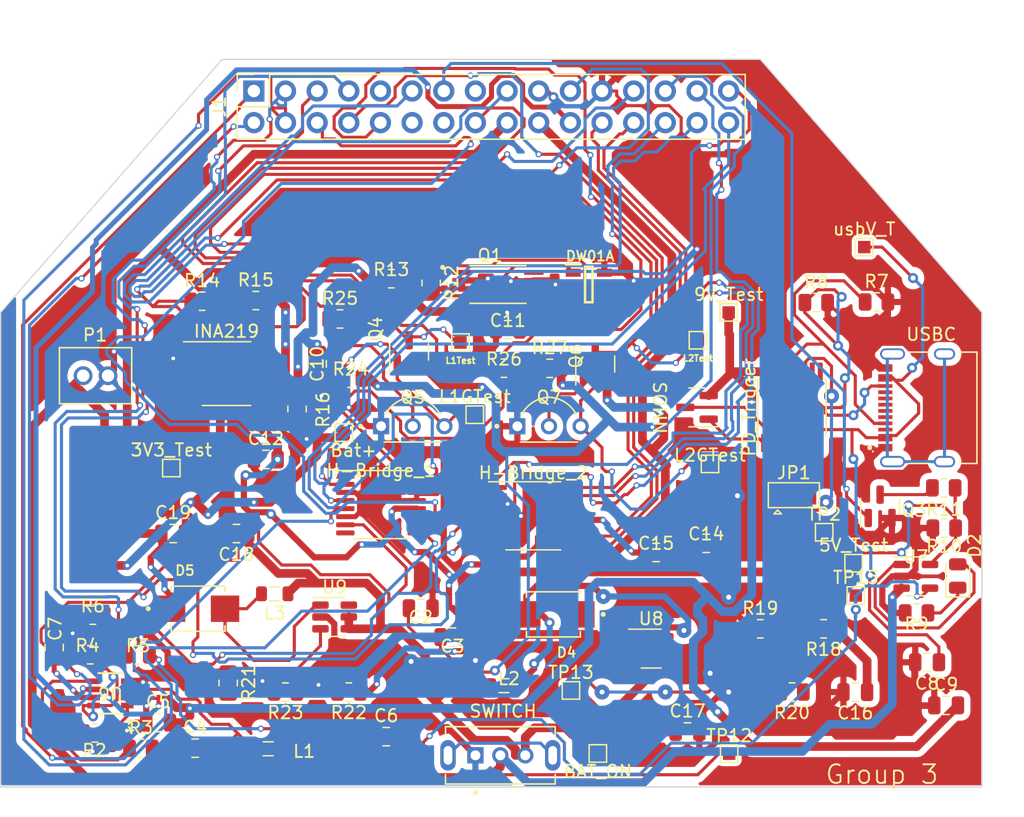
<source format=kicad_pcb>
(kicad_pcb (version 20241229) (generator "pcbnew") (generator_version "9.0")
  (layers (0 "F.Cu" signal) (2 "B.Cu" signal) (13 "F.Paste" user) (15 "B.Paste" user) (5 "F.SilkS" user "F.Silkscreen") (7 "B.SilkS" user "B.Silkscreen") (1 "F.Mask" user) (3 "B.Mask" user) (25 "Edge.Cuts" user))
  (net 0 "")
  (net 1 "GND")
  (net 2 "Net-(U4-VCP)")
  (net 3 "Net-(C4-Pad1)")
  (net 4 "Net-(U6-SW)")
  (net 5 "/9V")
  (net 6 "/SW")
  (net 7 "Net-(U6-VCC)")
  (net 8 "/VBUS")
  (net 9 "/BAT+")
  (net 10 "/VCC_DW")
  (net 11 "Net-(U5-VCP)")
  (net 12 "/5V_Out")
  (net 13 "/V_BAT")
  (net 14 "Net-(D2-K)")
  (net 15 "Net-(D2-A)")
  (net 16 "Net-(U8-SW)")
  (net 17 "Net-(U9-SW)")
  (net 18 "/G1")
  (net 19 "/CS")
  (net 20 "/G2")
  (net 22 "/Motor2_B_OUT")
  (net 23 "/Motor2_A_OUT")
  (net 24 "/Mtr4_A_OUT")
  (net 25 "/MOTOR2_CTRL1")
  (net 26 "/Mtr4_B_OUT")
  (net 27 "/MOTOR2_CTRL2")
  (net 28 "/CTRL_EXT_LOAD2")
  (net 29 "/MOTOR4_CTRL1")
  (net 31 "/MOTOR4_CTRL2")
  (net 32 "/EXT_LOAD2_OUT")
  (net 34 "/PB4")
  (net 37 "/I2C1_SCL")
  (net 38 "/I2C1_SDA")
  (net 39 "/EXT_LOAD1_OUT")
  (net 40 "/MTR3_CTRL1")
  (net 41 "/CTRL_EXT_LOAD1")
  (net 42 "/MTR3_CTRL2")
  (net 43 "/MTR3_A_OUT")
  (net 44 "/MTR1_CTRL1")
  (net 45 "/MTR3_B_OUT")
  (net 46 "/MTR1_CTRL2")
  (net 47 "/MTR1_B_OUT")
  (net 48 "/MTR1_A_OUT")
  (net 51 "/CC1")
  (net 56 "/CC2")
  (net 57 "unconnected-(J4-SHIELD-PadS1)")
  (net 58 "Net-(JP1-B)")
  (net 60 "Net-(Q3-D)")
  (net 61 "Net-(Q4-G)")
  (net 62 "Net-(Q5-Pad2)")
  (net 63 "Net-(Q6-G)")
  (net 64 "Net-(Q7-Pad2)")
  (net 65 "Net-(Q8-G)")
  (net 66 "Net-(U6-AAM)")
  (net 67 "Net-(U6-BST)")
  (net 68 "Net-(U6-FB)")
  (net 69 "Net-(R4-Pad2)")
  (net 70 "Net-(U7-PROG)")
  (net 71 "Net-(R18-Pad2)")
  (net 72 "Net-(U8-FB)")
  (net 73 "Net-(U9-FB)")
  (net 74 "Net-(R22-Pad2)")
  (net 75 "unconnected-(S1-SHIELD-PadS1)")
  (net 91 "/3V3_Out")
  (net 93 "Net-(U4-VM)")
  (net 94 "Net-(U5-VM)")
  (footprint "Resistor_SMD:R_0805_2012Metric" (layer "F.Cu") (at 129.6444 99.3962)
    (property "Reference" "R24")
    (property "Value" "10k")
  )
  (footprint "TestPoint:TestPoint_Pad_1.0x1.0mm" (layer "F.Cu") (at 129.0932 103.7594)
    (property "Reference" "Bat+")
    (property "Value" "batSupply")
  )
  (footprint "TestPoint:TestPoint_Pad_1.0x1.0mm" (layer "F.Cu") (at 170.18 116.84)
    (property "Reference" "TP15")
    (property "Value" "TestPoint")
  )
  (footprint "Capacitor_SMD:C_0805_2012Metric" (layer "F.Cu") (at 137.8112 120.1759 180)
    (property "Reference" "C3")
    (property "Value" "0.1uF")
  )
  (footprint "footprints:TSOT23-8_MP2315S_MNP" (layer "F.Cu") (at 110.3714 124.6988 180)
    (property "Reference" "U6")
    (property "Value" "MP2315SGJ-Z")
  )
  (footprint "Capacitor_SMD:C_0805_2012Metric" (layer "F.Cu") (at 105.8516 121.0152 90)
    (property "Reference" "C7")
    (property "Value" "1uF")
  )
  (footprint "Capacitor_SMD:C_0805_2012Metric" (layer "F.Cu") (at 177.4256 125.6579)
    (property "Reference" "C9")
    (property "Value" "10uF")
  )
  (footprint "SS12D07VG4:SW_SS12D07VG4" (layer "F.Cu") (at 141.6569 129.6708)
    (property "Reference" "SWITCH")
    (property "Value" "SS12D07VG4")
  )
  (footprint "Package_TO_SOT_SMD:SOT-23" (layer "F.Cu") (at 172.1276 109.6768 90)
    (property "Reference" "Q3")
    (property "Value" "BSS138")
  )
  (footprint "Resistor_SMD:R_0805_2012Metric" (layer "F.Cu") (at 108.9558 118.4172)
    (property "Reference" "R6")
    (property "Value" "10k")
  )
  (footprint "TestPoint:TestPoint_Pad_1.0x1.0mm" (layer "F.Cu") (at 160.02 129.54)
    (property "Reference" "TP12")
    (property "Value" "TestPoint")
  )
  (footprint "Capacitor_SMD:C_0805_2012Metric" (layer "F.Cu") (at 135.2665 117.8592 180)
    (property "Reference" "C2")
    (property "Value" "10uF")
  )
  (footprint "Resistor_SMD:R_0805_2012Metric" (layer "F.Cu") (at 124.4169 124.5908 180)
    (property "Reference" "R23")
    (property "Value" "12k")
  )
  (footprint "Capacitor_SMD:C_0805_2012Metric" (layer "F.Cu") (at 114.1929 127.0434)
    (property "Reference" "C5")
    (property "Value" "10uF")
  )
  (footprint "Inductor_SMD:L_0805_2012Metric" (layer "F.Cu") (at 123.0314 129.146 180)
    (property "Reference" "L1")
    (property "Value" "10uH")
  )
  (footprint "Resistor_SMD:R_0805_2012Metric" (layer "F.Cu") (at 119.8145 123.8649 -90)
    (property "Reference" "R21")
    (property "Value" "10k")
  )
  (footprint "TestPoint:TestPoint_Pad_1.0x1.0mm" (layer "F.Cu") (at 115.2553 106.6044)
    (property "Reference" "3V3_Test")
    (property "Value" "3v3_Test")
  )
  (footprint "Capacitor_SMD:C_0805_2012Metric" (layer "F.Cu") (at 154.1555 113.3829)
    (property "Reference" "C15")
    (property "Value" "0.1uF")
  )
  (footprint "Resistor_SMD:R_0805_2012Metric" (layer "F.Cu") (at 136.1071 91.7449 -90)
    (property "Reference" "R12")
    (property "Value" "1k")
  )
  (footprint "Package_TO_SOT_SMD:SOT-23" (layer "F.Cu") (at 157.4369 101.7308 180)
    (property "Reference" "NMOS")
    (property "Value" "AO3400A")
  )
  (footprint "Resistor_SMD:R_0805_2012Metric" (layer "F.Cu") (at 132.9077 91.4024 180)
    (property "Reference" "R13")
    (property "Value" "100")
  )
  (footprint "Resistor_SMD:R_0805_2012Metric" (layer "F.Cu") (at 167.0047 93.3137)
    (property "Reference" "R8")
    (property "Value" "5.1k")
  )
  (footprint "TestPoint:TestPoint_Pad_1.0x1.0mm" (layer "F.Cu") (at 167.64 111.76)
    (property "Reference" "TP2")
    (property "Value" "TestPoint")
  )
  (footprint "Resistor_SMD:R_0805_2012Metric" (layer "F.Cu") (at 175.0554 118.2368 180)
    (property "Reference" "R9")
    (property "Value" "1k")
  )
  (footprint "TestPoint:TestPoint_Pad_1.0x1.0mm" (layer "F.Cu") (at 158.4769 106.2693 180)
    (property "Reference" "L2GTest")
    (property "Value" "Load_2_G_Test")
  )
  (footprint "Resistor_SMD:R_0805_2012Metric" (layer "F.Cu") (at 128.7966 94.6322)
    (property "Reference" "R25")
    (property "Value" "1k")
  )
  (footprint "Capacitor_SMD:C_0805_2012Metric" (layer "F.Cu") (at 115.4009 111.8622)
    (property "Reference" "C19")
    (property "Value" "22uF")
  )
  (footprint "Package_TO_SOT_SMD:SOT-23-6" (layer "F.Cu") (at 153.7594 121.1008)
    (property "Reference" "U8")
    (property "Value" "MT3608")
  )
  (footprint "TestPoint:TestPoint_Pad_1.0x1.0mm" (layer "F.Cu") (at 139.6031 102.323)
    (property "Reference" "L1GTest")
    (property "Value" "Load_1_G_Test")
  )
  (footprint "Resistor_SMD:R_0805_2012Metric" (layer "F.Cu") (at 109.1135 127.8744)
    (property "Reference" "R2")
    (property "Value" "10k")
  )
  (footprint "Resistor_SMD:R_0805_2012Metric" (layer "F.Cu") (at 165.0569 124.5908 180)
    (property "Reference" "R20")
    (property "Value" "27k")
  )
  (footprint "Capacitor_SMD:C_0805_2012Metric" (layer "F.Cu") (at 142.2577 95.4935)
    (property "Reference" "C11")
    (property "Value" "100nF")
  )
  (footprint "Capacitor_SMD:C_0805_2012Metric" (layer "F.Cu") (at 117.1702 129.0949)
    (property "Reference" "C4")
    (property "Value" "100nF")
  )
  (footprint "Capacitor_SMD:C_0805_2012Metric" (layer "F.Cu") (at 175.8988 122.2005 180)
    (property "Reference" "C8")
    (property "Value" "1uF")
  )
  (footprint "Capacitor_SMD:C_0805_2012Metric" (layer "F.Cu") (at 158.1759 112.65)
    (property "Reference" "C14")
    (property "Value" "10uF")
  )
  (footprint "Resistor_SMD:R_0805_2012Metric" (layer "F.Cu") (at 141.9471 98.5887 180)
    (property "Reference" "R26")
    (property "Value" "1k")
  )
  (footprint "Package_TO_SOT_SMD:SOT-23" (layer "F.Cu") (at 134.3327 97.2844 90)
    (property "Reference" "Q4")
    (property "Value" "AO3401A")
  )
  (footprint "Connector_PinSocket_2.54mm:PinSocket_2x16_P2.54mm_Vertical" (layer "F.Cu") (at 121.8769 76.3308 90)
    (property "Reference" "J1")
    (property "Value" "Conn_02x16_Odd_Even")
  )
  (footprint "Jumper:SolderJumper-3_P1.3mm_Open_Pad1.0x1.5mm" (layer "F.Cu") (at 165.2074 108.7839)
    (property "Reference" "JP1")
    (property "Value" "SolderJumper_2_Open")
  )
  (footprint "Package_SO:TSSOP-16_4.4x5mm_P0.65mm" (layer "F.Cu") (at 144.3058 110.4394)
    (property "Reference" "H-Bridge_2")
    (property "Value" "DRV8833PW")
  )
  (footprint "TestPoint:TestPoint_Pad_1.0x1.0mm" (layer "F.Cu") (at 170.8545 88.8637)
    (property "Reference" "usbV_T")
    (property "Value" "usbc_V")
  )
  (footprint "TYPE-C-31-M-12:HRO_TYPE-C-31-M-12" (layer "F.Cu") (at 177.2987 101.7669 90)
    (property "Reference" "USBC")
    (property "Value" "TYPE-C-31-M-12")
  )
  (footprint "Package_SO:SOIC-8_3.9x4.9mm_P1.27mm" (layer "F.Cu") (at 119.6833 99.022)
    (property "Reference" "INA219")
    (property "Value" "INA219AxD")
  )
  (footprint "SS24_R5G:DIOM4336X265N" (layer "F.Cu") (at 117.4002 117.899)
    (property "Reference" "D5")
    (property "Value" "SS24_R5G")
  )
  (footprint "Capacitor_SMD:C_0805_2012Metric" (layer "F.Cu") (at 126.9569 98.2408 90)
    (property "Reference" "C10")
    (property "Value" "10uF")
  )
  (footprint "Capacitor_SMD:C_0805_2012Metric" (layer "F.Cu") (at 122.8354 105.9129)
    (property "Reference" "C12")
    (property "Value" "100nF")
  )
  (footprint "Inductor_SMD:L_0805_2012Metric" (layer "F.Cu") (at 141.9443 124.076)
    (property "Reference" "L2")
    (property "Value" "22uH")
  )
  (footprint "Resistor_SMD:R_0805_2012Metric" (layer "F.Cu") (at 167.5969 119.5108 180)
    (property "Reference" "R18")
    (property "Value" "47k")
  )
  (footprint "Resistor_SMD:R_0805_2012Metric" (layer "F.Cu") (at 129.4969 124.5908 180)
    (property "Reference" "R22")
    (property "Value" "33k")
  )
  (footprint "PHR-2:JST_PHR-2" (layer "F.Cu") (at 109.1769 99.1908)
    (property "Reference" "P1")
    (property "Value" "PHR-2")
  )
  (footprint "Resistor_SMD:R_0805_2012Metric" (layer "F.Cu") (at 108.753 121.5971)
    (property "Reference" "R4")
    (property "Value" "20k")
  )
  (footprint "Capacitor_SMD:C_0805_2012Metric" (layer "F.Cu") (at 120.4809 111.8622 180)
    (property "Reference" "C18")
    (property "Value" "22uF")
  )
  (footprint "Resistor_SMD:R_0805_2012Metric" (layer "F.Cu") (at 177.2392 108.1945)
    (property "Reference" "R11")
    (property "Value" "3.3k")
  )
  (footprint "SS24_R5G:DIOM4336X265N" (layer "F.Cu") (at 145.9094 118.3526 180)
    (property "Reference" "D4")
    (property "Value" "SS24_R5G")
  )
  (footprint "TestPoint:TestPoint_Pad_1.0x1.0mm" (layer "F.Cu") (at 170.002 114.246)
    (property "Reference" "5V_Test")
    (property "Value" "5v_Test")
  )
  (footprint "Capacitor_SMD:C_0805_2012Metric" (layer "F.Cu") (at 170.1369 124.5908 180)
    (property "Reference" "C16")
    (property "Value" "22uF")
  )
  (footprint "Package_SO:TSSOP-16_4.4x5mm_P0.65mm" (layer "F.Cu") (at 132.0801 109.5373)
    (property "Reference" "H-Bridge_1")
    (property "Value" "DRV8833PW")
  )
  (footprint "Package_SO:TSSOP-16_4.4x5mm_P0.65mm" (layer "F.Cu") (at 165.0569 101.7308 90)
    (property "Reference" "PD_Trigger")
    (property "Value" "IP2721")
  )
  (footprint "Resistor_SMD:R_0805_2012Metric" (layer "F.Cu") (at 122.039 93.1577)
    (property "Reference" "R15")
    (property "Value" "10k")
  )
  (footprint "Capacitor_SMD:C_0805_2012Metric" (layer "F.Cu") (at 132.5036 128.1714)
    (property "Reference" "C6")
    (property "Value" "22uF")
  )
  (footprint "Package_TO_SOT_SMD:SOT-23-5" (layer "F.Cu") (at 174.9948 115.2976)
    (property "Reference" "U7")
    (property "Value" "MCP73831-2-OT")
  )
  (footprint "2N2222A:TO92254P470H750-3" (layer "F.Cu") (at 145.5613 100.918)
    (property "Reference" "Q7")
    (property "Value" "2N2222A")
  )
  (footprint "Resistor_SMD:R_0805_2012Metric" (layer "F.Cu") (at 112.5832 121.6115)
    (property "Reference" "R5")
    (property "Value" "43k")
  )
  (footprint "Resistor_SMD:R_0805_2012Metric" (layer "F.Cu") (at 112.8105 129.1007)
    (property "Reference" "R3")
    (property "Value" "20")
  )
  (footprint "Resistor_SMD:R_0805_2012Metric" (layer "F.Cu") (at 162.5169 119.5108)
    (property "Reference" "R19")
    (property "Value" "10k")
  )
  (footprint "LED_SMD:LED_0805_2012Metric" (layer "F.Cu") (at 178.357 115.2717 90)
    (property "Reference" "D2")
    (property "Value" "LED")
  )
  (footprint "Resistor_SMD:R_0805_2012Metric" (layer "F.Cu") (at 171.8415 93.2703)
    (property "Reference" "R7")
    (property "Value" "5.1k")
  )
  (footprint "Resistor_SMD:R_0805_2012Metric" (layer "F.Cu") (at 117.7249 93.2079)
    (property "Reference" "R14")
    (property "Value" "10k")
  )
  (footprint "TestPoint:TestPoint_Pad_1.0x1.0mm" (layer "F.Cu") (at 138.4562 96.5262 180)
    (property "Reference" "L1Test")
    (property "Value" "load_1_Test")
  )
  (footprint "Package_TO_SOT_SMD:SOT-23-6" (layer "F.Cu") (at 128.3594 118.5608)
    (property "Reference" "U9")
    (property "Value" "MT3608")
  )
  (footprint "TestPoint:TestPoint_Pad_1.0x1.0mm" (layer "F.Cu") (at 157.5114 96.341 180)
    (property "Reference" "L2Test")
    (property "Value" "load_2_Test")
  )
  (footprint "Package_TO_SOT_SMD:SOT-23" (layer "F.Cu") (at 149.2719 98.251 90)
    (property "Reference" "Q6")
    (property "Value" "AO3401A")
  )
  (footprint "Resistor_SMD:R_0805_2012Metric" (layer "F.Cu") (at 125.342 101.859 90)
    (property "Reference" "R16")
    (property "Value" "0.0001k")
  )
  (footprint "Resistor_SMD:R_0805_2012Metric" (layer "F.Cu") (at 177.275 111.4243)
    (property "Reference" "R10")
    (property "Value" "5k")
  )
  (footprint "DW01A-G:SOT95P280X135-6N" (layer "F.Cu") (at 148.7543 91.8679)
    (property "Reference" "DW01A")
    (property "Value" "DW01A-G")
  )
  (footprint "Capacitor_SMD:C_0805_2012Metric" (layer "F.Cu") (at 156.6753 127.7952)
    (property "Reference" "C17")
    (property "Value" "22uF")
  )
  (footprint "Resistor_SMD:R_0805_2012Metric" (layer "F.Cu") (at 145.6225 98.5987)
    (property "Reference" "R27")
    (property "Value" "10k")
  )
  (footprint "TestPoint:TestPoint_Pad_1.0x1.0mm" (layer "F.Cu") (at 149.4795 129.5196 180)
    (property "Reference" "BAT_ON")
    (property "Value" "BAT_ON")
  )
  (footprint "TestPoint:TestPoint_Pad_1.0x1.0mm" (layer "F.Cu") (at 159.9769 94.1108)
    (property "Reference" "9V_Test")
    (property "Value" "PD_V")
  )
  (footprint "2N2222A:TO92254P470H750-3" (layer "F.Cu") (at 134.6258 100.9136)
    (property "Reference" "Q5")
    (property "Value" "2N2222A")
  )
  (footprint "Inductor_SMD:L_0805_2012Metric" (layer "F.Cu") (at 123.5532 116.7008 180)
    (property "Reference" "L3")
    (property "Value" "22uH")
  )
  (footprint "FS8205A:SOP65P640X120-8N" (layer "F.Cu") (at 141.4632 91.8666)
    (property "Reference" "Q1")
    (property "Value" "FS8205A")
  )
  (footprint "TestPoint:TestPoint_Pad_1.0x1.0mm" (layer "F.Cu") (at 147.32 124.46)
    (property "Reference" "TP13")
    (property "Value" "TestPoint")
  )
  (gr_line (start 119.336898 73.790822) (end 162.516898 73.790822) (stroke (width 0.1)) (layer "Edge.Cuts"))
  (gr_line (start 101.556898 132.210822) (end 180.296898 132.210822) (stroke (width 0.1)) (layer "Edge.Cuts"))
  (gr_line (start 180.296898 94.110822) (end 180.296898 132.210822) (stroke (width 0.1)) (layer "Edge.Cuts"))
  (gr_line (start 162.516898 73.790822) (end 180.296898 94.110822) (stroke (width 0.1)) (layer "Edge.Cuts"))
  (gr_line (start 119.336898 73.790822) (end 101.556898 94.110822) (stroke (width 0.1)) (layer "Edge.Cuts"))
  (gr_line (start 101.556898 94.110822) (end 101.556898 132.210822) (stroke (width 0.1)) (layer "Edge.Cuts"))
  (gr_text "Group 3\n" (at 167.64 132.08 0) (layer "F.SilkS") (effects (font (size 1.5 1.5)) (justify left bottom)))
  (segment (start 119.814 122.952) (end 118.808 122.952) (width 0.5) (layer "F.Cu") (net 1))
  (segment (start 136.2403 116.0543) (end 130.355 110.169) (width 0.25) (layer "F.Cu") (net 1))
  (segment (start 121.8854 105.9129) (end 121.8851 105.9129) (width 0.25) (layer "F.Cu") (net 1))
  (segment (start 134.943 108.887) (end 134.9426 108.8866) (width 0.25) (layer "F.Cu") (net 1))
  (segment (start 150.004 90.9179) (end 150.0043 90.9179) (width 0.5) (layer "F.Cu") (net 1))
  (segment (start 132.0858 103.2436) (end 132.0858 103.244) (width 0.25) (layer "F.Cu") (net 1))
  (segment (start 121.885 105.913) (end 121.877 105.922) (width 0.5) (layer "F.Cu") (net 1))
  (segment (start 132.035 122.75) (end 132.956 123.671) (width 0.5) (layer "F.Cu") (net 1))
  (segment (start 127.2219 118.5608) (end 127.2219 118.561) (width 0.25) (layer "F.Cu") (net 1))
  (segment (start 149.326 119.863) (end 147.696 119.863) (width 0.5) (layer "F.Cu") (net 1))
  (segment (start 163.388 84.7657) (end 163.388 81.0467) (width 0.5) (layer "F.Cu") (net 1))
  (segment (start 138.5832 92.1916) (end 138.583 92.1916) (width 0.25) (layer "F.Cu") (net 1))
  (segment (start 142.215 109.464) (end 142.239 109.488) (width 0.5) (layer "F.Cu") (net 1))
  (segment (start 119.983 111.41) (end 119.983 105.922) (width 0.5) (layer "F.Cu") (net 1))
  (segment (start 150.588 119.215) (end 150.588 121.076) (width 0.5) (layer "F.Cu") (net 1))
  (segment (start 168.63 128.164) (end 173.074 128.164) (width 0.5) (layer "F.Cu") (net 1))
  (segment (start 130.355 110.169) (end 130.355 109.421) (width 0.4) (layer "F.Cu") (net 1))
  (segment (start 147.168 110.064) (end 147.168 109.4641) (width 0.5) (layer "F.Cu") (net 1))
  (segment (start 165.382 105.459) (end 165.382 105.026) (width 0.5) (layer "F.Cu") (net 1))
  (segment (start 137.117 108.225) (end 137.117 113.719) (width 0.5) (layer "F.Cu") (net 1))
  (segment (start 168.862 109.885) (end 170.868 111.891) (width 0.5) (layer "F.Cu") (net 1))
  (segment (start 113.2428 127.0433) (end 113.2428 127.0432) (width 0.25) (layer "F.Cu") (net 1))
  (segment (start 122.345 123.932) (end 120.794 123.932) (width 0.5) (layer "F.Cu") (net 1))
  (segment (start 147.1683 110.1144) (end 147.168 110.1141) (width 0.25) (layer "F.Cu") (net 1))
  (segment (start 163.024 81.4108) (end 163.388 81.0467) (width 0.5) (layer "F.Cu") (net 1))
  (segment (start 170.421 106.811) (end 170.945 106.287) (width 0.5) (layer "F.Cu") (net 1))
  (segment (start 129.2179 110.512) (end 129.2176 110.5123) (width 0.25) (layer "F.Cu") (net 1))
  (segment (start 152.6219 121.101) (end 150.564 121.101) (width 0.5) (layer "F.Cu") (net 1))
  (segment (start 141.443 109.464) (end 141.4433 109.464) (width 0.5) (layer "F.Cu") (net 1))
  (segment (start 137.1333 92.1916) (end 138.583 92.1916) (width 0.5) (layer "F.Cu") (net 1))
  (segment (start 107.335 119.871) (end 107.335 119.126) (width 0.5) (layer "F.Cu") (net 1))
  (segment (start 114.09 122.698) (end 115.235 122.698) (width 0.5) (layer "F.Cu") (net 1))
  (segment (start 132.496 126.406) (end 133.33 125.572) (width 0.5) (layer "F.Cu") (net 1))
  (segment (start 163.04 108.827) (end 163.084 108.784) (width 0.5) (layer "F.Cu") (net 1))
  (segment (start 167.917 94.4311) (end 169.9709 96.4847) (width 0.5) (layer "F.Cu") (net 1))
  (segment (start 165.382 105.026) (end 165.3819 105.0259) (width 0.25) (layer "F.Cu") (net 1))
  (segment (start 163.388 81.0467) (end 163.63 80.8045) (width 0.5) (layer "F.Cu") (net 1))
  (segment (start 145.752 91.5416) (end 146.079 91.8687) (width 0.5) (layer "F.Cu") (net 1))
  (segment (start 128.334 119.112) (end 127.783 118.561) (width 0.5) (layer "F.Cu") (net 1))
  (segment (start 159.977 117.705) (end 159.977 116.971) (width 0.5) (layer "F.Cu") (net 1))
  (segment (start 165.3819 105.0259) (end 165.3819 104.5933) (width 0.25) (layer "F.Cu") (net 1))
  (segment (start 159.977 119.511) (end 161.604 119.511) (width 0.5) (layer "F.Cu") (net 1))
  (segment (start 157.518 81.4108) (end 163.024 81.4108) (width 0.5) (layer "F.Cu") (net 1))
  (segment (start 119.531 111.862) (end 119.983 111.41) (width 0.5) (layer "F.Cu") (net 1))
  (segment (start 169.187 124.5909) (end 169.187 124.591) (width 0.25) (layer "F.Cu") (net 1))
  (segment (start 108.0432 118.4172) (end 108.043 118.417) (width 0.25) (layer "F.Cu") (net 1))
  (segment (start 169.921 106.811) (end 168.737 107.994) (width 0.5) (layer "F.Cu") (net 1))
  (segment (start 107.335 119.126) (end 108.043 118.417) (width 0.5) (layer "F.Cu") (net 1))
  (segment (start 127.2219 118.561) (end 127.222 118.561) (width 0.25) (layer "F.Cu") (net 1))
  (segment (start 158.489 120.999) (end 159.977 119.511) (width 0.5) (layer "F.Cu") (net 1))
  (segment (start 142.5064 111.414) (end 141.443 111.414) (width 0.5) (layer "F.Cu") (net 1))
  (segment (start 157.437 83.9203) (end 157.437 81.4918) (width 0.5) (layer "F.Cu") (net 1))
  (segment (start 157.437 89.0308) (end 157.437 83.9203) (width 0.5) (layer "F.Cu") (net 1))
  (segment (start 142.506 111.4144) (end 142.5064 111.414) (width 0.25) (layer "F.Cu") (net 1))
  (segment (start 152.6219 121.1008) (end 152.6219 121.101) (width 0.25) (layer "F.Cu") (net 1))
  (segment (start 141.443 109.464) (end 140.221 109.464) (width 0.5) (layer "F.Cu") (net 1))
  (segment (start 119.5309 111.8622) (end 119.5309 111.862) (width 0.25) (layer "F.Cu") (net 1))
  (segment (start 144.343 92.1916) (end 144.343 91.5416) (width 0.25) (layer "F.Cu") (net 1))
  (segment (start 174.1429 118.2368) (end 174.1429 118.237) (width 0.25) (layer "F.Cu") (net 1))
  (segment (start 133.4536 128.1714) (end 133.454 128.171) (width 0.25) (layer "F.Cu") (net 1))
  (segment (start 122.1583 99.657) (end 122.158 99.657) (width 0.25) (layer "F.Cu") (net 1))
  (segment (start 140.205 119.107) (end 141.453 120.356) (width 0.5) (layer "F.Cu") (net 1))
  (segment (start 113.2429 127.0434) (end 113.2428 127.0433) (width 0.25) (layer "F.Cu") (net 1))
  (segment (start 150.9936 76.6986) (end 150.9936 76.3308) (width 0.25) (layer "F.Cu") (net 1))
  (segment (start 134.9426 108.8866) (end 134.9426 108.5623) (width 0.25) (layer "F.Cu") (net 1))
  (segment (start 118.162 125.956) (end 118.612 126.406) (width 0.5) (layer "F.Cu") (net 1))
  (segment (start 111.7239 123.7238) (end 111.724 123.7237) (width 0.25) (layer "F.Cu") (net 1))
  (segment (start 118.612 126.406) (end 132.496 126.406) (width 0.5) (layer "F.Cu") (net 1))
  (segment (start 134.9423 109.212) (end 134.9426 109.2123) (width 0.25) (layer "F.Cu") (net 1))
  (segment (start 147.1683 109.4644) (end 147.168 109.4641) (width 0.25) (layer "F.Cu") (net 1))
  (segment (start 175.803 105.241) (end 174.051 106.992) (width 0.5) (layer "F.Cu") (net 1))
  (segment (start 137.117 113.719) (end 138.399 115.001) (width 0.5) (layer "F.Cu") (net 1))
  (segment (start 171.479 97.7669) (end 171.479 97.2691) (width 0.5) (layer "F.Cu") (net 1))
  (segment (start 124.325 107.088) (end 123.606 107.088) (width 0.5) (layer "F.Cu") (net 1))
  (segment (start 141.308 95) (end 142.197 94.1108) (width 0.5) (layer "F.Cu") (net 1))
  (segment (start 105.852 120.065) (end 107.14 120.065) (width 0.5) (layer "F.Cu") (net 1))
  (segment (start 136.6175 108.7245) (end 137.117 108.225) (width 0.25) (layer "F.Cu") (net 1))
  (segment (start 162.517 127.131) (end 159.977 124.591) (width 0.5) (layer "F.Cu") (net 1))
  (segment (start 118.808 122.952) (end 118.162 123.598) (width 0.5) (layer "F.Cu") (net 1))
  (segment (start 113.2428 127.0432) (end 113.243 127.043) (width 0.5) (layer "F.Cu") (net 1))
  (segment (start 118.162 123.598) (end 118.162 124.572) (width 0.5) (layer "F.Cu") (net 1))
  (segment (start 142.502 91.6067) (end 144.278 91.6067) (width 0.5) (layer "F.Cu") (net 1))
  (segment (start 144.737 76.3308) (end 145.422 76.3308) (width 0.35) (layer "F.Cu") (net 1))
  (segment (start 144.343 91.5416) (end 144.3432 91.5416) (width 0.5) (layer "F.Cu") (net 1))
  (segment (start 115.993 98.387) (end 117.208 98.387) (width 0.5) (layer "F.Cu") (net 1))
  (segment (start 147.696 119.863) (end 146.796 120.763) (width 0.5) (layer "F.Cu") (net 1))
  (segment (start 146.796 120.763) (end 141.792 120.763) (width 0.5) (layer "F.Cu") (net 1))
  (segment (start 176.4759 125.6581) (end 176.476 125.658) (width 0.5) (layer "F.Cu") (net 1))
  (segment (start 165.382 105.026) (end 165.382 104.593) (width 0.5) (layer "F.Cu") (net 1))
  (segment (start 166.734 106.811) (end 165.382 105.459) (width 0.5) (layer "F.Cu") (net 1))
  (segment (start 169.1869 124.5908) (end 169.187 124.5909) (width 0.25) (layer "F.Cu") (net 1))
  (segment (start 136.2325 117.8435) (end 136.217 117.859) (width 0.5) (layer "F.Cu") (net 1))
  (segment (start 170.137 96.6508) (end 172.053 98.5669) (width 0.5) (layer "F.Cu") (net 1))
  (segment (start 141.4433 111.4144) (end 142.506 111.4144) (width 0.25) (layer "F.Cu") (net 1))
  (segment (start 121.885 106.645) (end 121.885 105.913) (width 0.5) (layer "F.Cu") (net 1))
  (segment (start 130.355 109.421) (end 130.355 109.226) (width 0.4) (layer "F.Cu") (net 1))
  (segment (start 120.794 123.932) (end 119.814 122.952) (width 0.5) (layer "F.Cu") (net 1))
  (segment (start 127.068 124.016) (end 128.334 122.75) (width 0.5) (layer "F.Cu") (net 1))
  (segment (start 121.605 99.657) (end 119.983 101.278) (width 0.5) (layer "F.Cu") (net 1))
  (segment (start 134.943 108.7245) (end 134.943 108.887) (width 0.4) (layer "F.Cu") (net 1))
  (segment (start 157.437 81.4918) (end 157.518 81.4108) (width 0.5) (layer "F.Cu") (net 1))
  (segment (start 169.921 106.811) (end 166.734 106.811) (width 0.5) (layer "F.Cu") (net 1))
  (segment (start 112.989 123.799) (end 114.09 122.698) (width 0.5) (layer "F.Cu") (net 1))
  (segment (start 176.4756 125.6579) (end 176.4757 125.6579) (width 0.25) (layer "F.Cu") (net 1))
  (segment (start 132.086 103.244) (end 132.086 104.371) (width 0.5) (layer "F.Cu") (net 1))
  (segment (start 136.5729 92.1916) (end 137.1333 92.1916) (width 0.25) (layer "F.Cu") (net 1))
  (segment (start 132.956 123.671) (end 132.956 124.591) (width 0.5) (layer "F.Cu") (net 1))
  (segment (start 172.5487 98.5669) (end 172.279 98.5669) (width 0.25) (layer "F.Cu") (net 1))
  (segment (start 116.351 111.8621) (end 116.351 111.862) (width 0.25) (layer "F.Cu") (net 1))
  (segment (start 116.351 111.862) (end 119.5309 111.862) (width 0.5) (layer "F.Cu") (net 1))
  (segment (start 163.084 108.784) (end 163.907 108.784) (width 0.5) (layer "F.Cu") (net 1))
  (segment (start 139.6569 129.6708) (end 139.657 129.671) (width 0.5) (layer "F.Cu") (net 1))
  (segment (start 174.97 114.746) (end 174.418 115.298) (width 0.5) (layer "F.Cu") (net 1))
  (segment (start 132.0858 103.244) (end 132.086 103.244) (width 0.5) (layer "F.Cu") (net 1))
  (segment (start 138.5832 91.5416) (end 140.504 91.5416) (width 0.5) (layer "F.Cu") (net 1))
  (segment (start 131.01 103.244) (end 132.0858 103.244) (width 0.5) (layer "F.Cu") (net 1))
  (segment (start 127.783 118.561) (end 127.222 118.561) (width 0.5) (layer "F.Cu") (net 1))
  (segment (start 174.051 106.992) (end 171.65 106.992) (width 0.5) (layer "F.Cu") (net 1))
  (segment (start 141.3077 95.4935) (end 141.308 95.4935) (width 0.25) (layer "F.Cu") (net 1))
  (segment (start 176.439 125.695) (end 176.4759 125.6581) (width 0.5) (layer "F.Cu") (net 1))
  (segment (start 175.803 98.2929) (end 175.803 105.241) (width 0.5) (layer "F.Cu") (net 1))
  (segment (start 167.122 126.656) (end 166.647 127.131) (width 0.5) (layer "F.Cu") (net 1))
  (segment (start 138.794 106.602) (end 138.794 105.563) (width 0.5) (layer "F.Cu") (net 1))
  (segment (start 126.9569 99.1908) (end 126.957 99.1908) (width 0.25) (layer "F.Cu") (net 1))
  (segment (start 111.724 123.7237) (end 111.724 123.695) (width 0.25) (layer "F.Cu") (net 1))
  (segment (start 171.65 106.992) (end 170.945 106.287) (width 0.5) (layer "F.Cu") (net 1))
  (segment (start 122.328 107.088) (end 121.885 106.645) (width 0.5) (layer "F.Cu") (net 1))
  (segment (start 170.868 111.891) (end 171.801 111.891) (width 0.5) (layer "F.Cu") (net 1))
  (segment (start 114.957 122.42) (end 115.235 122.698) (width 0.5) (layer "F.Cu") (net 1))
  (segment (start 174.9488 122.2005) (end 174.9487 122.2004) (width 0.25) (layer "F.Cu") (net 1))
  (segment (start 163.63 76.1414) (end 162.298 74.8091) (width 0.5) (layer "F.Cu") (net 1))
  (segment (start 112.989 123.799) (end 112.885 123.695) (width 0.5) (layer "F.Cu") (net 1))
  (segment (start 141.308 95.4935) (end 141.308 95) (width 0.5) (layer "F.Cu") (net 1))
  (segment (start 123.606 107.088) (end 122.328 107.088) (width 0.5) (layer "F.Cu") (net 1))
  (segment (start 115.235 122.698) (end 115.235 123.029) (width 0.5) (layer "F.Cu") (net 1))
  (segment (start 111.69 127.681) (end 112.605 127.681) (width 0.5) (layer "F.Cu") (net 1))
  (segment (start 136.107 92.6574) (end 136.573 92.1916) (width 0.5) (layer "F.Cu") (net 1))
  (segment (start 113.243 127.043) (end 113.243 125.742) (width 0.5) (layer "F.Cu") (net 1))
  (segment (start 114.957 121.37) (end 114.957 122.42) (width 0.5) (layer "F.Cu") (net 1))
  (segment (start 172.265 104.967) (end 172.5487 104.967) (width 0.5) (layer "F.Cu") (net 1))
  (segment (start 128.334 122.75) (end 128.334 119.112) (width 0.5) (layer "F.Cu") (net 1))
  (segment (start 138.399 115.001) (end 138.425 115.001) (width 0.5) (layer "F.Cu") (net 1))
  (segment (start 172.31 117.537) (end 173.01 118.237) (width 0.5) (layer "F.Cu") (net 1))
  (segment (start 157.625 126.422) (end 157.8 126.247) (width 0.5) (layer "F.Cu") (net 1))
  (segment (start 162.298 74.8091) (end 151.339 74.8091) (width 0.5) (layer "F.Cu") (net 1))
  (segment (start 143.306 110.823) (end 143.306 111.125) (width 0.5) (layer "F.Cu") (net 1))
  (segment (start 168.737 107.994) (end 168.737 108.574) (width 0.5) (layer "F.Cu") (net 1))
  (segment (start 157.2259 112.65) (end 157.2259 112.2851) (width 0.25) (layer "F.Cu") (net 1))
  (segment (start 113.772 120.185) (end 114.957 121.37) (width 0.5) (layer "F.Cu") (net 1))
  (segment (start 134.577 126.139) (end 135.857 127.419) (width 0.5) (layer "F.Cu") (net 1))
  (segment (start 174.878 122.271) (end 174.9487 122.2003) (width 0.5) (layer "F.Cu") (net 1))
  (segment (start 139.414 107.222) (end 138.794 106.602) (width 0.5) (layer "F.Cu") (net 1))
  (segment (start 151.339 74.8091) (end 149.817 76.3308) (width 0.5) (layer "F.Cu") (net 1))
  (segment (start 128.334 122.75) (end 132.035 122.75) (width 0.5) (layer "F.Cu") (net 1))
  (segment (start 144.278 91.6067) (end 144.343 91.5416) (width 0.5) (layer "F.Cu") (net 1))
  (segment (start 163.63 80.8045) (end 163.63 76.1414) (width 0.5) (layer "F.Cu") (net 1))
  (segment (start 168.737 108.574) (end 168.862 108.699) (width 0.5) (layer "F.Cu") (net 1))
  (segment (start 173.096 115.298) (end 172.31 116.084) (width 0.5) (layer "F.Cu") (net 1))
  (segment (start 116.816 124.572) (end 118.162 124.572) (width 0.5) (layer "F.Cu") (net 1))
  (segment (start 157.6253 127.7952) (end 157.6252 127.7952) (width 0.25) (layer "F.Cu") (net 1))
  (segment (start 134.9423 109.212) (end 130.368 109.212) (width 0.4) (layer "F.Cu") (net 1))
  (segment (start 172.5487 104.967) (end 172.549 104.967) (width 0.5) (layer "F.Cu") (net 1))
  (segment (start 134.577 124.591) (end 134.577 125.572) (width 0.5) (layer "F.Cu") (net 1))
  (segment (start 151.704 90.9179) (end 152.357 91.5708) (width 0.5) (layer "F.Cu") (net 1))
  (segment (start 149.8169 76.3308) (end 150.9936 76.3308) (width 0.25) (layer "F.Cu") (net 1))
  (segment (start 108.201 128.616) (end 108.941 129.357) (width 0.5) (layer "F.Cu") (net 1))
  (segment (start 121.8851 105.9129) (end 121.885 105.913) (width 0.25) (layer "F.Cu") (net 1))
  (segment (start 140.607 121.101) (end 139.657 122.051) (width 0.5) (layer "F.Cu") (net 1))
  (segment (start 161.6044 119.5108) (end 161.604 119.5108) (width 0.25) (layer "F.Cu") (net 1))
  (segment (start 147.168 109.464) (end 145.816 109.464) (width 0.5) (layer "F.Cu") (net 1))
  (segment (start 112.832 120.185) (end 113.772 120.185) (width 0.5) (layer "F.Cu") (net 1))
  (segment (start 169.9709 96.4847) (end 170.137 96.6508) (width 0.5) (layer "F.Cu") (net 1))
  (segment (start 112.885 123.695) (end 111.724 123.695) (width 0.5) (layer "F.Cu") (net 1))
  (segment (start 133.33 125.572) (end 134.577 125.572) (width 0.5) (layer "F.Cu") (net 1))
  (segment (start 126.109 104.267) (end 125.342 104.267) (width 0.5) (layer "F.Cu") (net 1))
  (segment (start 133.454 127.606) (end 133.454 128.171) (width 0.5) (layer "F.Cu") (net 1))
  (segment (start 174.97 111.897) (end 174.97 114.746) (width 0.5) (layer "F.Cu") (net 1))
  (segment (start 143.306 110.45) (end 143.306 110.823) (width 0.5) (layer "F.Cu") (net 1))
  (segment (start 119.8141 122.952) (end 119.814 122.952) (width 0.25) (layer "F.Cu") (net 1))
  (segment (start 173.0776 110.6143) (end 173.0777 110.6143) (width 0.25) (layer "F.Cu") (net 1))
  (segment (start 174.051 96.5419) (end 175.803 98.2929) (width 0.5) (layer "F.Cu") (net 1))
  (segment (start 134.577 126.483) (end 133.454 127.606) (width 0.5) (layer "F.Cu") (net 1))
  (segment (start 105.8516 120.0652) (end 105.8518 120.0652) (width 0.25) (layer "F.Cu") (net 1))
  (segment (start 147.168 109.4641) (end 147.168 109.464) (width 0.5) (layer "F.Cu") (net 1))
  (segment (start 134.943 108.7245) (end 136.6175 108.7245) (width 0.25) (layer "F.Cu") (net 1))
  (segment (start 118.162 124.572) (end 118.162 125.956) (width 0.5) (layer "F.Cu") (net 1))
  (segment (start 129.497 101.731) (end 131.01 103.244) (width 0.5) (layer "F.Cu") (net 1))
  (segment (start 176.363 111.424) (end 176.3625 111.424) (width 0.5) (layer "F.Cu") (net 1))
  (segment (start 171.479 97.2691) (end 172.206 96.5419) (width 0.5) (layer "F.Cu") (net 1))
  (segment (start 138.583 91.5416) (end 138.5832 91.5416) (width 0.5) (layer "F.Cu") (net 1))
  (segment (start 172.754 93.2703) (end 171.604 92.1203) (width 0.5) (layer "F.Cu") (net 1))
  (segment (start 134.577 125.572) (end 134.577 126.139) (width 0.5) (layer "F.Cu") (net 1))
  (segment (start 144.457 110.823) (end 143.306 110.823) (width 0.5) (layer "F.Cu") (net 1))
  (segment (start 115.407 97.8006) (end 115.993 98.387) (width 0.5) (layer "F.Cu") (net 1))
  (segment (start 129.218 110.512) (end 129.2179 110.512) (width 0.25) (layer "F.Cu") (net 1))
  (segment (start 150.588 121.076) (end 150.564 121.101) (width 0.5) (layer "F.Cu") (net 1))
  (segment (start 115.235 123.029) (end 116.797 124.591) (width 0.5) (layer "F.Cu") (net 1))
  (segment (start 117.2083 98.387) (end 117.208 98.387) (width 0.25) (layer "F.Cu") (net 1))
  (segment (start 161.604 119.511) (end 161.604 119.5108) (width 0.5) (layer "F.Cu") (net 1))
  (segment (start 174.202 110.614) (end 175.227 111.64) (width 0.5) (layer "F.Cu") (net 1))
  (segment (start 105.8518 120.0652) (end 105.852 120.065) (width 0.25) (layer "F.Cu") (net 1))
  (segment (start 176.3625 111.4243) (end 176.3625 111.424) (width 0.25) (layer "F.Cu") (net 1))
  (segment (start 169.9709 95.3674) (end 169.9709 96.4847) (width 0.25) (layer "F.Cu") (net 1))
  (segment (start 163.9074 108.7839) (end 163.9071 108.7839) (width 0.25) (layer "F.Cu") (net 1))
  (segment (start 163.879 106.961) (end 165.382 105.459) (width 0.5) (layer "F.Cu") (net 1))
  (segment (start 161.604 119.5108) (end 161.604 119.333) (width 0.5) (layer "F.Cu") (net 1))
  (segment (start 173.074 128.164) (end 174.878 126.36) (width 0.5) (layer "F.Cu") (net 1))
  (segment (start 155.1986 77.5075) (end 151.8025 77.5075) (width 0.25) (layer "F.Cu") (net 1))
  (segment (start 157.8 126.247) (end 159.457 124.591) (width 0.5) (layer "F.Cu") (net 1))
  (segment (start 136.2322 117.8435) (end 136.2165 117.8592) (width 0.25) (layer "F.Cu") (net 1))
  (segment (start 163.9071 108.7839) (end 163.907 108.784) (width 0.25) (layer "F.Cu") (net 1))
  (segment (start 134.494 122.134) (end 132.956 123.671) (width 0.5) (layer "F.Cu") (net 1))
  (segment (start 141.4433 109.4644) (end 141.4433 109.464) (width 0.25) (layer "F.Cu") (net 1))
  (segment (start 136.573 92.1916) (end 137.1333 92.1916) (width 0.5) (layer "F.Cu") (net 1))
  (segment (start 159.457 124.591) (end 159.977 124.591) (width 0.5) (layer "F.Cu") (net 1))
  (segment (start 138.794 105.563) (end 139.172 105.563) (width 0.5) (layer "F.Cu") (net 1))
  (segment (start 108.201 127.8744) (end 108.201 128.616) (width 0.5) (layer "F.Cu") (net 1))
  (segment (start 134.577 125.572) (end 134.577 126.139) (width 0.5) (layer "F.Cu") (net 1))
  (segment (start 125.342 102.7715) (end 125.342 102.772) (width 0.25) (layer "F.Cu") (net 1))
  (segment (start 157.437 83.9203) (end 156.1671 82.6504) (width 0.25) (layer "F.Cu") (net 1))
  (segment (start 145.816 109.464) (end 144.457 110.823) (width 0.5) (layer "F.Cu") (net 1))
  (segment (start 174.9487 122.2004) (end 174.9487 122.2003) (width 0.25) (layer "F.Cu") (net 1))
  (segment (start 121.877 105.922) (end 119.983 105.922) (width 0.5) (layer "F.Cu") (net 1))
  (segment (start 125.342 106.071) (end 124.325 107.088) (width 0.5) (layer "F.Cu") (net 1))
  (segment (start 137.117 105.563) (end 137.117 108.225) (width 0.5) (layer "F.Cu") (net 1))
  (segment (start 139.172 105.563) (end 141.487 103.248) (width 0.5) (layer "F.Cu") (net 1))
  (segment (start 170.742 92.1203) (end 163.388 84.7657) (width 0.5) (layer "F.Cu") (net 1))
  (segment (start 172.31 116.084) (end 172.31 117.537) (width 0.5) (layer "F.Cu") (net 1))
  (segment (start 108.0433 118.4172) (end 108.0432 118.4172) (width 0.25) (layer "F.Cu") (net 1))
  (segment (start 130.355 108.9) (end 130.017 108.562) (width 0.4) (layer "F.Cu") (net 1))
  (segment (start 170.137 96.6508) (end 172.754 94.0337) (width 0.5) (layer "F.Cu") (net 1))
  (segment (start 123.624 107.105) (end 123.606 107.088) (width 0.5) (layer "F.Cu") (net 1))
  (segment (start 141.453 120.356) (end 141.453 121.101) (width 0.5) (layer "F.Cu") (net 1))
  (segment (start 157.625 127.795) (end 157.625 126.422) (width 0.5) (layer "F.Cu") (net 1))
  (segment (start 163.907 108.784) (end 163.907 106.989) (width 0.5) (layer "F.Cu") (net 1))
  (segment (start 150.0043 90.9179) (end 151.704 90.9179) (width 0.5) (layer "F.Cu") (net 1))
  (segment (start 168.862 108.699) (end 168.862 109.885) (width 0.5) (layer "F.Cu") (net 1))
  (segment (start 110.653 98.7145) (end 110.177 99.1908) (width 0.5) (layer "F.Cu") (net 1))
  (segment (start 141.487 103.248) (end 143.021 103.248) (width 0.5) (layer "F.Cu") (net 1))
  (segment (start 142.215 109.464) (end 141.4433 109.464) (width 0.5) (layer "F.Cu") (net 1))
  (segment (start 132.956 124.591) (end 134.577 124.591) (width 0.5) (layer "F.Cu") (net 1))
  (segment (start 150.564 121.101) (end 149.326 119.863) (width 0.5) (layer "F.Cu") (net 1))
  (segment (start 147.168 110.1141) (end 147.168 110.064) (width 0.25) (layer "F.Cu") (net 1))
  (segment (start 122.572 123.705) (end 122.345 123.932) (width 0.5) (layer "F.Cu") (net 1))
  (segment (start 119.5309 111.862) (end 119.531 111.862) (width 0.5) (layer "F.Cu") (net 1))
  (segment (start 160.684 108.827) (end 163.04 108.827) (width 0.5) (layer "F.Cu") (net 1))
  (segment (start 122.158 98.387) (end 122.158 99.657) (width 0.5) (layer "F.Cu") (net 1))
  (segment (start 151.472 118.332) (end 150.588 119.215) (width 0.5) (layer "F.Cu") (net 1))
  (segment (start 134.577 124.591) (end 134.577 125.572) (width 0.5) (layer "F.Cu") (net 1))
  (segment (start 174.878 126.36) (end 174.878 125.695) (width 0.5) (layer "F.Cu") (net 1))
  (segment (start 167.917 93.3137) (end 167.917 94.4311) (width 0.5) (layer "F.Cu") (net 1))
  (segment (start 173.0777 110.6143) (end 173.078 110.614) (width 0.5) (layer "F.Cu") (net 1))
  (segment (start 156.1671 78.476) (end 155.1986 77.5075) (width 0.25) (layer "F.Cu") (net 1))
  (segment (start 167.9172 93.3137) (end 169.9709 95.3674) (width 0.25) (layer "F.Cu") (net 1))
  (segment (start 125.342 104.267) (end 125.342 106.071) (width 0.5) (layer "F.Cu") (net 1))
  (segment (start 143.016 111.414) (end 142.5064 111.414) (width 0.5) (layer "F.Cu") (net 1))
  (segment (start 145.422 76.3308) (end 145.913 76.8213) (width 0.35) (layer "F.Cu") (net 1))
  (segment (start 172.5487 104.9669) (end 172.5487 104.967) (width 0.25) (layer "F.Cu") (net 1))
  (segment (start 174.878 125.695) (end 176.439 125.695) (width 0.5) (layer "F.Cu") (net 1))
  (segment (start 130.355 109.226) (end 130.355 108.9) (width 0.4) (layer "F.Cu") (net 1))
  (segment (start 157.2259 112.2851) (end 160.684 108.827) (width 0.25) (layer "F.Cu") (net 1))
  (segment (start 176.3625 111.424) (end 175.442 111.424) (width 0.5) (layer "F.Cu") (net 1))
  (segment (start 171.604 92.1203) (end 170.742 92.1203) (width 0.5) (layer "F.Cu") (net 1))
  (segment (start 175.442 111.424) (end 175.227 111.64) (width 0.5) (layer "F.Cu") (net 1))
  (segment (start 173.8573 115.298) (end 173.096 115.298) (width 0.5) (layer "F.Cu") (net 1))
  (segment (start 172.754 94.0337) (end 172.754 93.2703) (width 0.5) (layer "F.Cu") (net 1))
  (segment (start 151.8025 77.5075) (end 150.9936 76.6986) (width 0.25) (layer "F.Cu") (net 1))
  (segment (start 167.122 126.656) (end 168.63 128.164) (width 0.5) (layer "F.Cu") (net 1))
  (segment (start 140.504 91.5416) (end 140.654 91.3914) (width 0.5) (layer "F.Cu") (net 1))
  (segment (start 143.306 111.125) (end 143.016 111.414) (width 0.5) (layer "F.Cu") (net 1))
  (segment (start 119.983 101.278) (end 119.983 105.922) (width 0.5) (layer "F.Cu") (net 1))
  (segment (start 158.489 123.081) (end 158.489 120.999) (width 0.5) (layer "F.Cu") (net 1))
  (segment (start 170.421 106.811) (end 169.921 106.811) (width 0.5) (layer "F.Cu") (net 1))
  (segment (start 110.653 97.2425) (end 110.653 98.7145) (width 0.5) (layer "F.Cu") (net 1))
  (segment (start 112.605 127.681) (end 113.2428 127.0432) (width 0.5) (layer "F.Cu") (net 1))
  (segment (start 122.158 99.657) (end 121.605 99.657) (width 0.5) (layer "F.Cu") (net 1))
  (segment (start 130.012 110.512) (end 130.355 110.169) (width 0.4) (layer "F.Cu") (net 1))
  (segment (start 136.1071 92.6574) (end 136.5729 92.1916) (width 0.25) (layer "F.Cu") (net 1))
  (segment (start 172.279 98.5669) (end 171.479 97.7669) (width 0.5) (layer "F.Cu") (net 1))
  (segment (start 129.218 110.512) (end 130.012 110.512) (width 0.4) (layer "F.Cu") (net 1))
  (segment (start 136.2403 117.8357) (end 136.2403 116.0543) (width 0.25) (layer "F.Cu") (net 1))
  (segment (start 140.205 116.78) (end 140.205 119.107) (width 0.5) (layer "F.Cu") (net 1))
  (segment (start 156.1671 82.6504) (end 156.1671 78.476) (width 0.25) (layer "F.Cu") (net 1))
  (segment (start 125.342 102.772) (end 125.342 104.267) (width 0.5) (layer "F.Cu") (net 1))
  (segment (start 144.3432 91.5416) (end 145.752 91.5416) (width 0.5) (layer "F.Cu") (net 1))
  (segment (start 175.227 111.64) (end 174.97 111.897) (width 0.5) (layer "F.Cu") (net 1))
  (segment (start 144.3432 92.1916) (end 144.343 92.1916) (width 0.25) (layer "F.Cu") (net 1))
  (segment (start 143.0213 103.248) (end 143.021 103.248) (width 0.25) (layer "F.Cu") (net 1))
  (segment (start 152.622 121.101) (end 152.6219 121.101) (width 0.5) (layer "F.Cu") (net 1))
  (segment (start 134.577 126.139) (end 134.577 126.483) (width 0.5) (layer "F.Cu") (net 1))
  (segment (start 172.206 96.5419) (end 174.051 96.5419) (width 0.5) (layer "F.Cu") (net 1))
  (segment (start 129.218 108.562) (end 129.2179 108.562) (width 0.25) (layer "F.Cu") (net 1))
  (segment (start 110.1769 99.1908) (end 110.177 99.1908) (width 0.25) (layer "F.Cu") (net 1))
  (segment (start 144.737 76.3308) (end 144.7369 76.3308) (width 0.25) (layer "F.Cu") (net 1))
  (segment (start 157.6252 127.7952) (end 157.625 127.795) (width 0.25) (layer "F.Cu") (net 1))
  (segment (start 141.4433 109.464) (end 142.215 109.464) (width 0.5) (layer "F.Cu") (net 1))
  (segment (start 160.603 118.332) (end 159.977 117.705) (width 0.5) (layer "F.Cu") (net 1))
  (segment (start 113.243 125.742) (end 113.277 125.708) (width 0.5) (layer "F.Cu") (net 1))
  (segment (start 138.425 115.001) (end 140.205 116.78) (width 0.5) (layer "F.Cu") (net 1))
  (segment (start 137.117 105.563) (end 138.794 105.563) (width 0.5) (layer "F.Cu") (net 1))
  (segment (start 130.355 109.226) (end 130.355 109.421) (width 0.4) (layer "F.Cu") (net 1))
  (segment (start 126.957 100.467) (end 127.298 100.808) (width 0.5) (layer "F.Cu") (net 1))
  (segment (start 170.945 106.287) (end 172.265 104.967) (width 0.5) (layer "F.Cu") (net 1))
  (segment (start 134.943 109.212) (end 134.9423 109.212) (width 0.4) (layer "F.Cu") (net 1))
  (segment (start 141.792 120.763) (end 141.453 121.101) (width 0.5) (layer "F.Cu") (net 1))
  (segment (start 171.801 111.891) (end 173.0777 110.6143) (width 0.5) (layer "F.Cu") (net 1))
  (segment (start 141.453 121.101) (end 140.607 121.101) (width 0.5) (layer "F.Cu") (net 1))
  (segment (start 173.078 110.614) (end 174.202 110.614) (width 0.5) (layer "F.Cu") (net 1))
  (segment (start 136.2325 117.8435) (end 136.2322 117.8435) (width 0.25) (layer "F.Cu") (net 1))
  (segment (start 173.8573 115.2976) (end 173.8573 115.298) (width 0.25) (layer "F.Cu") (net 1))
  (segment (start 138.583 92.1916) (end 138.583 91.5416) (width 0.5) (layer "F.Cu") (net 1))
  (segment (start 130.017 108.562) (end 129.218 108.562) (width 0.4) (layer "F.Cu") (net 1))
  (segment (start 169.187 124.591) (end 167.122 126.656) (width 0.5) (layer "F.Cu") (net 1))
  (segment (start 163.907 106.989) (end 163.879 106.961) (width 0.5) (layer "F.Cu") (net 1))
  (segment (start 174.418 115.298) (end 173.8573 115.298) (width 0.5) (layer "F.Cu") (net 1))
  (segment (start 130.368 109.212) (end 130.355 109.226) (width 0.4) (layer "F.Cu") (net 1))
  (segment (start 134.943 108.562) (end 134.943 108.7245) (width 0.4) (layer "F.Cu") (net 1))
  (segment (start 122.1583 98.387) (end 122.158 98.387) (width 0.25) (layer "F.Cu") (net 1))
  (segment (start 161.604 119.333) (end 160.603 118.332) (width 0.5) (layer "F.Cu") (net 1))
  (segment (start 170.421 106.811) (end 169.921 106.811) (width 0.5) (layer "F.Cu") (net 1))
  (segment (start 108.201 127.874) (end 108.201 127.8744) (width 0.5) (layer "F.Cu") (net 1))
  (segment (start 160.603 118.332) (end 151.472 118.332) (width 0.5) (layer "F.Cu") (net 1))
  (segment (start 136.2403 117.8357) (end 136.2325 117.8435) (width 0.5) (layer "F.Cu") (net 1))
  (segment (start 116.797 124.591) (end 116.816 124.572) (width 0.5) (layer "F.Cu") (net 1))
  (segment (start 176.4757 125.6579) (end 176.4759 125.6581) (width 0.25) (layer "F.Cu") (net 1))
  (segment (start 116.3509 111.8622) (end 116.351 111.8621) (width 0.25) (layer "F.Cu") (net 1))
  (segment (start 126.957 99.1908) (end 126.957 100.467) (width 0.5) (layer "F.Cu") (net 1))
  (segment (start 135.857 127.419) (end 137.405 127.419) (width 0.5) (layer "F.Cu") (net 1))
  (segment (start 141.4433 109.464) (end 141.443 109.464) (width 0.5) (layer "F.Cu") (net 1))
  (segment (start 132.086 104.371) (end 133.278 105.563) (width 0.5) (layer "F.Cu") (net 1))
  (segment (start 129.2179 108.562) (end 129.2176 108.5623) (width 0.25) (layer "F.Cu") (net 1))
  (segment (start 173.01 118.237) (end 174.1429 118.237) (width 0.5) (layer "F.Cu") (net 1))
  (segment (start 134.943 108.887) (end 134.943 109.212) (width 0.4) (layer "F.Cu") (net 1))
  (segment (start 174.878 125.695) (end 174.878 122.271) (width 0.5) (layer "F.Cu") (net 1))
  (segment (start 136.248 117.828) (end 136.2403 117.8357) (width 0.5) (layer "F.Cu") (net 1))
  (segment (start 166.647 127.131) (end 162.517 127.131) (width 0.5) (layer "F.Cu") (net 1))
  (segment (start 119.8145 122.9524) (end 119.8141 122.952) (width 0.25) (layer "F.Cu") (net 1))
  (segment (start 140.221 109.464) (end 139.414 108.657) (width 0.5) (layer "F.Cu") (net 1))
  (segment (start 137.405 127.419) (end 139.6569 129.6708) (width 0.5) (layer "F.Cu") (net 1))
  (segment (start 107.14 120.065) (end 107.335 119.871) (width 0.5) (layer "F.Cu") (net 1))
  (segment (start 139.414 108.657) (end 139.414 107.222) (width 0.5) (layer "F.Cu") (net 1))
  (segment (start 174.1429 118.237) (end 174.143 118.237) (width 0.5) (layer "F.Cu") (net 1))
  (segment (start 133.278 105.563) (end 137.117 105.563) (width 0.5) (layer "F.Cu") (net 1))
  (segment (start 174.9487 122.2003) (end 174.949 122.2) (width 0.5) (layer "F.Cu") (net 1))
  (segment (start 172.053 98.5669) (end 172.279 98.5669) (width 0.5) (layer "F.Cu") (net 1))
  (via (at 122.572 123.705) (size 0.5) (drill 0.3) (layers "F.Cu" "B.Cu") (net 1))
  (via (at 127.298 100.808) (size 0.5) (drill 0.3) (layers "F.Cu" "B.Cu") (net 1))
  (via (at 143.306 110.45) (size 0.5) (drill 0.3) (layers "F.Cu" "B.Cu") (net 1))
  (via (at 146.079 91.8687) (size 0.5) (drill 0.3) (layers "F.Cu" "B.Cu") (net 1))
  (via (at 112.989 123.799) (size 0.5) (drill 0.3) (layers "F.Cu" "B.Cu") (net 1))
  (via (at 157.437 89.0308) (size 0.5) (drill 0.3) (layers "F.Cu" "B.Cu") (net 1))
  (via (at 134.494 122.134) (size 1.2) (drill 0.4) (layers "F.Cu" "B.Cu") (net 1))
  (via (at 113.277 125.708) (size 0.5) (drill 0.3) (layers "F.Cu" "B.Cu") (net 1))
  (via (at 129.497 101.731) (size 0.5) (drill 0.3) (layers "F.Cu" "B.Cu") (net 1))
  (via (at 127.068 124.016) (size 0.5) (drill 0.3) (layers "F.Cu" "B.Cu") (net 1))
  (via (at 140.654 91.3914) (size 0.5) (drill 0.3) (layers "F.Cu" "B.Cu") (net 1))
  (via (at 159.977 116.971) (size 1.2) (drill 0.4) (layers "F.Cu" "B.Cu") (net 1))
  (via (at 126.109 104.267) (size 0.5) (drill 0.3) (layers "F.Cu" "B.Cu") (net 1))
  (via (at 115.407 97.8006) (size 0.5) (drill 0.3) (layers "F.Cu" "B.Cu") (net 1))
  (via (at 112.832 120.185) (size 0.5) (drill 0.3) (layers "F.Cu" "B.Cu") (net 1))
  (via (at 108.941 129.357) (size 0.5) (drill 0.3) (layers "F.Cu" "B.Cu") (net 1))
  (via (at 142.239 109.488) (size 0.5) (drill 0.3) (layers "F.Cu" "B.Cu") (net 1))
  (via (at 107.335 119.871) (size 0.5) (drill 0.3) (layers "F.Cu" "B.Cu") (net 1))
  (via (at 110.653 97.2425) (size 0.5) (drill 0.3) (layers "F.Cu" "B.Cu") (net 1))
  (via (at 158.489 123.081) (size 1.2) (drill 0.4) (layers "F.Cu" "B.Cu") (net 1))
  (via (at 160.684 108.827) (size 1.2) (drill 0.4) (layers "F.Cu" "B.Cu") (net 1))
  (via (at 159.977 124.591) (size 1.2) (drill 0.4) (layers "F.Cu" "B.Cu") (net 1))
  (via (at 142.502 91.6067) (size 0.5) (drill 0.3) (layers "F.Cu" "B.Cu") (net 1))
  (via (at 139.657 122.051) (size 1.2) (drill 0.4) (layers "F.Cu" "B.Cu") (net 1))
  (via (at 111.69 127.681) (size 0.5) (drill 0.3) (layers "F.Cu" "B.Cu") (net 1))
  (via (at 152.357 91.5708) (size 0.5) (drill 0.3) (layers "F.Cu" "B.Cu") (net 1))
  (via (at 145.913 76.8213) (size 0.8) (drill 0.4) (layers "F.Cu" "B.Cu") (net 1))
  (via (at 142.197 94.1108) (size 0.5) (drill 0.3) (layers "F.Cu" "B.Cu") (net 1))
  (segment (start 142.344 109.488) (end 143.306 110.45) (width 0.5) (layer "B.Cu") (net 1))
  (segment (start 145.913 76.8213) (end 145.913 76.6992) (width 0.35) (layer "B.Cu") (net 1))
  (segment (start 149.8169 76.3308) (end 149.817 76.3308) (width 0.25) (layer "B.Cu") (net 1))
  (segment (start 152.357 91.5708) (end 153.006 91.5708) (width 0.5) (layer "B.Cu") (net 1))
  (segment (start 153.006 91.5708) (end 154.897 91.5708) (width 0.5) (layer "B.Cu") (net 1))
  (segment (start 127.603 102.814) (end 126.77 101.981) (width 0.5) (layer "B.Cu") (net 1))
  (segment (start 154.897 91.5708) (end 157.437 89.0308) (width 0.5) (layer "B.Cu") (net 1))
  (segment (start 126.461 123.409) (end 127.068 124.016) (width 0.5) (layer "B.Cu") (net 1))
  (segment (start 113.277 124.087) (end 112.989 123.799) (width 0.5) (layer "B.Cu") (net 1))
  (segment (start 151.57 94.1699) (end 151.651 94.2507) (width 0.5) (layer "B.Cu") (net 1))
  (segment (start 113.277 125.708) (end 113.277 124.087) (width 0.5) (layer "B.Cu") (net 1))
  (segment (start 145.913 76.6992) (end 146.769 77.5558) (width 0.35) (layer "B.Cu") (net 1))
  (segment (start 122.572 123.705) (end 122.869 123.409) (width 0.5) (layer "B.Cu") (net 1))
  (segment (start 139.657 122.051) (end 134.577 122.051) (width 0.5) (layer "B.Cu") (net 1))
  (segment (start 115.31 102.522) (end 112.154 99.3655) (width 0.5) (layer "B.Cu") (net 1))
  (segment (start 160.684 108.827) (end 160.707 108.851) (width 0.5) (layer "B.Cu") (net 1))
  (segment (start 126.77 101.981) (end 125.355 103.396) (width 0.5) (layer "B.Cu") (net 1))
  (segment (start 148.592 77.5558) (end 149.817 76.3308) (width 0.35) (layer "B.Cu") (net 1))
  (segment (start 128.686 101.731) (end 127.603 102.814) (width 0.5) (layer "B.Cu") (net 1))
  (segment (start 152.994 91.5828) (end 153.006 91.5708) (width 0.5) (layer "B.Cu") (net 1))
  (segment (start 160.707 108.851) (end 160.707 116.24) (width 0.5) (layer "B.Cu") (net 1))
  (segment (start 121.624 103.396) (end 120.749 102.522) (width 0.5) (layer "B.Cu") (net 1))
  (segment (start 152.994 93.193) (end 152.994 91.5828) (width 0.5) (layer "B.Cu") (net 1))
  (segment (start 107.335 119.871) (end 112.518 119.871) (width 0.5) (layer "B.Cu") (net 1))
  (segment (start 126.149 104.267) (end 126.109 104.267) (width 0.5) (layer "B.Cu") (net 1))
  (segment (start 142.239 109.488) (end 142.344 109.488) (width 0.5) (layer "B.Cu") (net 1))
  (segment (start 140.654 91.3914) (end 141.504 91.3914) (width 0.5) (layer "B.Cu") (net 1))
  (segment (start 151.936 94.2507) (end 152.994 93.193) (width 0.5) (layer "B.Cu") (net 1))
  (segment (start 146.079 93.4836) (end 146.766 94.1699) (width 0.5) (layer "B.Cu") (net 1))
  (segment (start 159.977 124.591) (end 159.977 124.568) (width 0.5) (layer "B.Cu") (net 1))
  (segment (start 151.651 94.2507) (end 151.936 94.2507) (width 0.5) (layer "B.Cu") (net 1))
  (segment (start 127.298 100.808) (end 127.298 101.454) (width 0.5) (layer "B.Cu") (net 1))
  (segment (start 141.504 91.3914) (end 142.287 91.3914) (width 0.5) (layer "B.Cu") (net 1))
  (segment (start 120.749 102.522) (end 115.31 102.522) (width 0.5) (layer "B.Cu") (net 1))
  (segment (start 141.45 92.7212) (end 141.45 91.4452) (width 0.5) (layer "B.Cu") (net 1))
  (segment (start 142.287 91.3914) (end 142.502 91.6067) (width 0.5) (layer "B.Cu") (net 1))
  (segment (start 129.497 101.731) (end 128.686 101.731) (width 0.5) (layer "B.Cu") (net 1))
  (segment (start 112.154 96.6916) (end 112.194 96.6508) (width 0.5) (layer "B.Cu") (net 1))
  (segment (start 111.245 96.6508) (end 110.653 97.2425) (width 0.5) (layer "B.Cu") (net 1))
  (segment (start 112.194 96.6508) (end 111.245 96.6508) (width 0.5) (layer "B.Cu") (net 1))
  (segment (start 146.079 91.8687) (end 146.079 93.4836) (width 0.5) (layer "B.Cu") (net 1))
  (segment (start 142.197 94.1108) (end 142.197 93.4678) (width 0.5) (layer "B.Cu") (net 1))
  (segment (start 125.355 103.396) (end 121.624 103.396) (width 0.5) (layer "B.Cu") (net 1))
  (segment (start 127.603 102.814) (end 126.149 104.267) (width 0.5) (layer "B.Cu") (net 1))
  (segment (start 134.577 122.051) (end 134.494 122.134) (width 0.5) (layer "B.Cu") (net 1))
  (segment (start 110.015 129.357) (end 111.69 127.681) (width 0.5) (layer "B.Cu") (net 1))
  (segment (start 141.45 91.4452) (end 141.504 91.3914) (width 0.5) (layer "B.Cu") (net 1))
  (segment (start 112.518 119.871) (end 112.832 120.185) (width 0.5) (layer "B.Cu") (net 1))
  (segment (start 112.154 99.3655) (end 112.154 96.6916) (width 0.5) (layer "B.Cu") (net 1))
  (segment (start 114.257 96.6508) (end 112.194 96.6508) (width 0.5) (layer "B.Cu") (net 1))
  (segment (start 127.298 101.454) (end 126.77 101.981) (width 0.5) (layer "B.Cu") (net 1))
  (segment (start 146.766 94.1699) (end 151.57 94.1699) (width 0.5) (layer "B.Cu") (net 1))
  (segment (start 122.869 123.409) (end 126.461 123.409) (width 0.5) (layer "B.Cu") (net 1))
  (segment (start 115.407 97.8006) (end 114.257 96.6508) (width 0.5) (layer "B.Cu") (net 1))
  (segment (start 160.707 116.24) (end 159.977 116.971) (width 0.5) (layer "B.Cu") (net 1))
  (segment (start 142.197 93.4678) (end 141.45 92.7212) (width 0.5) (layer "B.Cu") (net 1))
  (segment (start 159.977 124.568) (end 158.489 123.081) (width 0.5) (layer "B.Cu") (net 1))
  (segment (start 108.941 129.357) (end 110.015 129.357) (width 0.5) (layer "B.Cu") (net 1))
  (segment (start 146.769 77.5558) (end 148.592 77.5558) (width 0.35) (layer "B.Cu") (net 1))
  (segment (start 116.22 129.095) (end 116.2201 129.095) (width 0.25) (layer "F.Cu") (net 3))
  (segment (start 113.729 129.095) (end 113.726 129.098) (width 0.25) (layer "F.Cu") (net 3))
  (segment (start 116.22 129.095) (end 113.729 129.095) (width 0.25) (layer "F.Cu") (net 3))
  (segment (start 116.2201 129.095) (end 116.2202 129.0949) (width 0.25) (layer "F.Cu") (net 3))
  (segment (start 113.7257 129.098) (end 113.723 129.1007) (width 0.25) (layer "F.Cu") (net 3))
  (segment (start 113.726 129.098) (end 113.723 129.101) (width 0.25) (layer "F.Cu") (net 3))
  (segment (start 113.726 129.098) (end 113.7257 129.098) (width 0.25) (layer "F.Cu") (net 3))
  (segment (start 120.591 127.916) (end 119.859 127.183) (width 0.25) (layer "F.Cu") (net 4))
  (segment (start 111.7241 124.374) (end 111.7239 124.3738) (width 0.25) (layer "F.Cu") (net 4))
  (segment (start 115.165 124.374) (end 111.7241 124.374) (width 0.25) (layer "F.Cu") (net 4))
  (segment (start 119.412 129.095) (end 120.591 127.916) (width 0.25) (layer "F.Cu") (net 4))
  (segment (start 117.573 126.276) (end 117.573 125.421) (width 0.25) (layer "F.Cu") (net 4))
  (segment (start 118.1203 129.095) (end 119.412 129.095) (width 0.25) (layer "F.Cu") (net 4))
  (segment (start 121.9689 129.146) (end 121.822 129.146) (width 0.25) (layer "F.Cu") (net 4))
  (segment (start 111.7241 124.374) (end 111.724 124.374) (width 0.25) (layer "F.Cu") (net 4))
  (segment (start 121.969 129.146) (end 121.9689 129.146) (width 0.25) (layer "F.Cu") (net 4))
  (segment (start 119.859 127.183) (end 118.48 127.183) (width 0.25) (layer "F.Cu") (net 4))
  (segment (start 115.957 125.166) (end 115.165 124.374) (width 0.25) (layer "F.Cu") (net 4))
  (segment (start 118.12 129.095) (end 118.1203 129.095) (width 0.25) (layer "F.Cu") (net 4))
  (segment (start 117.318 125.166) (end 115.957 125.166) (width 0.25) (layer "F.Cu") (net 4))
  (segment (start 121.822 129.146) (end 120.591 127.916) (width 0.25) (layer "F.Cu") (net 4))
  (segment (start 117.573 125.421) (end 117.318 125.166) (width 0.25) (layer "F.Cu") (net 4))
  (segment (start 118.48 127.183) (end 117.573 126.276) (width 0.25) (layer "F.Cu") (net 4))
  (segment (start 118.1203 129.095) (end 118.1202 129.0949) (width 0.25) (layer "F.Cu") (net 4))
  (segment (start 178.3756 125.6579) (end 178.3756 125.6581) (width 0.25) (layer "F.Cu") (net 5))
  (segment (start 143.447 76.8486) (end 143.447 75.8131) (width 0.4) (layer "F.Cu") (net 5))
  (segment (start 141.679 75.0808) (end 140.947 75.8131) (width 0.4) (layer "F.Cu") (net 5))
  (segment (start 108.163 124.298) (end 108.2378 124.3738) (width 0.35) (layer "F.Cu") (net 5))
  (segment (start 111.724 125.0239) (end 111.724 125.024) (width 0.25) (layer "F.Cu") (net 5))
  (segment (start 158.3744 100.7808) (end 158.3743 100.7807) (width 0.25) (layer "F.Cu") (net 5))
  (segment (start 161.833 100.402) (end 160.299 98.8683) (width 0.7) (layer "F.Cu") (net 5))
  (segment (start 110.263 124.738) (end 109.899 124.374) (width 0.4) (layer "F.Cu") (net 5))
  (segment (start 159.977 95.7993) (end 159.977 94.955) (width 0.7) (layer "F.Cu") (net 5))
  (segment (start 158.3743 100.7807) (end 158.374 100.781) (width 0.7) (layer "F.Cu") (net 5))
  (segment (start 161.833 101.317) (end 161.833 100.402) (width 0.7) (layer "F.Cu") (net 5))
  (segment (start 159.977 99.1908) (end 159.964 99.1908) (width 0.7) (layer "F.Cu") (net 5))
  (segment (start 160.062 99.1054) (end 159.977 99.1908) (width 0.7) (layer "F.Cu") (net 5))
  (segment (start 109.0188 124.3738) (end 108.2378 124.3738) (width 0.25) (layer "F.Cu") (net 5))
  (segment (start 116.209 127.043) (end 115.143 127.043) (width 0.7) (layer "F.Cu") (net 5))
  (segment (start 108.238 124.374) (end 109.899 124.374) (width 0.35) (layer "F.Cu") (net 5))
  (segment (start 111.724 125.024) (end 114.257 125.024) (width 0.4) (layer "F.Cu") (net 5))
  (segment (start 135.842 76.8233) (end 135.842 76.0322) (width 0.4) (layer "F.Cu") (net 5))
  (segment (start 159.977 94.955) (end 159.977 94.1108) (width 0.7) (layer "F.Cu") (net 5))
  (segment (start 160.062 99.1054) (end 160.299 98.8683) (width 0.7) (layer "F.Cu") (net 5))
  (segment (start 160.062 95.8847) (end 159.977 95.7993) (width 0.7) (layer "F.Cu") (net 5))
  (segment (start 108.2378 124.3738) (end 108.238 124.374) (width 0.35) (layer "F.Cu") (net 5))
  (segment (start 147.2769 78.8707) (end 146.027 77.6208) (width 0.4) (layer "F.Cu") (net 5))
  (segment (start 162.7819 98.8683) (end 162.682 98.8683) (width 0.25) (layer "F.Cu") (net 5))
  (segment (start 140.947 76.8086) (end 140.175 77.5808) (width 0.4) (layer "F.Cu") (net 5))
  (segment (start 111.7239 125.0238) (end 111.724 125.0239) (width 0.25) (layer "F.Cu") (net 5))
  (segment (start 159.9769 94.9549) (end 159.9769 94.1108) (width 0.25) (layer "F.Cu") (net 5))
  (segment (start 115.1429 127.0434) (end 115.143 127.0433) (width 0.25) (layer "F.Cu") (net 5))
  (segment (start 144.219 77.6208) (end 143.447 76.8486) (width 0.4) (layer "F.Cu") (net 5))
  (segment (start 159.977 94.955) (end 159.9769 94.9549) (width 0.25) (layer "F.Cu") (net 5))
  (segment (start 178.3756 125.6581) (end 177.3839 126.6498) (width 0.25) (layer "F.Cu") (net 5))
  (segment (start 175.069 128.964) (end 161.88 128.964) (width 0.7) (layer "F.Cu") (net 5))
  (segment (start 116.745 126.507) (end 116.209 127.043) (width 0.7) (layer "F.Cu") (net 5))
  (segment (start 147.277 78.8708) (end 147.2769 78.8707) (width 0.4) (layer "F.Cu") (net 5))
  (segment (start 159.964 99.1908) (end 158.3743 100.7807) (width 0.7) (layer "F.Cu") (net 5))
  (segment (start 114.257 125.024) (end 114.257 125.698) (width 0.4) (layer "F.Cu") (net 5))
  (segment (start 114.847 125.024) (end 114.964 125.141) (width 0.4) (layer "F.Cu") (net 5))
  (segment (start 115.143 127.0433) (end 115.143 127.043) (width 0.25) (layer "F.Cu") (net 5))
  (segment (start 146.027 77.6208) (end 144.219 77.6208) (width 0.4) (layer "F.Cu") (net 5))
  (segment (start 110.263 125.04) (end 110.263 124.738) (width 0.4) (layer "F.Cu") (net 5))
  (segment (start 115.664 125.841) (end 114.964 125.141) (width 0.7) (layer "F.Cu") (net 5))
  (segment (start 140.175 77.5808) (end 136.599 77.5808) (width 0.4) (layer "F.Cu") (net 5))
  (segment (start 116.745 125.9) (end 116.685 125.841) (width 0.7) (layer "F.Cu") (net 5))
  (segment (start 160.062 99.1054) (end 160.062 95.8847) (width 0.7) (layer "F.Cu") (net 5))
  (segment (start 161.88 128.964) (end 159.083 126.166) (width 0.7) (layer "F.Cu") (net 5))
  (segment (start 160.299 98.8683) (end 162.682 98.8683) (width 0.7) (layer "F.Cu") (net 5))
  (segment (start 116.685 125.841) (end 115.664 125.841) (width 0.7) (layer "F.Cu") (net 5))
  (segment (start 147.2769 78.8707) (end 147.2769 78.8708) (width 0.25) (layer "F.Cu") (net 5))
  (segment (start 136.599 77.5808) (end 135.842 76.8233) (width 0.4) (layer "F.Cu") (net 5))
  (segment (start 114.257 125.698) (end 114.23 125.725) (width 0.4) (layer "F.Cu") (net 5))
  (segment (start 140.947 75.8131) (end 140.947 76.8086) (width 0.4) (layer "F.Cu") (net 5))
  (segment (start 142.715 75.0808) (end 141.679 75.0808) (width 0.4) (layer "F.Cu") (net 5))
  (segment (start 116.745 125.9) (end 116.745 126.507) (width 0.7) (layer "F.Cu") (net 5))
  (segment (start 143.447 75.8131) (end 142.715 75.0808) (width 0.4) (layer "F.Cu") (net 5))
  (segment (start 114.257 125.024) (end 114.847 125.024) (width 0.4) (layer "F.Cu") (net 5))
  (segment (start 178.376 125.658) (end 177.3839 126.6498) (width 0.7) (layer "F.Cu") (net 5))
  (segment (start 177.3839 126.6498) (end 175.069 128.964) (width 0.7) (layer "F.Cu") (net 5))
  (via (at 159.083 126.166) (size 0.8) (drill 0.4) (layers "F.Cu" "B.Cu") (net 5))
  (via (at 110.263 125.04) (size 0.5) (drill 0.3) (layers "F.Cu" "B.Cu") (net 5))
  (via (at 161.833 101.317) (size 0.5) (drill 0.3) (layers "F.Cu" "B.Cu") (net 5))
  (via (at 114.23 125.725) (size 0.5) (drill 0.3) (layers "F.Cu" "B.Cu") (net 5))
  (via (at 108.163 124.298) (size 0.5) (drill 0.3) (layers "F.Cu" "B.Cu") (net 5))
  (via (at 116.745 125.9) (size 0.5) (drill 0.3) (layers "F.Cu" "B.Cu") (net 5))
  (via (at 135.842 76.0322) (size 0.5) (drill 0.3) (layers "F.Cu" "B.Cu") (net 5))
  (segment (start 160.453 118.121) (end 159.501 118.121) (width 0.7) (layer "B.Cu") (net 5))
  (segment (start 161.833 101.317) (end 161.833 116.741) (width 0.7) (layer "B.Cu") (net 5))
  (segment (start 157.473 118.335) (end 157.473 117.709) (width 0.7) (layer "B.Cu") (net 5))
  (segment (start 158.281 116.901) (end 157.146 115.766) (width 0.7) (layer "B.Cu") (net 5))
  (segment (start 109.227 88.2963) (end 109.227 88.602) (width 0.4) (layer "B.Cu") (net 5))
  (segment (start 134.645 74.6308) (end 120.484 74.6308) (width 0.4) (layer "B.Cu") (net 5))
  (segment (start 161.833 116.741) (end 160.453 118.121) (width 0.7) (layer "B.Cu") (net 5))
  (segment (start 118.085 79.4377) (end 109.227 88.2963) (width 0.4) (layer "B.Cu") (net 5))
  (segment (start 148.77 120.558) (end 143.427 125.9) (width 0.7) (layer "B.Cu") (net 5))
  (segment (start 120.484 74.6308) (end 118.085 77.03) (width 0.4) (layer "B.Cu") (net 5))
  (segment (start 135.842 76.0322) (end 135.842 75.8278) (width 0.4) (layer "B.Cu") (net 5))
  (segment (start 108.931 88.8976) (end 108.931 92.418) (width 0.4) (layer "B.Cu") (net 5))
  (segment (start 111.582 126.358) (end 110.263 125.04) (width 0.4) (layer "B.Cu") (net 5))
  (segment (start 118.085 77.03) (end 118.085 79.4377) (width 0.4) (layer "B.Cu") (net 5))
  (segment (start 106.355 125.092) (end 107.657 125.092) (width 0.4) (layer "B.Cu") (net 5))
  (segment (start 157.142 124.225) (end 157.142 120.514) (width 0.7) (layer "B.Cu") (net 5))
  (segment (start 143.427 125.9) (end 116.745 125.9) (width 0.7) (layer "B.Cu") (net 5))
  (segment (start 104.399 123.136) (end 106.355 125.092) (width 0.4) (layer "B.Cu") (net 5))
  (segment (start 149.443 115.766) (end 148.77 116.44) (width 0.7) (layer "B.Cu") (net 5))
  (segment (start 157.146 115.766) (end 149.443 115.766) (width 0.7) (layer "B.Cu") (net 5))
  (segment (start 159.083 126.166) (end 157.142 124.225) (width 0.7) (layer "B.Cu") (net 5))
  (segment (start 157.915 118.777) (end 157.473 118.335) (width 0.7) (layer "B.Cu") (net 5))
  (segment (start 157.473 117.709) (end 158.281 116.901) (width 0.7) (layer "B.Cu") (net 5))
  (segment (start 113.597 126.358) (end 111.582 126.358) (width 0.4) (layer "B.Cu") (net 5))
  (segment (start 157.915 119.741) (end 157.915 118.777) (width 0.7) (layer "B.Cu") (net 5))
  (segment (start 114.23 125.725) (end 113.597 126.358) (width 0.4) (layer "B.Cu") (net 5))
  (segment (start 135.842 75.8278) (end 134.645 74.6308) (width 0.4) (layer "B.Cu") (net 5))
  (segment (start 108.931 92.418) (end 104.399 96.9502) (width 0.4) (layer "B.Cu") (net 5))
  (segment (start 159.501 118.121) (end 158.281 116.901) (width 0.7) (layer "B.Cu") (net 5))
  (segment (start 108.163 124.586) (end 108.163 124.298) (width 0.4) (layer "B.Cu") (net 5))
  (segment (start 148.77 116.44) (end 148.77 120.558) (width 0.7) (layer "B.Cu") (net 5))
  (segment (start 107.657 125.092) (end 108.163 124.586) (width 0.4) (layer "B.Cu") (net 5))
  (segment (start 109.227 88.602) (end 108.931 88.8976) (width 0.4) (layer "B.Cu") (net 5))
  (segment (start 104.399 96.9502) (end 104.399 123.136) (width 0.4) (layer "B.Cu") (net 5))
  (segment (start 157.142 120.514) (end 157.915 119.741) (width 0.7) (layer "B.Cu") (net 5))
  (segment (start 124.094 128.655) (end 124.0939 128.6551) (width 0.25) (layer "F.Cu") (net 6))
  (segment (start 124.0939 128.6551) (end 124.0939 129.146) (width 0.25) (layer "F.Cu") (net 6))
  (segment (start 128.412 127.491) (end 127.418 128.486) (width 0.25) (layer "F.Cu") (net 6))
  (segment (start 127.418 128.486) (end 127.418 130.423) (width 0.25) (layer "F.Cu") (net 6))
  (segment (start 175.097 116.907) (end 175.473 116.907) (width 0.25) (layer "F.Cu") (net 6))
  (segment (start 131.2135 127.831) (end 131.5536 128.1711) (width 0.25) (layer "F.Cu") (net 6))
  (segment (start 124.094 128.164) (end 124.094 128.655) (width 0.25) (layer "F.Cu") (net 6))
  (segment (start 127.418 130.423) (end 127.391 130.449) (width 0.25) (layer "F.Cu") (net 6))
  (segment (start 170.18 117.9732) (end 170.18 116.84) (width 0.25) (layer "F.Cu") (net 6))
  (segment (start 124.094 128.655) (end 124.094 129.146) (width 0.25) (layer "F.Cu") (net 6))
  (segment (start 175.473 116.907) (end 176.132 116.248) (width 0.25) (layer "F.Cu") (net 6))
  (segment (start 131.2135 127.831) (end 130.873 127.491) (width 0.25) (layer "F.Cu") (net 6))
  (segment (start 123.461 127.531) (end 124.094 128.164) (width 0.25) (layer "F.Cu") (net 6))
  (segment (start 131.554 128.171) (end 131.2135 127.831) (width 0.25) (layer "F.Cu") (net 6))
  (segment (start 125.397 130.449) (end 127.391 130.449) (width 0.25) (layer "F.Cu") (net 6))
  (segment (start 176.1323 116.2476) (end 176.132 116.2479) (width 0.25) (layer "F.Cu") (net 6))
  (segment (start 113.4962 121.611) (end 113.87 121.611) (width 0.25) (layer "F.Cu") (net 6))
  (segment (start 131.5536 128.1711) (end 131.5536 128.1714) (width 0.25) (layer "F.Cu") (net 6))
  (segment (start 135.48 130.239) (end 135.271 130.449) (width 0.25) (layer "F.Cu") (net 6))
  (segment (start 135.978 128.119) (end 135.48 128.616) (width 0.25) (layer "F.Cu") (net 6))
  (segment (start 124.094 129.146) (end 125.397 130.449) (width 0.25) (layer "F.Cu") (net 6))
  (segment (start 176.132 116.2479) (end 176.132 116.248) (width 0.25) (layer "F.Cu") (net 6))
  (segment (start 135.48 128.616) (end 135.48 130.239) (width 0.25) (layer "F.Cu") (net 6))
  (segment (start 113.87 121.611) (end 114.257 121.998) (width 0.25) (layer "F.Cu") (net 6))
  (segment (start 113.496 121.611) (end 113.4962 121.611) (width 0.25) (layer "F.Cu") (net 6))
  (segment (start 130.873 127.491) (end 128.412 127.491) (width 0.25) (layer "F.Cu") (net 6))
  (segment (start 113.4962 121.611) (end 113.4957 121.6115) (width 0.25) (layer "F.Cu") (net 6))
  (segment (start 135.271 130.449) (end 127.391 130.449) (width 0.25) (layer "F.Cu") (net 6))
  (segment (start 122.44 127.531) (end 123.461 127.531) (width 0.25) (layer "F.Cu") (net 6))
  (via (at 114.257 121.998) (size 0.5) (drill 0.3) (layers "F.Cu" "B.Cu") (net 6))
  (via (at 170.18 117.9732) (size 0.8) (drill 0.4) (layers "F.Cu" "B.Cu") (net 6))
  (via (at 122.44 127.531) (size 0.5) (drill 0.3) (layers "F.Cu" "B.Cu") (net 6))
  (via (at 135.978 128.119) (size 0.5) (drill 0.3) (layers "F.Cu" "B.Cu") (net 6))
  (via (at 175.097 116.907) (size 0.5) (drill 0.3) (layers "F.Cu" "B.Cu") (net 6))
  (segment (start 115.705 123.828) (end 115.705 125.036) (width 0.25) (layer "B.Cu") (net 6))
  (segment (start 135.978 128.119) (end 137.296 126.8) (width 0.25) (layer "B.Cu") (net 6))
  (segment (start 170.147 118.5998) (end 170.147 116.923) (width 0.25) (layer "B.Cu") (net 6))
  (segment (start 170.147 116.923) (end 170.995 116.076) (width 0.25) (layer "B.Cu") (net 6))
  (segment (start 172.671 116.076) (end 173.01 115.737) (width 0.25) (layer "B.Cu") (net 6))
  (segment (start 114.257 121.998) (end 114.257 122.38) (width 0.25) (layer "B.Cu") (net 6))
  (segment (start 147.945 131.186) (end 152.861 131.186) (width 0.25) (layer "B.Cu") (net 6))
  (segment (start 170.18 118.5668) (end 170.18 117.9732) (width 0.25) (layer "B.Cu") (net 6))
  (segment (start 170.147 120.391) (end 170.147 118.5998) (width 0.25) (layer "B.Cu") (net 6))
  (segment (start 175.097 115.946) (end 175.097 116.907) (width 0.25) (layer "B.Cu") (net 6))
  (segment (start 114.257 122.38) (end 115.705 123.828) (width 0.25) (layer "B.Cu") (net 6))
  (segment (start 170.995 116.076) (end 172.671 116.076) (width 0.25) (layer "B.Cu") (net 6))
  (segment (start 117.126 127.531) (end 122.44 127.531) (width 0.25) (layer "B.Cu") (net 6))
  (segment (start 174.888 115.737) (end 175.097 115.946) (width 0.25) (layer "B.Cu") (net 6))
  (segment (start 144.931 126.8) (end 146.797 128.666) (width 0.25) (layer "B.Cu") (net 6))
  (segment (start 155.36 128.687) (end 161.852 128.687) (width 0.25) (layer "B.Cu") (net 6))
  (segment (start 116 126.405) (end 117.126 127.531) (width 0.25) (layer "B.Cu") (net 6))
  (segment (start 161.852 128.687) (end 170.147 120.391) (width 0.25) (layer "B.Cu") (net 6))
  (segment (start 115.705 125.036) (end 116 125.332) (width 0.25) (layer "B.Cu") (net 6))
  (segment (start 146.797 130.038) (end 147.945 131.186) (width 0.25) (layer "B.Cu") (net 6))
  (segment (start 173.01 115.737) (end 174.888 115.737) (width 0.25) (layer "B.Cu") (net 6))
  (segment (start 116 125.332) (end 116 126.405) (width 0.25) (layer "B.Cu") (net 6))
  (segment (start 152.861 131.186) (end 155.36 128.687) (width 0.25) (layer "B.Cu") (net 6))
  (segment (start 137.296 126.8) (end 144.931 126.8) (width 0.25) (layer "B.Cu") (net 6))
  (segment (start 146.797 128.666) (end 146.797 130.038) (width 0.25) (layer "B.Cu") (net 6))
  (segment (start 170.147 118.5998) (end 170.18 118.5668) (width 0.25) (layer "B.Cu") (net 6))
  (segment (start 105.8516 122.4351) (end 105.8516 121.9652) (width 0.25) (layer "F.Cu") (net 7))
  (segment (start 109.0186 125.024) (end 109.019 125.024) (width 0.4) (layer "F.Cu") (net 7))
  (segment (start 109.0186 125.024) (end 109.0188 125.0238) (width 0.25) (layer "F.Cu") (net 7))
  (segment (start 107.969 125.024) (end 109.0186 125.024) (width 0.4) (layer "F.Cu") (net 7))
  (segment (start 105.852 121.965) (end 105.852 122.4355) (width 0.4) (layer "F.Cu") (net 7))
  (segment (start 105.852 122.906) (end 106.061 123.115) (width 0.4) (layer "F.Cu") (net 7))
  (segment (start 107.387 124.442) (end 107.969 125.024) (width 0.4) (layer "F.Cu") (net 7))
  (segment (start 105.852 122.4355) (end 105.8516 122.4351) (width 0.25) (layer "F.Cu") (net 7))
  (segment (start 105.852 122.4355) (end 105.852 122.906) (width 0.4) (layer "F.Cu") (net 7))
  (via (at 107.387 124.442) (size 0.5) (drill 0.3) (layers "F.Cu" "B.Cu") (net 7))
  (via (at 106.061 123.115) (size 0.5) (drill 0.3) (layers "F.Cu" "B.Cu") (net 7))
  (segment (start 106.061 123.115) (end 107.387 124.442) (width 0.4) (layer "B.Cu") (net 7))
  (segment (start 171.347 115.209) (end 171.285 115.271) (width 0.25) (layer "F.Cu") (net 8))
  (segment (start 163.817 103.52) (end 163.432 103.905) (width 0.25) (layer "F.Cu") (net 8))
  (segment (start 173.258 119.991) (end 175.872 119.991) (width 0.25) (layer "F.Cu") (net 8))
  (segment (start 170.376 103.52) (end 169.875 103.52) (width 0.25) (layer "F.Cu") (net 8))
  (segment (start 174.775 91.3496) (end 172.289 88.8637) (width 0.25) (layer "F.Cu") (net 8))
  (segment (start 175.872 119.991) (end 176.849 120.968) (width 0.25) (layer "F.Cu") (net 8))
  (segment (start 175.217 102.205) (end 173.428 103.995) (width 0.25) (layer "F.Cu") (net 8))
  (segment (start 163.432 103.905) (end 163.432 104.593) (width 0.25) (layer "F.Cu") (net 8))
  (segment (start 163.4319 104.5933) (end 163.432 104.5932) (width 0.25) (layer "F.Cu") (net 8))
  (segment (start 169.875 105.767) (end 169.986 105.878) (width 0.25) (layer "F.Cu") (net 8))
  (segment (start 175.217 101.449) (end 175.217 102.205) (width 0.25) (layer "F.Cu") (net 8))
  (segment (start 171.026 104.17) (end 170.376 103.52) (width 0.25) (layer "F.Cu") (net 8))
  (segment (start 171.029 104.167) (end 171.026 104.17) (width 0.25) (layer "F.Cu") (net 8))
  (segment (start 174.695 98.7552) (end 173.898 99.5519) (width 0.25) (layer "F.Cu") (net 8))
  (segment (start 169.875 103.52) (end 169.875 105.767) (width 0.25) (layer "F.Cu") (net 8))
  (segment (start 176.849 120.968) (end 176.849 122.2) (width 0.25) (layer "F.Cu") (net 8))
  (segment (start 156.4994 101.7308) (end 156.4994 101.731) (width 0.25) (layer "F.Cu") (net 8))
  (segment (start 172.5486 104.167) (end 172.5487 104.1669) (width 0.25) (layer "F.Cu") (net 8))
  (segment (start 173.339 99.5519) (end 173.154 99.3669) (width 0.25) (layer "F.Cu") (net 8))
  (segment (start 172.549 104.167) (end 172.5486 104.167) (width 0.25) (layer "F.Cu") (net 8))
  (segment (start 176.8488 122.2005) (end 176.849 122.2003) (width 0.25) (layer "F.Cu") (net 8))
  (segment (start 171.285 115.271) (end 171.285 118.018) (width 0.25) (layer "F.Cu") (net 8))
  (segment (start 173.898 99.5519) (end 173.339 99.5519) (width 0.25) (layer "F.Cu") (net 8))
  (segment (start 173.154 99.3669) (end 173.135 99.3669) (width 0.25) (layer "F.Cu") (net 8))
  (segment (start 171.285 118.018) (end 173.258 119.991) (width 0.25) (layer "F.Cu") (net 8))
  (segment (start 172.721 103.995) (end 172.549 104.167) (width 0.25) (layer "F.Cu") (net 8))
  (segment (start 163.432 104.5932) (end 163.432 104.593) (width 0.25) (layer "F.Cu") (net 8))
  (segment (start 170.855 88.8637) (end 170.8545 88.8637) (width 0.25) (layer "F.Cu") (net 8))
  (segment (start 161.258 101.731) (end 156.4994 101.731) (width 0.25) (layer "F.Cu") (net 8))
  (segment (start 173.135 99.3669) (end 175.217 101.449) (width 0.25) (layer "F.Cu") (net 8))
  (segment (start 163.432 103.905) (end 161.258 101.731) (width 0.25) (layer "F.Cu") (net 8))
  (segment (start 176.849 122.2003) (end 176.849 122.2) (width 0.25) (layer "F.Cu") (net 8))
  (segment (start 172.289 88.8637) (end 170.855 88.8637) (width 0.25) (layer "F.Cu") (net 8))
  (segment (start 172.5486 104.167) (end 171.029 104.167) (width 0.25) (layer "F.Cu") (net 8))
  (segment (start 169.875 103.52) (end 163.817 103.52) (width 0.25) (layer "F.Cu") (net 8))
  (segment (start 173.428 103.995) (end 172.721 103.995) (width 0.25) (layer "F.Cu") (net 8))
  (segment (start 156.4994 101.731) (end 156.499 101.731) (width 0.25) (layer "F.Cu") (net 8))
  (segment (start 174.695 98.5581) (end 174.695 98.7552) (width 0.25) (layer "F.Cu") (net 8))
  (via (at 171.347 115.209) (size 0.8) (drill 0.4) (layers "F.Cu" "B.Cu") (net 8))
  (via (at 174.695 98.5581) (size 0.8) (drill 0.4) (layers "F.Cu" "B.Cu") (net 8))
  (via (at 169.986 105.878) (size 0.8) (drill 0.4) (layers "F.Cu" "B.Cu") (net 8))
  (via (at 174.775 91.3496) (size 0.8) (drill 0.4) (layers "F.Cu" "B.Cu") (net 8))
  (segment (start 171.454 115.278) (end 171.384 115.209) (width 0.25) (layer "B.Cu") (net 8))
  (segment (start 171.384 115.209) (end 171.347 115.209) (width 0.25) (layer "B.Cu") (net 8))
  (segment (start 175.548 97.7048) (end 175.548 92.1228) (width 0.25) (layer "B.Cu") (net 8))
  (segment (start 169.986 105.878) (end 170.202 106.094) (width 0.25) (layer "B.Cu") (net 8))
  (segment (start 175.548 92.1228) (end 174.775 91.3496) (width 0.25) (layer "B.Cu") (net 8))
  (segment (start 171.38 115.205) (end 171.454 115.278) (width 0.25) (layer "B.Cu") (net 8))
  (segment (start 170.202 111.891) (end 171.38 113.07) (width 0.25) (layer "B.Cu") (net 8))
  (segment (start 170.202 106.094) (end 170.202 111.891) (width 0.25) (layer "B.Cu") (net 8))
  (segment (start 171.38 113.07) (end 171.38 115.205) (width 0.25) (layer "B.Cu") (net 8))
  (segment (start 174.695 98.5581) (end 175.548 97.7048) (width 0.25) (layer "B.Cu") (net 8))
  (segment (start 126.173 100.947) (end 126.957 101.731) (width 0.7) (layer "F.Cu") (net 9))
  (segment (start 125.342 100.947) (end 126.173 100.947) (width 0.7) (layer "F.Cu") (net 9))
  (segment (start 125.416 98.4611) (end 125.416 100.873) (width 0.7) (layer "F.Cu") (net 9))
  (segment (start 157.5058 131.2275) (end 141.4789 131.2275) (width 0.25) (layer "F.Cu") (net 9))
  (segment (start 160.02 129.54) (end 159.1933 129.54) (width 0.25) (layer "F.Cu") (net 9))
  (segment (start 173.8573 116.2476) (end 173.857 116.2479) (width 0.25) (layer "F.Cu") (net 9))
  (segment (start 141.657 130.1335) (end 141.6569 130.1334) (width 0.25) (layer "F.Cu") (net 9))
  (segment (start 126.957 96.9708) (end 126.9569 96.9709) (width 0.25) (layer "F.Cu") (net 9))
  (segment (start 131.995 91.4024) (end 130.919 91.4024) (width 0.7) (layer "F.Cu") (net 9))
  (segment (start 122.158 97.117) (end 121.463 97.117) (width 0.7) (layer "F.Cu") (net 9))
  (segment (start 127.065 104.163) (end 126.957 104.271) (width 0.7) (layer "F.Cu") (net 9))
  (segment (start 129.201 104.163) (end 129.0932 104.163) (width 0.7) (layer "F.Cu") (net 9))
  (segment (start 140.802 131.451) (end 141.2522 131.0008) (width 0.7) (layer "F.Cu") (net 9))
  (segment (start 107.877 100.308) (end 107.059 100.308) (width 0.7) (layer "F.Cu") (net 9))
  (segment (start 108.177 99.1908) (end 108.1769 99.1908) (width 0.7) (layer "F.Cu") (net 9))
  (segment (start 125.342 100.9465) (end 125.3421 100.9465) (width 0.25) (layer "F.Cu") (net 9))
  (segment (start 108.417 131.451) (end 140.802 131.451) (width 0.7) (layer "F.Cu") (net 9))
  (segment (start 126.957 96.9708) (end 126.957 96.6508) (width 0.7) (layer "F.Cu") (net 9))
  (segment (start 117.388 109.528) (end 117.388 109.097) (width 0.7) (layer "F.Cu") (net 9))
  (segment (start 109.897 102.328) (end 107.877 100.308) (width 0.7) (layer "F.Cu") (net 9))
  (segment (start 141.657 130.596) (end 141.657 130.1335) (width 0.7) (layer "F.Cu") (net 9))
  (segment (start 119.183 99.3971) (end 119.183 107.302) (width 0.7) (layer "F.Cu") (net 9))
  (segment (start 119.183 107.302) (end 117.388 109.097) (width 0.7) (layer "F.Cu") (net 9))
  (segment (start 173.857 116.2479) (end 173.857 116.248) (width 0.25) (layer "F.Cu") (net 9))
  (segment (start 173.833 116.248) (end 173.11 116.971) (width 0.7) (layer "F.Cu") (net 9))
  (segment (start 130.919 91.4024) (end 130.292 90.7753) (width 0.7) (layer "F.Cu") (net 9))
  (segment (start 125.3423 100.9467) (end 125.342 100.947) (width 0.7) (layer "F.Cu") (net 9))
  (segment (start 126.957 97.2908) (end 126.957 96.9708) (width 0.7) (layer "F.Cu") (net 9))
  (segment (start 126.957 101.731) (end 126.957 104.271) (width 0.7) (layer "F.Cu") (net 9))
  (segment (start 141.4789 131.2275) (end 141.2522 131.0008) (width 0.25) (layer "F.Cu") (net 9))
  (segment (start 173.857 116.248) (end 173.833 116.248) (width 0.7) (layer "F.Cu") (net 9))
  (segment (start 108.1769 99.1908) (end 107.059 100.308) (width 0.7) (layer "F.Cu") (net 9))
  (segment (start 159.1933 129.54) (end 157.5058 131.2275) (width 0.25) (layer "F.Cu") (net 9))
  (segment (start 126.931 105.614) (end 123.194 109.351) (width 0.7) (layer "F.Cu") (net 9))
  (segment (start 104.097 103.271) (end 104.097 127.131) (width 0.7) (layer "F.Cu") (net 9))
  (segment (start 104.097 127.131) (end 108.417 131.451) (width 0.7) (layer "F.Cu") (net 9))
  (segment (start 111.717 114.431) (end 110.421 114.431) (width 0.7) (layer "F.Cu") (net 9))
  (segment (start 125.3421 100.9465) (end 125.3423 100.9467) (width 0.25) (layer "F.Cu") (net 9))
  (segment (start 123.194 109.351) (end 121.877 109.351) (width 0.7) (layer "F.Cu") (net 9))
  (segment (start 122.158 97.117) (end 122.1583 97.117) (width 0.25) (layer "F.Cu") (net 9))
  (segment (start 131.9952 91.4024) (end 131.995 91.4024) (width 0.25) (layer "F.Cu") (net 9))
  (segment (start 117.135 109.351) (end 116.797 109.351) (width 0.7) (layer "F.Cu") (net 9))
  (segment (start 126.9569 96.9709) (end 126.9569 97.2908) (width 0.25) (layer "F.Cu") (net 9))
  (segment (start 129.0932 104.163) (end 127.065 104.163) (width 0.7) (layer "F.Cu") (net 9))
  (segment (start 141.2522 131.0008) (end 141.657 130.596) (width 0.7) (layer "F.Cu") (net 9))
  (segment (start 126.931 105.162) (end 126.931 105.614) (width 0.7) (layer "F.Cu") (net 9))
  (segment (start 117.388 109.097) (end 117.135 109.351) (width 0.7) (layer "F.Cu") (net 9))
  (segment (start 110.351 114.501) (end 107.626 111.776) (width 0.7) (layer "F.Cu") (net 9))
  (segment (start 141.6569 130.1334) (end 141.6569 129.6708) (width 0.25) (layer "F.Cu") (net 9))
  (segment (start 118.206 110.347) (end 117.388 109.528) (width 0.7) (layer "F.Cu") (net 9))
  (segment (start 141.657 130.1335) (end 141.657 129.671) (width 0.7) (layer "F.Cu") (net 9))
  (segment (start 121.463 97.117) (end 119.183 99.3971) (width 0.7) (layer "F.Cu") (net 9))
  (segment (start 126.957 104.271) (end 126.957 105.135) (width 0.7) (layer "F.Cu") (net 9))
  (segment (start 129.0932 103.7594) (end 129.0932 104.163) (width 0.25) (layer "F.Cu") (net 9))
  (segment (start 107.626 111.776) (end 107.626 106.598) (width 0.7) (layer "F.Cu") (net 9))
  (segment (start 110.421 114.431) (end 110.351 114.501) (width 0.7) (layer "F.Cu") (net 9))
  (segment (start 107.059 100.308) (end 104.097 103.271) (width 0.7) (layer "F.Cu") (net 9))
  (segment (start 107.626 106.598) (end 109.897 104.327) (width 0.7) (layer "F.Cu") (net 9))
  (segment (start 109.897 104.327) (end 109.897 102.328) (width 0.7) (layer "F.Cu") (net 9))
  (segment (start 125.416 100.873) (end 125.3423 100.9467) (width 0.7) (layer "F.Cu") (net 9))
  (segment (start 126.957 105.135) (end 126.931 105.162) (width 0.7) (layer "F.Cu") (net 9))
  (via (at 111.717 114.431) (size 0.5) (drill 0.3) (layers "F.Cu" "B.Cu") (net 9))
  (via (at 125.416 98.4611) (size 0.5) (drill 0.3) (layers "F.Cu" "B.Cu") (net 9))
  (via (at 173.11 116.971) (size 0.5) (drill 0.3) (layers "F.Cu" "B.Cu") (net 9))
  (via (at 116.797 109.351) (size 0.5) (drill 0.3) (layers "F.Cu" "B.Cu") (net 9))
  (via (at 118.206 110.347) (size 0.5) (drill 0.3) (layers "F.Cu" "B.Cu") (net 9))
  (via (at 130.292 90.7753) (size 0.5) (drill 0.3) (layers "F.Cu" "B.Cu") (net 9))
  (via (at 126.957 96.6508) (size 0.5) (drill 0.3) (layers "F.Cu" "B.Cu") (net 9))
  (via (at 121.877 109.351) (size 0.5) (drill 0.3) (layers "F.Cu" "B.Cu") (net 9))
  (segment (start 126.383 96.6508) (end 125.761 96.0295) (width 0.7) (layer "B.Cu") (net 9))
  (segment (start 128.161 90.5211) (end 128.04 90.6422) (width 0.7) (layer "B.Cu") (net 9))
  (segment (start 128.04 90.6422) (end 126.627 92.0553) (width 0.7) (layer "B.Cu") (net 9))
  (segment (start 141.657 129.6709) (end 141.657 129.671) (width 0.25) (layer "B.Cu") (net 9))
  (segment (start 119.202 109.351) (end 118.206 110.347) (width 0.7) (layer "B.Cu") (net 9))
  (segment (start 153.141 131.861) (end 143.847 131.861) (width 0.7) (layer "B.Cu") (net 9))
  (segment (start 141.6569 129.6708) (end 141.657 129.6709) (width 0.25) (layer "B.Cu") (net 9))
  (segment (start 143.847 131.861) (end 141.657 129.671) (width 0.7) (layer "B.Cu") (net 9))
  (segment (start 126.627 92.0553) (end 126.627 95.7292) (width 0.7) (layer "B.Cu") (net 9))
  (segment (start 126.957 96.6508) (end 126.383 96.6508) (width 0.7) (layer "B.Cu") (net 9))
  (segment (start 168.074 127.182) (end 165.894 129.362) (width 0.7) (layer "B.Cu") (net 9))
  (segment (start 125.416 96.3752) (end 125.416 98.4611) (width 0.7) (layer "B.Cu") (net 9))
  (segment (start 173.11 125.537) (end 171.466 127.182) (width 0.7) (layer "B.Cu") (net 9))
  (segment (start 173.11 116.971) (end 173.11 125.537) (width 0.7) (layer "B.Cu") (net 9))
  (segment (start 171.466 127.182) (end 168.074 127.182) (width 0.7) (layer "B.Cu") (net 9))
  (segment (start 155.64 129.362) (end 153.141 131.861) (width 0.7) (layer "B.Cu") (net 9))
  (segment (start 116.797 109.351) (end 111.717 114.431) (width 0.7) (layer "B.Cu") (net 9))
  (segment (start 130.038 90.5211) (end 128.161 90.5211) (width 0.7) (layer "B.Cu") (net 9))
  (segment (start 130.292 90.7753) (end 130.038 90.5211) (width 0.7) (layer "B.Cu") (net 9))
  (segment (start 121.877 109.351) (end 119.202 109.351) (width 0.7) (layer "B.Cu") (net 9))
  (segment (start 126.062 95.7292) (end 125.761 96.0295) (width 0.7) (layer "B.Cu") (net 9))
  (segment (start 126.627 95.7292) (end 126.062 95.7292) (width 0.7) (layer "B.Cu") (net 9))
  (segment (start 125.761 96.0295) (end 125.416 96.3752) (width 0.7) (layer "B.Cu") (net 9))
  (segment (start 165.894 129.362) (end 155.64 129.362) (width 0.7) (layer "B.Cu") (net 9))
  (segment (start 144.656 94.8006) (end 151.075 94.8006) (width 0.7) (layer "F.Cu") (net 10))
  (segment (start 140.215 94.0336) (end 140.938 93.3108) (width 0.7) (layer "F.Cu") (net 10))
  (segment (start 143.005 93.3108) (end 143.485 93.7913) (width 0.7) (layer "F.Cu") (net 10))
  (segment (start 143.2077 95.4913) (end 143.2077 95.4935) (width 0.25) (layer "F.Cu") (net 10))
  (segment (start 140.938 93.3108) (end 143.005 93.3108) (width 0.7) (layer "F.Cu") (net 10))
  (segment (start 150.0043 91.8679) (end 150.004 91.8679) (width 0.7) (layer "F.Cu") (net 10))
  (segment (start 133.8202 91.8081) (end 133.8202 91.4024) (width 0.25) (layer "F.Cu") (net 10))
  (segment (start 135.639 94.0336) (end 140.215 94.0336) (width 0.7) (layer "F.Cu") (net 10))
  (segment (start 143.647 93.7913) (end 144.276 94.4203) (width 0.7) (layer "F.Cu") (net 10))
  (segment (start 143.208 95.491) (end 143.208 95.4885) (width 0.7) (layer "F.Cu") (net 10))
  (segment (start 151.009 91.8679) (end 150.0043 91.8679) (width 0.7) (layer "F.Cu") (net 10))
  (segment (start 133.82 91.4024) (end 133.82 91.8083) (width 0.7) (layer "F.Cu") (net 10))
  (segment (start 133.82 92.2143) (end 135.639 94.0336) (width 0.7) (layer "F.Cu") (net 10))
  (segment (start 133.82 91.8083) (end 133.82 92.2143) (width 0.7) (layer "F.Cu") (net 10))
  (segment (start 151.802 92.6609) (end 151.009 91.8679) (width 0.7) (layer "F.Cu") (net 10))
  (segment (start 143.208 95.4885) (end 144.276 94.4203) (width 0.7) (layer "F.Cu") (net 10))
  (segment (start 151.802 94.0739) (end 151.802 92.6609) (width 0.7) (layer "F.Cu") (net 10))
  (segment (start 143.208 95.491) (end 143.2077 95.4913) (width 0.25) (layer "F.Cu") (net 10))
  (segment (start 144.276 94.4203) (end 144.656 94.8006) (width 0.7) (layer "F.Cu") (net 10))
  (segment (start 133.82 91.8083) (end 133.8202 91.8081) (width 0.25) (layer "F.Cu") (net 10))
  (segment (start 151.075 94.8006) (end 151.802 94.0739) (width 0.7) (layer "F.Cu") (net 10))
  (segment (start 143.208 95.4935) (end 143.208 95.491) (width 0.7) (layer "F.Cu") (net 10))
  (segment (start 143.485 93.7913) (end 143.647 93.7913) (width 0.7) (layer "F.Cu") (net 10))
  (segment (start 135.2827 98.2219) (end 135.9242 98.8634) (width 0.25) (layer "F.Cu") (net 12))
  (segment (start 154.769 103.292) (end 154.769 104.234) (width 0.7) (layer "F.Cu") (net 12))
  (segment (start 135.9242 98.8634) (end 135.9245 98.8634) (width 0.25) (layer "F.Cu") (net 12))
  (segment (start 130.557 99.3962) (end 131.183 99.3962) (width 0.7) (layer "F.Cu") (net 12))
  (segment (start 165.674 114.946) (end 166.966 116.238) (width 0.7) (layer "F.Cu") (net 12))
  (segment (start 155.4981 113.7755) (end 155.1055 113.3829) (width 0.25) (layer "F.Cu") (net 12))
  (segment (start 148.074 118.353) (end 146.464 119.963) (width 0.7) (layer "F.Cu") (net 12))
  (segment (start 145.5318 79.6657) (end 144.7369 78.8708) (width 0.25) (layer "F.Cu") (net 12))
  (segment (start 150.2219 99.1885) (end 150.222 99.1885) (width 0.25) (layer "F.Cu") (net 12))
  (segment (start 159.126 112.65) (end 159.126 113.063) (width 0.25) (layer "F.Cu") (net 12))
  (segment (start 171.0869 124.5908) (end 171.0869 122.0885) (width 0.25) (layer "F.Cu") (net 12))
  (segment (start 146.535 99.8364) (end 146.668 99.9692) (width 0.7) (layer "F.Cu") (net 12))
  (segment (start 141.2179 122.8625) (end 141.0937 122.9867) (width 0.25) (layer "F.Cu") (net 12))
  (segment (start 136.861 120.176) (end 136.8611 120.176) (width 0.25) (layer "F.Cu") (net 12))
  (segment (start 149.817 114.946) (end 149.817 114.431) (width 0.7) (layer "F.Cu") (net 12))
  (segment (start 136.8611 120.176) (end 136.8612 120.1759) (width 0.25) (layer "F.Cu") (net 12))
  (segment (start 148.0744 118.3526) (end 148.074 118.353) (width 0.25) (layer "F.Cu") (net 12))
  (segment (start 145.5319 79.6657) (end 145.5318 79.6657) (width 0.25) (layer "F.Cu") (net 12))
  (segment (start 131.183 99.3962) (end 131.822 100.035) (width 0.7) (layer "F.Cu") (net 12))
  (segment (start 159.126 113.063) (end 159.1259 113.0629) (width 0.25) (layer "F.Cu") (net 12))
  (segment (start 155.891 114.168) (end 155.4985 113.7755) (width 0.25) (layer "F.Cu") (net 12))
  (segment (start 153.056 98.9336) (end 155.45 96.5398) (width 0.7) (layer "F.Cu") (net 12))
  (segment (start 171.087 124.591) (end 171.087 122.088) (width 0.7) (layer "F.Cu") (net 12))
  (segment (start 168.509 117.782) (end 167.648 116.92) (width 0.7) (layer "F.Cu") (net 12))
  (segment (start 136.861 120.176) (end 135.117 120.176) (width 0.25) (layer "F.Cu") (net 12))
  (segment (start 146.464 119.963) (end 142.192 119.963) (width 0.7) (layer "F.Cu") (net 12))
  (segment (start 168.5094 118.485) (end 168.509 118.4846) (width 0.25) (layer "F.Cu") (net 12))
  (segment (start 167.718 115.486) (end 168.762 115.486) (width 0.7) (layer "F.Cu") (net 12))
  (segment (start 146.535 98.5987) (end 146.535 99.8364) (width 0.7) (layer "F.Cu") (net 12))
  (segment (start 167.648 116.92) (end 166.966 116.238) (width 0.7) (layer "F.Cu") (net 12))
  (segment (start 141.0937 122.9867) (end 138.7645 122.9867) (width 0.25) (layer "F.Cu") (net 12))
  (segment (start 153.056 104.443) (end 153.056 98.9336) (width 0.7) (layer "F.Cu") (net 12))
  (segment (start 154.742 103.319) (end 154.769 103.292) (width 0.7) (layer "F.Cu") (net 12))
  (segment (start 134.317 117.859) (end 134.559 117.616) (width 0.25) (layer "F.Cu") (net 12))
  (segment (start 159.126 113.97) (end 158.927 114.168) (width 0.25) (layer "F.Cu") (net 12))
  (segment (start 141.005 118.776) (end 141.005 115.805) (width 0.7) (layer "F.Cu") (net 12))
  (segment (start 159.1259 113.0629) (end 159.1259 112.65) (width 0.25) (layer "F.Cu") (net 12))
  (segment (start 154.473 102.108) (end 154.769 102.404) (width 0.7) (layer "F.Cu") (net 12))
  (segment (start 141.005 115.805) (end 141.864 114.946) (width 0.7) (layer "F.Cu") (net 12))
  (segment (start 168.509 118.4846) (end 168.509 117.782) (width 0.7) (layer "F.Cu") (net 12))
  (segment (start 150.222 101.167) (end 150.222 99.1885) (width 0.7) (layer "F.Cu") (net 12))
  (segment (start 134.282 119.342) (end 134.282 117.893) (width 0.25) (layer "F.Cu") (net 12))
  (segment (start 158.927 114.168) (end 157.2769 114.168) (width 0.25) (layer "F.Cu") (net 12))
  (segment (start 155.4985 113.7755) (end 155.4981 113.7755) (width 0.25) (layer "F.Cu") (net 12))
  (segment (start 157.2769 114.168) (end 155.891 114.168) (width 0.25) (layer "F.Cu") (net 12))
  (segment (start 154.897 109.351) (end 154.897 106.48) (width 0.7) (layer "F.Cu") (net 12))
  (segment (start 166.966 116.238) (end 167.718 115.486) (width 0.7) (layer "F.Cu") (net 12))
  (segment (start 159.126 113.063) (end 159.126 113.97) (width 0.25) (layer "F.Cu") (net 12))
  (segment (start 168.762 115.486) (end 170.002 114.246) (width 0.7) (layer "F.Cu") (net 12))
  (segment (start 145.5319 79.6657) (end 144.737 78.8708) (width 0.7) (layer "F.Cu") (net 12))
  (segment (start 141.864 114.946) (end 149.817 114.946) (width 0.7) (layer "F.Cu") (net 12))
  (segment (start 155.413 89.5468) (end 145.5319 79.6657) (width 0.7) (layer "F.Cu") (net 12))
  (segment (start 155.45 96.5398) (end 155.45 93.8152) (width 0.7) (layer "F.Cu") (net 12))
  (segment (start 136.861 121.0832) (end 136.861 120.176) (width 0.25) (layer "F.Cu") (net 12))
  (segment (start 135.283 98.2219) (end 135.9245 98.8634) (width 0.7) (layer "F.Cu") (net 12))
  (segment (start 154.769 104.234) (end 153.808 105.195) (width 0.7) (layer "F.Cu") (net 12))
  (segment (start 171.087 122.088) (end 169.58 120.5816) (width 0.7) (layer "F.Cu") (net 12))
  (segment (start 155.4985 113.7755) (end 155.106 113.383) (width 0.25) (layer "F.Cu") (net 12))
  (segment (start 157.2769 114.946) (end 165.674 114.946) (width 0.7) (layer "F.Cu") (net 12))
  (segment (start 134.2995 117.876) (end 134.2997 117.876) (width 0.25) (layer "F.Cu") (net 12))
  (segment (start 171.0869 122.0885) (end 169.58 120.5816) (width 0.25) (layer "F.Cu") (net 12))
  (segment (start 130.557 99.3962) (end 130.5569 99.3962) (width 0.25) (layer "F.Cu") (net 12))
  (segment (start 155.413 93.7784) (end 155.413 89.5468) (width 0.7) (layer "F.Cu") (net 12))
  (segment (start 153.808 105.195) (end 153.056 104.443) (width 0.7) (layer "F.Cu") (net 12))
  (segment (start 155.45 93.8152) (end 155.413 93.7784) (width 0.7) (layer "F.Cu") (net 12))
  (segment (start 135.117 120.176) (end 134.282 119.342) (width 0.25) (layer "F.Cu") (net 12))
  (segment (start 154.995 106.382) (end 153.808 105.195) (width 0.7) (layer "F.Cu") (net 12))
  (segment (start 154.897 106.48) (end 154.995 106.382) (width 0.7) (layer "F.Cu") (net 12))
  (segment (start 134.2997 117.876) (end 134.3165 117.8592) (width 0.25) (layer "F.Cu") (net 12))
  (segment (start 149.817 114.946) (end 157.2769 114.946) (width 0.7) (layer "F.Cu") (net 12))
  (segment (start 157.2769 114.168) (end 157.2769 114.946) (width 0.25) (layer "F.Cu") (net 12))
  (segment (start 168.509 119.511) (end 168.509 118.4846) (width 0.7) (layer "F.Cu") (net 12))
  (segment (start 134.2995 117.876) (end 134.317 117.859) (width 0.25) (layer "F.Cu") (net 12))
  (segment (start 137.177 100.116) (end 140.208 100.116) (width 0.7) (layer "F.Cu") (net 12))
  (segment (start 169.58 120.5816) (end 168.509 119.511) (width 0.7) (layer "F.Cu") (net 12))
  (segment (start 135.9245 98.8634) (end 137.177 100.116) (width 0.7) (layer "F.Cu") (net 12))
  (segment (start 134.282 117.893) (end 134.2995 117.876) (width 0.25) (layer "F.Cu") (net 12))
  (segment (start 154.769 102.404) (end 154.769 103.292) (width 0.7) (layer "F.Cu") (net 12))
  (segment (start 168.5094 119.5108) (end 168.5094 118.485) (width 0.25) (layer "F.Cu") (net 12))
  (segment (start 142.192 119.963) (end 141.005 118.776) (width 0.7) (layer "F.Cu") (net 12))
  (segment (start 153.854 103.319) (end 154.742 103.319) (width 0.7) (layer "F.Cu") (net 12))
  (segment (start 149.817 114.431) (end 154.897 109.351) (width 0.7) (layer "F.Cu") (net 12))
  (segment (start 138.7645 122.9867) (end 136.861 121.0832) (width 0.25) (layer "F.Cu") (net 12))
  (via (at 131.822 100.035) (size 0.5) (drill 0.3) (layers "F.Cu" "B.Cu") (net 12))
  (via (at 154.473 102.108) (size 0.5) (drill 0.3) (layers "F.Cu" "B.Cu") (net 12))
  (via (at 153.854 103.319) (size 0.5) (drill 0.3) (layers "F.Cu" "B.Cu") (net 12))
  (via (at 150.222 101.167) (size 0.5) (drill 0.3) (layers "F.Cu" "B.Cu") (net 12))
  (via (at 141.2179 122.8625) (size 0.8) (drill 0.4) (layers "F.Cu" "B.Cu") (net 12))
  (via (at 140.208 100.116) (size 0.5) (drill 0.3) (layers "F.Cu" "B.Cu") (net 12))
  (via (at 146.668 99.9692) (size 0.5) (drill 0.3) (layers "F.Cu" "B.Cu") (net 12))
  (segment (start 135.67 100.035) (end 136.255 100.619) (width 0.7) (layer "B.Cu") (net 12))
  (segment (start 150.369 102.686) (end 151.001 103.319) (width 0.7) (layer "B.Cu") (net 12))
  (segment (start 142.1661 105.284) (end 142.1661 107.8798) (width 0.25) (layer "B.Cu") (net 12))
  (segment (start 143.9029 109.6166) (end 143.9029 120.1775) (width 0.25) (layer "B.Cu") (net 12))
  (segment (start 154.096 101.731) (end 154.473 102.108) (width 0.7) (layer "B.Cu") (net 12))
  (segment (start 150.222 101.167) (end 150.786 101.731) (width 0.7) (layer "B.Cu") (net 12))
  (segment (start 147.652 99.9692) (end 149.225 101.542) (width 0.7) (layer "B.Cu") (net 12))
  (segment (start 150.786 101.731) (end 154.096 101.731) (width 0.7) (layer "B.Cu") (net 12))
  (segment (start 143.9029 120.1775) (end 141.2179 122.8625) (width 0.25) (layer "B.Cu") (net 12))
  (segment (start 140.712 100.619) (end 141.312 101.219) (width 0.7) (layer "B.Cu") (net 12))
  (segment (start 131.822 100.035) (end 135.67 100.035) (width 0.7) (layer "B.Cu") (net 12))
  (segment (start 146.668 99.9692) (end 147.652 99.9692) (width 0.7) (layer "B.Cu") (net 12))
  (segment (start 142.1661 107.8798) (end 143.9029 109.6166) (width 0.25) (layer "B.Cu") (net 12))
  (segment (start 141.312 101.219) (end 141.312 104.718) (width 0.7) (layer "B.Cu") (net 12))
  (segment (start 147.771 105.284) (end 150.369 102.686) (width 0.7) (layer "B.Cu") (net 12))
  (segment (start 141.877 105.284) (end 142.1661 105.284) (width 0.7) (layer "B.Cu") (net 12))
  (segment (start 136.255 100.619) (end 140.712 100.619) (width 0.7) (layer "B.Cu") (net 12))
  (segment (start 141.312 104.718) (end 141.877 105.284) (width 0.7) (layer "B.Cu") (net 12))
  (segment (start 149.225 101.542) (end 150.369 102.686) (width 0.7) (layer "B.Cu") (net 12))
  (segment (start 140.208 100.116) (end 140.712 100.619) (width 0.7) (layer "B.Cu") (net 12))
  (segment (start 151.001 103.319) (end 153.854 103.319) (width 0.7) (layer "B.Cu") (net 12))
  (segment (start 142.1661 105.284) (end 147.771 105.284) (width 0.7) (layer "B.Cu") (net 12))
  (segment (start 136.417 125.291) (end 135.644 124.518) (width 0.7) (layer "F.Cu") (net 13))
  (segment (start 124.6157 116.7008) (end 124.616 116.7008) (width 0.25) (layer "F.Cu") (net 13))
  (segment (start 150.2029 126.5162) (end 148.1467 124.46) (width 0.25) (layer "F.Cu") (net 13))
  (segment (start 154.8969 122.0508) (end 154.897 122.0508) (width 0.25) (layer "F.Cu") (net 13))
  (segment (start 149.4795 129.5196) (end 149.4796 129.5196) (width 0.25) (layer "F.Cu") (net 13))
  (segment (start 142.861 129.172) (end 142.861 129.671) (width 0.7) (layer "F.Cu") (net 13))
  (segment (start 147.32 124.46) (end 148.1467 124.46) (width 0.25) (layer "F.Cu") (net 13))
  (segment (start 124.616 116.701) (end 124.616 116.7008) (width 0.7) (layer "F.Cu") (net 13))
  (segment (start 124.616 116.659) (end 125.43 115.844) (width 0.7) (layer "F.Cu") (net 13))
  (segment (start 121.431 111.862) (end 121.431 112.2605) (width 0.7) (layer "F.Cu") (net 13))
  (segment (start 155.7253 127.7952) (end 155.7252 127.7952) (width 0.25) (layer "F.Cu") (net 13))
  (segment (start 150.4338 126.5162) (end 150.2029 126.5162) (width 0.25) (layer "F.Cu") (net 13))
  (segment (start 143.6569 128.9411) (end 143.6569 129.6708) (width 0.25) (layer "F.Cu") (net 13))
  (segment (start 152.357 128.725) (end 151.562 129.52) (width 0.7) (layer "F.Cu") (net 13))
  (segment (start 154.897 121.1059) (end 154.897 121.101) (width 0.7) (layer "F.Cu") (net 13))
  (segment (start 129.4969 118.5608) (end 129.497 118.5609) (width 0.25) (layer "F.Cu") (net 13))
  (segment (start 152.357 127.795) (end 150.481 127.795) (width 0.7) (layer "F.Cu") (net 13))
  (segment (start 151.562 129.52) (end 149.48 129.52) (width 0.7) (layer "F.Cu") (net 13))
  (segment (start 152.357 127.795) (end 152.357 128.725) (width 0.7) (layer "F.Cu") (net 13))
  (segment (start 140.8818 124.076) (end 140.882 124.076) (width 0.7) (layer "F.Cu") (net 13))
  (segment (start 150.481 127.795) (end 149.817 127.131) (width 0.7) (layer "F.Cu") (net 13))
  (segment (start 137.632 124.076) (end 140.8818 124.076) (width 0.7) (layer "F.Cu") (net 13))
  (segment (start 123.837 115.065) (end 126.177 115.065) (width 0.7) (layer "F.Cu") (net 13))
  (segment (start 142.156 128.467) (end 142.861 129.172) (width 0.7) (layer "F.Cu") (net 13))
  (segment (start 150.4338 126.5162) (end 154.897 122.053) (width 0.7) (layer "F.Cu") (net 13))
  (segment (start 154.897 122.053) (end 154.897 122.0508) (width 0.7) (layer "F.Cu") (net 13))
  (segment (start 155.725 127.795) (end 152.357 127.795) (width 0.7) (layer "F.Cu") (net 13))
  (segment (start 149.819 127.131) (end 150.4338 126.5162) (width 0.7) (layer "F.Cu") (net 13))
  (segment (start 146.873 127.463) (end 147.425 128.015) (width 0.7) (layer "F.Cu") (net 13))
  (segment (start 149.817 127.131) (end 149.819 127.131) (width 0.7) (layer "F.Cu") (net 13))
  (segment (start 125.43 115.844) (end 126.957 115.844) (width 0.7) (layer "F.Cu") (net 13))
  (segment (start 133.498 119.511) (end 132.037 119.511) (width 0.7) (layer "F.Cu") (net 13))
  (segment (start 135.644 121.657) (end 133.498 119.511) (width 0.7) (layer "F.Cu") (net 13))
  (segment (start 129.497 118.5609) (end 129.497 118.561) (width 0.25) (layer "F.Cu") (net 13))
  (segment (start 148.932 128.015) (end 149.817 127.131) (width 0.7) (layer "F.Cu") (net 13))
  (segment (start 121.431 112.659) (end 123.837 115.065) (width 0.7) (layer "F.Cu") (net 13))
  (segment (start 139.593 128.467) (end 142.156 128.467) (width 0.7) (layer "F.Cu") (net 13))
  (segment (start 143.657 128.941) (end 143.6569 128.9411) (width 0.25) (layer "F.Cu") (net 13))
  (segment (start 121.4309 112.2604) (end 121.4309 111.8622) (width 0.25) (layer "F.Cu") (net 13))
  (segment (start 154.8969 121.1058) (end 154.897 121.1059) (width 0.25) (layer "F.Cu") (net 13))
  (segment (start 126.177 115.065) (end 126.957 115.844) (width 0.7) (layer "F.Cu") (net 13))
  (segment (start 154.8969 121.1008) (end 154.8969 121.1058) (width 0.25) (layer "F.Cu") (net 13))
  (segment (start 143.657 128.211) (end 144.404 127.463) (width 0.7) (layer "F.Cu") (net 13))
  (segment (start 147.425 128.015) (end 148.932 128.015) (width 0.7) (layer "F.Cu") (net 13))
  (segment (start 124.616 116.7008) (end 124.616 116.659) (width 0.7) (layer "F.Cu") (net 13))
  (segment (start 136.417 125.291) (end 139.593 128.467) (width 0.7) (layer "F.Cu") (net 13))
  (segment (start 142.861 129.671) (end 143.657 129.671) (width 0.7) (layer "F.Cu") (net 13))
  (segment (start 149.4796 129.5196) (end 149.48 129.52) (width 0.25) (layer "F.Cu") (net 13))
  (segment (start 121.431 112.2605) (end 121.431 112.659) (width 0.7) (layer "F.Cu") (net 13))
  (segment (start 129.4969 119.5108) (end 129.497 119.5109) (width 0.25) (layer "F.Cu") (net 13))
  (segment (start 144.404 127.463) (end 146.873 127.463) (width 0.7) (layer "F.Cu") (net 13))
  (segment (start 155.7252 127.7952) (end 155.725 127.795) (width 0.25) (layer "F.Cu") (net 13))
  (segment (start 135.644 124.518) (end 135.644 121.657) (width 0.7) (layer "F.Cu") (net 13))
  (segment (start 132.037 119.511) (end 129.497 119.511) (width 0.7) (layer "F.Cu") (net 13))
  (segment (start 143.657 128.941) (end 143.657 128.211) (width 0.7) (layer "F.Cu") (net 13))
  (segment (start 126.957 115.844) (end 130.911 115.844) (width 0.7) (layer "F.Cu") (net 13))
  (segment (start 129.497 119.511) (end 129.497 119.5109) (width 0.7) (layer "F.Cu") (net 13))
  (segment (start 154.897 122.0508) (end 154.897 121.1059) (width 0.7) (layer "F.Cu") (net 13))
  (segment (start 129.497 119.5109) (end 129.497 118.561) (width 0.7) (layer "F.Cu") (net 13))
  (segment (start 136.417 125.291) (end 137.632 124.076) (width 0.7) (layer "F.Cu") (net 13))
  (segment (start 143.657 129.671) (end 143.657 128.941) (width 0.7) (layer "F.Cu") (net 13))
  (segment (start 132.037 116.971) (end 132.037 119.511) (width 0.7) (layer "F.Cu") (net 13))
  (segment (start 121.431 112.2605) (end 121.4309 112.2604) (width 0.25) (layer "F.Cu") (net 13))
  (segment (start 130.911 115.844) (end 132.037 116.971) (width 0.7) (layer "F.Cu") (net 13))
  (segment (start 178.357 116.2092) (end 178.357 116.855) (width 0.25) (layer "F.Cu") (net 14))
  (segment (start 175.9681 118.237) (end 175.9679 118.2368) (width 0.25) (layer "F.Cu") (net 14))
  (segment (start 175.9681 118.237) (end 175.968 118.237) (width 0.25) (layer "F.Cu") (net 14))
  (segment (start 176.975 118.237) (end 175.9681 118.237) (width 0.25) (layer "F.Cu") (net 14))
  (segment (start 178.357 116.855) (end 176.975 118.237) (width 0.25) (layer "F.Cu") (net 14))
  (segment (start 178.357 116.209) (end 178.357 116.2092) (width 0.25) (layer "F.Cu") (net 14))
  (segment (start 173.8569 114.348) (end 173.857 114.348) (width 0.25) (layer "F.Cu") (net 15))
  (segment (start 178.213 118.057) (end 178.213 118.075) (width 0.25) (layer "F.Cu") (net 15))
  (segment (start 173.8569 114.348) (end 173.8573 114.3476) (width 0.25) (layer "F.Cu") (net 15))
  (segment (start 176.85 119.439) (end 173.399 119.439) (width 0.25) (layer "F.Cu") (net 15))
  (segment (start 173.399 119.439) (end 171.735 117.775) (width 0.25) (layer "F.Cu") (net 15))
  (segment (start 178.3572 114.334) (end 178.357 114.3342) (width 0.25) (layer "F.Cu") (net 15))
  (segment (start 179.667 115.043) (end 179.667 116.604) (width 0.25) (layer "F.Cu") (net 15))
  (segment (start 171.735 117.775) (end 171.735 115.845) (width 0.25) (layer "F.Cu") (net 15))
  (segment (start 178.958 114.334) (end 179.667 115.043) (width 0.25) (layer "F.Cu") (net 15))
  (segment (start 173.233 114.348) (end 173.8569 114.348) (width 0.25) (layer "F.Cu") (net 15))
  (segment (start 178.357 114.334) (end 178.3572 114.334) (width 0.25) (layer "F.Cu") (net 15))
  (segment (start 171.735 115.845) (end 173.233 114.348) (width 0.25) (layer "F.Cu") (net 15))
  (segment (start 178.3572 114.334) (end 178.958 114.334) (width 0.25) (layer "F.Cu") (net 15))
  (segment (start 178.213 118.075) (end 176.85 119.439) (width 0.25) (layer "F.Cu") (net 15))
  (segment (start 179.667 116.604) (end 178.213 118.057) (width 0.25) (layer "F.Cu") (net 15))
  (segment (start 143.7444 118.3526) (end 143.7444 118.353) (width 0.25) (layer "F.Cu") (net 16))
  (segment (start 143.688 123.395) (end 143.6878 123.395) (width 0.25) (layer "F.Cu") (net 16))
  (segment (start 143.744 118.353) (end 143.7444 118.353) (width 0.5) (layer "F.Cu") (net 16))
  (segment (start 156.138 119.401) (end 153.372 119.401) (width 0.5) (layer "F.Cu") (net 16))
  (segment (start 144.369 122.309) (end 144.369 122.714) (width 0.5) (layer "F.Cu") (net 16))
  (segment (start 144.577 116.063) (end 143.744 116.895) (width 0.5) (layer "F.Cu") (net 16))
  (segment (start 143.6878 123.395) (end 143.0068 124.076) (width 0.25) (layer "F.Cu") (net 16))
  (segment (start 144.951 118.353) (end 145.612 119.013) (width 0.5) (layer "F.Cu") (net 16))
  (segment (start 143.688 123.395) (end 143.007 124.076) (width 0.5) (layer "F.Cu") (net 16))
  (segment (start 152.997 119.776) (end 152.622 120.151) (width 0.5) (layer "F.Cu") (net 16))
  (segment (start 149.92 116.916) (end 149.066 116.063) (width 0.5) (layer "F.Cu") (net 16))
  (segment (start 156.384 119.646) (end 156.138 119.401) (width 0.5) (layer "F.Cu") (net 16))
  (segment (start 149.066 116.063) (end 144.577 116.063) (width 0.5) (layer "F.Cu") (net 16))
  (segment (start 143.7444 118.353) (end 144.951 118.353) (width 0.5) (layer "F.Cu") (net 16))
  (segment (start 143.744 116.895) (end 143.744 118.353) (width 0.5) (layer "F.Cu") (net 16))
  (segment (start 152.997 119.776) (end 152.9967 119.776) (width 0.25) (layer "F.Cu") (net 16))
  (segment (start 153.372 119.401) (end 152.997 119.776) (width 0.5) (layer "F.Cu") (net 16))
  (segment (start 144.369 122.714) (end 143.688 123.395) (width 0.5) (layer "F.Cu") (net 16))
  (segment (start 152.9967 119.776) (end 152.6219 120.1508) (width 0.25) (layer "F.Cu") (net 16))
  (via (at 145.612 119.013) (size 0.8) (drill 0.4) (layers "F.Cu" "B.Cu") (net 16))
  (via (at 156.384 119.646) (size 1.2) (drill 0.4) (layers "F.Cu" "B.Cu") (net 16))
  (via (at 149.92 116.916) (size 1.2) (drill 0.4) (layers "F.Cu" "B.Cu") (net 16))
  (via (at 144.369 122.309) (size 0.8) (drill 0.4) (layers "F.Cu" "B.Cu") (net 16))
  (segment (start 149.92 116.916) (end 154.842 116.916) (width 0.5) (layer "B.Cu") (net 16))
  (segment (start 145.612 121.066) (end 144.369 122.309) (width 0.5) (layer "B.Cu") (net 16))
  (segment (start 156.727 118.801) (end 156.727 119.254) (width 0.5) (layer "B.Cu") (net 16))
  (segment (start 154.842 116.916) (end 156.727 118.801) (width 0.5) (layer "B.Cu") (net 16))
  (segment (start 156.384 119.597) (end 156.384 119.646) (width 0.5) (layer "B.Cu") (net 16))
  (segment (start 156.727 119.254) (end 156.384 119.597) (width 0.5) (layer "B.Cu") (net 16))
  (segment (start 145.612 119.013) (end 145.612 121.066) (width 0.5) (layer "B.Cu") (net 16))
  (segment (start 121.293 117.899) (end 119.5652 117.899) (width 0.25) (layer "F.Cu") (net 17))
  (segment (start 125.124 121.65) (end 125.124 119.325) (width 0.25) (layer "F.Cu") (net 17))
  (segment (start 125.124 119.325) (end 126.838 117.611) (width 0.25) (layer "F.Cu") (net 17))
  (segment (start 122.4907 116.7013) (end 122.4907 116.7008) (width 0.25) (layer "F.Cu") (net 17))
  (segment (start 127.2217 117.611) (end 127.2219 117.6108) (width 0.25) (layer "F.Cu") (net 17))
  (segment (start 127.2217 117.611) (end 127.222 117.611) (width 0.25) (layer "F.Cu") (net 17))
  (segment (start 119.565 117.899) (end 119.565 119.739) (width 0.25) (layer "F.Cu") (net 17))
  (segment (start 122.4907 116.7013) (end 121.293 117.899) (width 0.25) (layer "F.Cu") (net 17))
  (segment (start 124.723 122.051) (end 125.124 121.65) (width 0.25) (layer "F.Cu") (net 17))
  (segment (start 119.5652 117.899) (end 119.565 117.899) (width 0.25) (layer "F.Cu") (net 17))
  (segment (start 122.491 116.701) (end 122.4907 116.7013) (width 0.25) (layer "F.Cu") (net 17))
  (segment (start 119.565 119.739) (end 121.877 122.051) (width 0.25) (layer "F.Cu") (net 17))
  (segment (start 121.877 122.051) (end 124.723 122.051) (width 0.25) (layer "F.Cu") (net 17))
  (segment (start 126.838 117.611) (end 127.2217 117.611) (width 0.25) (layer "F.Cu") (net 17))
  (segment (start 138.5832 92.8416) (end 140.346 92.8416) (width 0.25) (layer "F.Cu") (net 18))
  (segment (start 140.346 92.8416) (end 142.821 90.3666) (width 0.25) (layer "F.Cu") (net 18))
  (segment (start 146.953 90.3666) (end 147.504 90.9179) (width 0.25) (layer "F.Cu") (net 18))
  (segment (start 138.583 92.8416) (end 138.5832 92.8416) (width 0.25) (layer "F.Cu") (net 18))
  (segment (start 142.821 90.3666) (end 146.953 90.3666) (width 0.25) (layer "F.Cu") (net 18))
  (segment (start 140.993 90.3666) (end 141.443 89.9166) (width 0.25) (layer "F.Cu") (net 19))
  (segment (start 136.107 90.8324) (end 136.34 90.5995) (width 0.25) (layer "F.Cu") (net 19))
  (segment (start 147.5043 91.8679) (end 147.504 91.8679) (width 0.25) (layer "F.Cu") (net 19))
  (segment (start 136.573 90.3666) (end 140.993 90.3666) (width 0.25) (layer "F.Cu") (net 19))
  (segment (start 148.429 90.2679) (end 148.429 91.5679) (width 0.25) (layer "F.Cu") (net 19))
  (segment (start 148.429 91.5679) (end 148.129 91.8679) (width 0.25) (layer "F.Cu") (net 19))
  (segment (start 136.34 90.5995) (end 136.1071 90.8324) (width 0.25) (layer "F.Cu") (net 19))
  (segment (start 148.129 91.8679) (end 147.5043 91.8679) (width 0.25) (layer "F.Cu") (net 19))
  (segment (start 141.443 89.9166) (end 148.078 89.9166) (width 0.25) (layer "F.Cu") (net 19))
  (segment (start 148.078 89.9166) (end 148.429 90.2679) (width 0.25) (layer "F.Cu") (net 19))
  (segment (start 136.34 90.5995) (end 136.573 90.3666) (width 0.25) (layer "F.Cu") (net 19))
  (segment (start 144.367 92.8179) (end 144.343 92.8416) (width 0.25) (layer "F.Cu") (net 20))
  (segment (start 147.504 92.8179) (end 147.5043 92.8179) (width 0.25) (layer "F.Cu") (net 20))
  (segment (start 145.4486 92.8179) (end 144.367 92.8179) (width 0.25) (layer "F.Cu") (net 20))
  (segment (start 145.4249 92.8416) (end 145.4486 92.8179) (width 0.25) (layer "F.Cu") (net 20))
  (segment (start 144.3432 92.8416) (end 145.4249 92.8416) (width 0.25) (layer "F.Cu") (net 20))
  (segment (start 147.504 92.8179) (end 145.4486 92.8179) (width 0.25) (layer "F.Cu") (net 20))
  (segment (start 121.8769 76.3309) (end 121.8769 76.3308) (width 0.25) (layer "F.Cu") (net 22))
  (segment (start 103.324 127.312) (end 103.62 127.608) (width 0.25) (layer "F.Cu") (net 22))
  (segment (start 121.877 76.3308) (end 121.8769 76.3309) (width 0.25) (layer "F.Cu") (net 22))
  (segment (start 121.8769 76.3309) (end 120.702 77.5058) (width 0.25) (layer "F.Cu") (net 22))
  (segment (start 128.529 109.862) (end 129.2173 109.862) (width 0.25) (layer "F.Cu") (net 22))
  (segment (start 129.2173 109.862) (end 129.218 109.862) (width 0.25) (layer "F.Cu") (net 22))
  (segment (start 103.324 95.1195) (end 103.324 127.312) (width 0.25) (layer "F.Cu") (net 22))
  (segment (start 129.2173 109.862) (end 129.2176 109.8623) (width 0.25) (layer "F.Cu") (net 22))
  (segment (start 103.62 127.608) (end 103.62 127.784) (width 0.25) (layer "F.Cu") (net 22))
  (segment (start 120.702 77.7414) (end 103.324 95.1195) (width 0.25) (layer "F.Cu") (net 22))
  (segment (start 120.702 77.5058) (end 120.702 77.7414) (width 0.25) (layer "F.Cu") (net 22))
  (segment (start 128.063 110.877) (end 128.063 110.329) (width 0.25) (layer "F.Cu") (net 22))
  (segment (start 103.62 127.784) (end 105.699 129.863) (width 0.25) (layer "F.Cu") (net 22))
  (segment (start 128.063 110.329) (end 128.529 109.862) (width 0.25) (layer "F.Cu") (net 22))
  (via (at 105.699 129.863) (size 0.5) (drill 0.3) (layers "F.Cu" "B.Cu") (net 22))
  (via (at 128.063 110.877) (size 0.5) (drill 0.3) (layers "F.Cu" "B.Cu") (net 22))
  (segment (start 112.621 120.76) (end 113.155 120.76) (width 0.25) (layer "B.Cu") (net 22))
  (segment (start 114.805 126.583) (end 114.805 124.802) (width 0.25) (layer "B.Cu") (net 22))
  (segment (start 112.276 121.105) (end 112.621 120.76) (width 0.25) (layer "B.Cu") (net 22))
  (segment (start 113.155 120.76) (end 113.33 120.585) (width 0.25) (layer "B.Cu") (net 22))
  (segment (start 123.955 110.877) (end 128.063 110.877) (width 0.25) (layer "B.Cu") (net 22))
  (segment (start 114.247 120.585) (end 123.955 110.877) (width 0.25) (layer "B.Cu") (net 22))
  (segment (start 113.227 123.224) (end 112.802 123.224) (width 0.25) (layer "B.Cu") (net 22))
  (segment (start 105.699 129.863) (end 105.767 129.932) (width 0.25) (layer "B.Cu") (net 22))
  (segment (start 105.767 129.932) (end 111.456 129.932) (width 0.25) (layer "B.Cu") (net 22))
  (segment (start 114.805 124.802) (end 113.227 123.224) (width 0.25) (layer "B.Cu") (net 22))
  (segment (start 112.802 123.224) (end 112.276 122.699) (width 0.25) (layer "B.Cu") (net 22))
  (segment (start 111.456 129.932) (end 114.805 126.583) (width 0.25) (layer "B.Cu") (net 22))
  (segment (start 112.276 122.699) (end 112.276 121.105) (width 0.25) (layer "B.Cu") (net 22))
  (segment (start 113.33 120.585) (end 114.247 120.585) (width 0.25) (layer "B.Cu") (net 22))
  (segment (start 111.792 117.392) (end 106.986 117.392) (width 0.25) (layer "F.Cu") (net 23))
  (segment (start 106.986 117.392) (end 104.802 119.577) (width 0.25) (layer "F.Cu") (net 23))
  (segment (start 132.712 116.691) (end 131.19 115.169) (width 0.25) (layer "F.Cu") (net 23))
  (segment (start 127.236 115.169) (end 126.457 114.39) (width 0.25) (layer "F.Cu") (net 23))
  (segment (start 120.606 111.149) (end 120.606 114.008) (width 0.25) (layer "F.Cu") (net 23))
  (segment (start 120.236 79.1866) (end 108.043 91.3793) (width 0.25) (layer "F.Cu") (net 23))
  (segment (start 130.658 111.162) (end 134.095 114.599) (width 0.25) (layer "F.Cu") (net 23))
  (segment (start 134.095 114.599) (end 134.095 115.976) (width 0.25) (layer "F.Cu") (net 23))
  (segment (start 104.802 119.577) (end 104.802 120.553) (width 0.25) (layer "F.Cu") (net 23))
  (segment (start 131.19 115.169) (end 127.236 115.169) (width 0.25) (layer "F.Cu") (net 23))
  (segment (start 120.252 79.1866) (end 120.236 79.1866) (width 0.25) (layer "F.Cu") (net 23))
  (segment (start 129.2177 111.1623) (end 129.218 111.162) (width 0.25) (layer "F.Cu") (net 23))
  (segment (start 107.003 120.909) (end 107.003 122.468) (width 0.25) (layer "F.Cu") (net 23))
  (segment (start 126.457 114.39) (end 124.117 114.39) (width 0.25) (layer "F.Cu") (net 23))
  (segment (start 105.157 120.909) (end 107.003 120.909) (width 0.25) (layer "F.Cu") (net 23))
  (segment (start 122.256 112.529) (end 122.256 111.149) (width 0.25) (layer "F.Cu") (net 23))
  (segment (start 107.003 122.468) (end 107.685 123.149) (width 0.25) (layer "F.Cu") (net 23))
  (segment (start 115.176 114.008) (end 111.792 117.392) (width 0.25) (layer "F.Cu") (net 23))
  (segment (start 129.218 111.162) (end 130.658 111.162) (width 0.25) (layer "F.Cu") (net 23))
  (segment (start 129.2176 111.1623) (end 129.2177 111.1623) (width 0.25) (layer "F.Cu") (net 23))
  (segment (start 120.606 114.008) (end 115.176 114.008) (width 0.25) (layer "F.Cu") (net 23))
  (segment (start 134.095 115.976) (end 132.712 117.359) (width 0.25) (layer "F.Cu") (net 23))
  (segment (start 121.919 110.812) (end 120.943 110.812) (width 0.25) (layer "F.Cu") (net 23))
  (segment (start 124.117 114.39) (end 122.256 112.529) (width 0.25) (layer "F.Cu") (net 23))
  (segment (start 132.712 117.359) (end 132.712 116.691) (width 0.25) (layer "F.Cu") (net 23))
  (segment (start 122.256 111.149) (end 121.919 110.812) (width 0.25) (layer "F.Cu") (net 23))
  (segment (start 104.802 120.553) (end 105.157 120.909) (width 0.25) (layer "F.Cu") (net 23))
  (segment (start 120.943 110.812) (end 120.606 111.149) (width 0.25) (layer "F.Cu") (net 23))
  (via (at 107.685 123.149) (size 0.5) (drill 0.3) (layers "F.Cu" "B.Cu") (net 23))
  (via (at 120.252 79.1866) (size 0.5) (drill 0.3) (layers "F.Cu" "B.Cu") (net 23))
  (via (at 108.043 91.3793) (size 0.5) (drill 0.3) (layers "F.Cu" "B.Cu") (net 23))
  (segment (start 120.252 79.1866) (end 121.561 79.1866) (width 0.25) (layer "B.Cu") (net 23))
  (segment (start 107.685 123.149) (end 108.036 123.149) (width 0.25) (layer "B.Cu") (net 23))
  (segment (start 106.137 125.617) (end 103.874 123.353) (width 0.25) (layer "B.Cu") (net 23))
  (segment (start 107.631 91.3793) (end 108.043 91.3793) (width 0.25) (layer "B.Cu") (net 23))
  (segment (start 107.874 125.617) (end 106.137 125.617) (width 0.25) (layer "B.Cu") (net 23))
  (segment (start 103.874 95.1364) (end 107.631 91.3793) (width 0.25) (layer "B.Cu") (net 23))
  (segment (start 121.719 79.0287) (end 121.8769 78.8708) (width 0.25) (layer "B.Cu") (net 23))
  (segment (start 108.036 123.149) (end 108.738 123.851) (width 0.25) (layer "B.Cu") (net 23))
  (segment (start 108.738 123.851) (end 108.738 124.753) (width 0.25) (layer "B.Cu") (net 23))
  (segment (start 108.738 124.753) (end 107.874 125.617) (width 0.25) (layer "B.Cu") (net 23))
  (segment (start 103.874 123.353) (end 103.874 95.1364) (width 0.25) (layer "B.Cu") (net 23))
  (segment (start 121.561 79.1866) (end 121.719 79.0287) (width 0.25) (layer "B.Cu") (net 23))
  (segment (start 121.719 79.0287) (end 121.877 78.8708) (width 0.25) (layer "B.Cu") (net 23))
  (segment (start 113.313 101.996) (end 113.313 101.335) (width 0.25) (layer "F.Cu") (net 24))
  (segment (start 116.997 121.609) (end 116.997 120.558) (width 0.25) (layer "F.Cu") (net 24))
  (segment (start 123.242 79.7569) (end 123.242 78.6852) (width 0.25) (layer "F.Cu") (net 24))
  (segment (start 117.381 120.174) (end 117.381 115.968) (width 0.25) (layer "F.Cu") (net 24))
  (segment (start 116.979 115.567) (end 114.254 115.567) (width 0.25) (layer "F.Cu") (net 24))
  (segment (start 141.4433 112.0644) (end 141.4433 112.0643) (width 0.25) (layer "F.Cu") (net 24))
  (segment (start 116.997 120.558) (end 117.381 120.174) (width 0.25) (layer "F.Cu") (net 24))
  (segment (start 141.4433 112.0643) (end 141.443 112.064) (width 0.25) (layer "F.Cu") (net 24))
  (segment (start 114.254 115.567) (end 113.026 116.795) (width 0.25) (layer "F.Cu") (net 24))
  (segment (start 123.242 78.6852) (end 123.148 78.5911) (width 0.25) (layer "F.Cu") (net 24))
  (segment (start 112.966 100.988) (end 112.966 96.1048) (width 0.25) (layer "F.Cu") (net 24))
  (segment (start 141.443 112.064) (end 139.14 112.064) (width 0.25) (layer "F.Cu") (net 24))
  (segment (start 112.966 96.1048) (end 113.188 95.8835) (width 0.25) (layer "F.Cu") (net 24))
  (segment (start 120.252 80.2858) (end 122.713 80.2858) (width 0.25) (layer "F.Cu") (net 24))
  (segment (start 117.381 115.968) (end 116.979 115.567) (width 0.25) (layer "F.Cu") (net 24))
  (segment (start 113.212 102.097) (end 113.313 101.996) (width 0.25) (layer "F.Cu") (net 24))
  (segment (start 113.026 116.795) (end 113.026 116.971) (width 0.25) (layer "F.Cu") (net 24))
  (segment (start 113.188 95.2141) (end 113.118 95.1442) (width 0.25) (layer "F.Cu") (net 24))
  (segment (start 122.713 80.2858) (end 123.242 79.7569) (width 0.25) (layer "F.Cu") (net 24))
  (segment (start 139.14 112.064) (end 137.816 113.388) (width 0.25) (layer "F.Cu") (net 24))
  (segment (start 118.917 81.621) (end 120.252 80.2858) (width 0.25) (layer "F.Cu") (net 24))
  (segment (start 113.188 95.8835) (end 113.188 95.2141) (width 0.25) (layer "F.Cu") (net 24))
  (segment (start 113.313 101.335) (end 112.966 100.988) (width 0.25) (layer "F.Cu") (net 24))
  (via (at 113.212 102.097) (size 0.5) (drill 0.3) (layers "F.Cu" "B.Cu") (net 24))
  (via (at 116.997 121.609) (size 0.5) (drill 0.3) (layers "F.Cu" "B.Cu") (net 24))
  (via (at 137.816 113.388) (size 0.5) (drill 0.3) (layers "F.Cu" "B.Cu") (net 24))
  (via (at 123.148 78.5911) (size 0.5) (drill 0.3) (layers "F.Cu" "B.Cu") (net 24))
  (via (at 118.917 81.621) (size 0.5) (drill 0.3) (layers "F.Cu" "B.Cu") (net 24))
  (via (at 113.118 95.1442) (size 0.5) (drill 0.3) (layers "F.Cu" "B.Cu") (net 24))
  (via (at 113.026 116.971) (size 0.5) (drill 0.3) (layers "F.Cu" "B.Cu") (net 24))
  (segment (start 137.179 116.673) (end 137.406 116.899) (width 0.25) (layer "B.Cu") (net 24))
  (segment (start 119.676 122.083) (end 119.575 122.184) (width 0.25) (layer "B.Cu") (net 24))
  (segment (start 112.653 94.6793) (end 111.957 94.6793) (width 0.25) (layer "B.Cu") (net 24))
  (segment (start 137.816 113.388) (end 137.15 113.388) (width 0.25) (layer "B.Cu") (net 24))
  (segment (start 124.4169 76.3308) (end 124.4169 77.5075) (width 0.25) (layer "B.Cu") (net 24))
  (segment (start 119.825 121.935) (end 119.676 122.083) (width 0.25) (layer "B.Cu") (net 24))
  (segment (start 113.026 116.971) (end 112.541 116.486) (width 0.25) (layer "B.Cu") (net 24))
  (segment (start 123.148 77.5999) (end 123.5849 77.1629) (width 0.25) (layer "B.Cu") (net 24))
  (segment (start 110.591 93.3133) (end 110.591 91.4485) (width 0.25) (layer "B.Cu") (net 24))
  (segment (start 137.15 113.388) (end 136.529 114.009) (width 0.25) (layer "B.Cu") (net 24))
  (segment (start 119.575 122.184) (end 119.099 122.184) (width 0.25) (layer "B.Cu") (net 24))
  (segment (start 123.148 78.5911) (end 123.148 77.5999) (width 0.25) (layer "B.Cu") (net 24))
  (segment (start 118.628 121.485) (end 117.121 121.485) (width 0.25) (layer "B.Cu") (net 24))
  (segment (start 118.63 82.3281) (end 118.917 82.0404) (width 0.25) (layer "B.Cu") (net 24))
  (segment (start 112.564 102.583) (end 113.05 102.097) (width 0.25) (layer "B.Cu") (net 24))
  (segment (start 106.988 102.583) (end 112.564 102.583) (width 0.25) (layer "B.Cu") (net 24))
  (segment (start 132.775 119.186) (end 131.498 120.462) (width 0.25) (layer "B.Cu") (net 24))
  (segment (start 110.855 91.1849) (end 112.127 89.9129) (width 0.25) (layer "B.Cu") (net 24))
  (segment (start 123.5849 77.1629) (end 124.417 76.3308) (width 0.25) (layer "B.Cu") (net 24))
  (segment (start 118.696 84.2349) (end 118.696 83.77) (width 0.25) (layer "B.Cu") (net 24))
  (segment (start 118.696 83.77) (end 118.447 83.5205) (width 0.25) (layer "B.Cu") (net 24))
  (segment (start 137.406 116.899) (end 137.406 118.662) (width 0.25) (layer "B.Cu") (net 24))
  (segment (start 113.018 89.9129) (end 114.004 88.9271) (width 0.25) (layer "B.Cu") (net 24))
  (segment (start 119.099 122.184) (end 118.628 121.714) (width 0.25) (layer "B.Cu") (net 24))
  (segment (start 136.907 116.673) (end 137.179 116.673) (width 0.25) (layer "B.Cu") (net 24))
  (segment (start 114.004 88.9271) (end 118.696 84.2349) (width 0.25) (layer "B.Cu") (net 24))
  (segment (start 106.441 116.189) (end 106.441 103.13) (width 0.25) (layer "B.Cu") (net 24))
  (segment (start 118.447 82.5109) (end 118.63 82.3281) (width 0.25) (layer "B.Cu") (net 24))
  (segment (start 118.628 121.714) (end 118.628 121.485) (width 0.25) (layer "B.Cu") (net 24))
  (segment (start 110.591 91.4485) (end 110.855 91.1849) (width 0.25) (layer "B.Cu") (net 24))
  (segment (start 118.917 82.0404) (end 118.917 81.621) (width 0.25) (layer "B.Cu") (net 24))
  (segment (start 111.957 94.6793) (end 110.591 93.3133) (width 0.25) (layer "B.Cu") (net 24))
  (segment (start 112.127 89.9129) (end 113.018 89.9129) (width 0.25) (layer "B.Cu") (net 24))
  (segment (start 106.738 116.486) (end 106.441 116.189) (width 0.25) (layer "B.Cu") (net 24))
  (segment (start 136.882 119.186) (end 132.775 119.186) (width 0.25) (layer "B.Cu") (net 24))
  (segment (start 112.541 116.486) (end 106.738 116.486) (width 0.25) (layer "B.Cu") (net 24))
  (segment (start 124.4169 77.5075) (end 123.9295 77.5075) (width 0.25) (layer "B.Cu") (net 24))
  (segment (start 131.498 120.462) (end 130.026 121.935) (width 0.25) (layer "B.Cu") (net 24))
  (segment (start 136.529 114.009) (end 136.529 116.295) (width 0.25) (layer "B.Cu") (net 24))
  (segment (start 106.441 103.13) (end 106.988 102.583) (width 0.25) (layer "B.Cu") (net 24))
  (segment (start 113.118 95.1442) (end 112.653 94.6793) (width 0.25) (layer "B.Cu") (net 24))
  (segment (start 136.529 116.295) (end 136.907 116.673) (width 0.25) (layer "B.Cu") (net 24))
  (segment (start 130.026 121.935) (end 119.825 121.935) (width 0.25) (layer "B.Cu") (net 24))
  (segment (start 113.05 102.097) (end 113.212 102.097) (width 0.25) (layer "B.Cu") (net 24))
  (segment (start 137.406 118.662) (end 136.882 119.186) (width 0.25) (layer "B.Cu") (net 24))
  (segment (start 117.121 121.485) (end 116.997 121.609) (width 0.25) (layer "B.Cu") (net 24))
  (segment (start 118.447 83.5205) (end 118.447 82.5109) (width 0.25) (layer "B.Cu") (net 24))
  (segment (start 123.9295 77.5075) (end 123.5849 77.1629) (width 0.25) (layer "B.Cu") (net 24))
  (segment (start 117.436 79.1112) (end 117.436 78.2082) (width 0.25) (layer "F.Cu") (net 25))
  (segment (start 134.9426 111.8123) (end 134.9429 111.812) (width 0.25) (layer "F.Cu") (net 25))
  (segment (start 123.237 77.6912) (end 124.417 78.8708) (width 0.25) (layer "F.Cu") (net 25))
  (segment (start 134.9429 111.812) (end 134.943 111.812) (width 0.25) (layer "F.Cu") (net 25))
  (segment (start 134.943 111.812) (end 135.549 111.812) (width 0.25) (layer "F.Cu") (net 25))
  (segment (start 123.052 75.1558) (end 123.237 75.3412) (width 0.25) (layer "F.Cu") (net 25))
  (segment (start 123.4313 77.6941) (end 123.237 77.4998) (width 0.25) (layer "F.Cu") (net 25))
  (segment (start 135.549 111.812) (end 136.413 112.676) (width 0.25) (layer "F.Cu") (net 25))
  (segment (start 120.488 75.1558) (end 123.052 75.1558) (width 0.25) (layer "F.Cu") (net 25))
  (segment (start 124.4169 78.8708) (end 124.4169 77.6941) (width 0.25) (layer "F.Cu") (net 25))
  (segment (start 123.237 77.4998) (end 123.237 77.6912) (width 0.25) (layer "F.Cu") (net 25))
  (segment (start 124.4169 77.6941) (end 123.4313 77.6941) (width 0.25) (layer "F.Cu") (net 25))
  (segment (start 117.436 78.2082) (end 120.488 75.1558) (width 0.25) (layer "F.Cu") (net 25))
  (segment (start 123.237 75.3412) (end 123.237 77.4998) (width 0.25) (layer "F.Cu") (net 25))
  (via (at 117.436 79.1112) (size 0.5) (drill 0.3) (layers "F.Cu" "B.Cu") (net 25))
  (via (at 136.413 112.676) (size 0.5) (drill 0.3) (layers "F.Cu" "B.Cu") (net 25))
  (segment (start 136.413 112.676) (end 130.996 118.093) (width 0.25) (layer "B.Cu") (net 25))
  (segment (start 111.586 130.438) (end 105.46 130.438) (width 0.25) (layer "B.Cu") (net 25))
  (segment (start 103.424 128.402) (end 103.424 93.1232) (width 0.25) (layer "B.Cu") (net 25))
  (segment (start 130.996 118.093) (end 125.71 118.093) (width 0.25) (layer "B.Cu") (net 25))
  (segment (start 122.768 121.035) (end 113.516 121.035) (width 0.25) (layer "B.Cu") (net 25))
  (segment (start 113.198 121.958) (end 115.255 124.014) (width 0.25) (layer "B.Cu") (net 25))
  (segment (start 105.46 130.438) (end 103.424 128.402) (width 0.25) (layer "B.Cu") (net 25))
  (segment (start 115.255 124.014) (end 115.255 126.769) (width 0.25) (layer "B.Cu") (net 25))
  (segment (start 125.71 118.093) (end 122.768 121.035) (width 0.25) (layer "B.Cu") (net 25))
  (segment (start 113.198 121.353) (end 113.198 121.958) (width 0.25) (layer "B.Cu") (net 25))
  (segment (start 113.516 121.035) (end 113.198 121.353) (width 0.25) (layer "B.Cu") (net 25))
  (segment (start 115.255 126.769) (end 111.586 130.438) (width 0.25) (layer "B.Cu") (net 25))
  (segment (start 103.424 93.1232) (end 117.436 79.1112) (width 0.25) (layer "B.Cu") (net 25))
  (segment (start 141.443 110.7641) (end 141.443 110.764) (width 0.25) (layer "F.Cu") (net 26))
  (segment (start 111.012 118.072) (end 111.019 118.065) (width 0.25) (layer "F.Cu") (net 26))
  (segment (start 121.035 80.7358) (end 124.675 80.7358) (width 0.25) (layer "F.Cu") (net 26))
  (segment (start 126.9569 76.3309) (end 126.957 76.3308) (width 0.25) (layer "F.Cu") (net 26))
  (segment (start 141.4433 110.7644) (end 141.443 110.7641) (width 0.25) (layer "F.Cu") (net 26))
  (segment (start 124.675 80.7358) (end 125.782 79.6286) (width 0.25) (layer "F.Cu") (net 26))
  (segment (start 116.866 122.355) (end 114.12 119.61) (width 0.25) (layer "F.Cu") (net 26))
  (segment (start 125.782 79.6286) (end 125.782 77.5058) (width 0.25) (layer "F.Cu") (net 26))
  (segment (start 112.738 101.576) (end 112.516 101.354) (width 0.25) (layer "F.Cu") (net 26))
  (segment (start 126.9569 76.3309) (end 126.9569 76.3308) (width 0.25) (layer "F.Cu") (net 26))
  (segment (start 114.12 119.61) (end 111.927 119.61) (width 0.25) (layer "F.Cu") (net 26))
  (segment (start 111.019 118.065) (end 111.019 117.967) (width 0.25) (layer "F.Cu") (net 26))
  (segment (start 125.782 77.5058) (end 126.9569 76.3309) (width 0.25) (layer "F.Cu") (net 26))
  (segment (start 119.337 121.609) (end 118.591 122.355) (width 0.25) (layer "F.Cu") (net 26))
  (segment (start 141.443 110.764) (end 138.943 110.764) (width 0.25) (layer "F.Cu") (net 26))
  (segment (start 118.591 122.355) (end 116.866 122.355) (width 0.25) (layer "F.Cu") (net 26))
  (segment (start 111.927 119.61) (end 111.012 118.694) (width 0.25) (layer "F.Cu") (net 26))
  (segment (start 119.022 82.7491) (end 121.035 80.7358) (width 0.25) (layer "F.Cu") (net 26))
  (segment (start 111.012 118.694) (end 111.012 118.072) (width 0.25) (layer "F.Cu") (net 26))
  (segment (start 138.943 110.764) (end 137.816 111.891) (width 0.25) (layer "F.Cu") (net 26))
  (segment (start 112.516 101.354) (end 112.516 93.8453) (width 0.25) (layer "F.Cu") (net 26))
  (via (at 112.516 93.8453) (size 0.5) (drill 0.3) (layers "F.Cu" "B.Cu") (net 26))
  (via (at 111.019 117.967) (size 0.5) (drill 0.3) (layers "F.Cu" "B.Cu") (net 26))
  (via (at 137.816 111.891) (size 0.5) (drill 0.3) (layers "F.Cu" "B.Cu") (net 26))
  (via (at 119.022 82.7491) (size 0.5) (drill 0.3) (layers "F.Cu" "B.Cu") (net 26))
  (via (at 112.738 101.576) (size 0.5) (drill 0.3) (layers "F.Cu" "B.Cu") (net 26))
  (via (at 119.337 121.609) (size 0.5) (drill 0.3) (layers "F.Cu" "B.Cu") (net 26))
  (segment (start 112.448 102.062) (end 112.645 101.866) (width 0.25) (layer "B.Cu") (net 26))
  (segment (start 110.181 116.936) (end 110.164 116.953) (width 0.25) (layer "B.Cu") (net 26))
  (segment (start 131.312 120.012) (end 131.312 118.756) (width 0.25) (layer "B.Cu") (net 26))
  (segment (start 110.862 116.936) (end 110.181 116.936) (width 0.25) (layer "B.Cu") (net 26))
  (segment (start 129.84 121.485) (end 131.312 120.012) (width 0.25) (layer "B.Cu") (net 26))
  (segment (start 137.153 112.749) (end 137.153 112.554) (width 0.25) (layer "B.Cu") (net 26))
  (segment (start 136.079 116.109) (end 136.079 113.646) (width 0.25) (layer "B.Cu") (net 26))
  (segment (start 112.738 101.772) (end 112.738 101.576) (width 0.25) (layer "B.Cu") (net 26))
  (segment (start 119.146 84.4212) (end 119.146 82.8736) (width 0.25) (layer "B.Cu") (net 26))
  (segment (start 105.932 116.317) (end 105.932 103.002) (width 0.25) (layer "B.Cu") (net 26))
  (segment (start 110.164 116.953) (end 106.569 116.953) (width 0.25) (layer "B.Cu") (net 26))
  (segment (start 119.337 121.609) (end 119.461 121.485) (width 0.25) (layer "B.Cu") (net 26))
  (segment (start 135.527 116.662) (end 136.079 116.109) (width 0.25) (layer "B.Cu") (net 26))
  (segment (start 133.511 116.662) (end 135.527 116.662) (width 0.25) (layer "B.Cu") (net 26))
  (segment (start 112.531 93.8309) (end 112.531 93.7208) (width 0.25) (layer "B.Cu") (net 26))
  (segment (start 105.932 103.002) (end 106.441 102.494) (width 0.25) (layer "B.Cu") (net 26))
  (segment (start 112.516 93.8453) (end 112.531 93.8309) (width 0.25) (layer "B.Cu") (net 26))
  (segment (start 106.872 102.062) (end 112.448 102.062) (width 0.25) (layer "B.Cu") (net 26))
  (segment (start 111.019 117.967) (end 111.019 117.093) (width 0.25) (layer "B.Cu") (net 26))
  (segment (start 112.276 90.4006) (end 113.167 90.4006) (width 0.25) (layer "B.Cu") (net 26))
  (segment (start 112.645 101.866) (end 112.738 101.772) (width 0.25) (layer "B.Cu") (net 26))
  (segment (start 136.079 113.646) (end 136.474 113.251) (width 0.25) (layer "B.Cu") (net 26))
  (segment (start 111.041 92.8568) (end 111.041 91.6349) (width 0.25) (layer "B.Cu") (net 26))
  (segment (start 136.474 113.251) (end 136.651 113.251) (width 0.25) (layer "B.Cu") (net 26))
  (segment (start 136.651 113.251) (end 137.153 112.749) (width 0.25) (layer "B.Cu") (net 26))
  (segment (start 106.569 116.953) (end 106.255 116.639) (width 0.25) (layer "B.Cu") (net 26))
  (segment (start 131.312 118.756) (end 133.459 116.609) (width 0.25) (layer "B.Cu") (net 26))
  (segment (start 137.153 112.554) (end 137.816 111.891) (width 0.25) (layer "B.Cu") (net 26))
  (segment (start 119.146 82.8736) (end 119.022 82.7491) (width 0.25) (layer "B.Cu") (net 26))
  (segment (start 111.905 93.7208) (end 111.041 92.8568) (width 0.25) (layer "B.Cu") (net 26))
  (segment (start 106.255 116.639) (end 105.932 116.317) (width 0.25) (layer "B.Cu") (net 26))
  (segment (start 106.441 102.494) (end 106.872 102.062) (width 0.25) (layer "B.Cu") (net 26))
  (segment (start 133.459 116.609) (end 133.511 116.662) (width 0.25) (layer "B.Cu") (net 26))
  (segment (start 111.041 91.6349) (end 112.276 90.4006) (width 0.25) (layer "B.Cu") (net 26))
  (segment (start 111.019 117.093) (end 110.862 116.936) (width 0.25) (layer "B.Cu") (net 26))
  (segment (start 113.167 90.4006) (end 119.146 84.4212) (width 0.25) (layer "B.Cu") (net 26))
  (segment (start 119.461 121.485) (end 129.84 121.485) (width 0.25) (layer "B.Cu") (net 26))
  (segment (start 112.531 93.7208) (end 111.905 93.7208) (width 0.25) (layer "B.Cu") (net 26))
  (segment (start 138.074 80.7358) (end 128.901 80.7358) (width 0.25) (layer "F.Cu") (net 27))
  (segment (start 128.901 80.7358) (end 128.346 80.1805) (width 0.25) (layer "F.Cu") (net 27))
  (segment (start 136.417 110.376) (end 136.417 109.351) (width 0.25) (layer "F.Cu") (net 27))
  (segment (start 139.115 80.0605) (end 138.749 80.0605) (width 0.25) (layer "F.Cu") (net 27))
  (segment (start 139.308 80.5879) (end 139.308 80.2535) (width 0.25) (layer "F.Cu") (net 27))
  (segment (start 135.631 111.162) (end 136.417 110.376) (width 0.25) (layer "F.Cu") (net 27))
  (segment (start 127.377 79.2913) (end 126.957 78.8708) (width 0.25) (layer "F.Cu") (net 27))
  (segment (start 139.284 80.6113) (end 139.308 80.5879) (width 0.25) (layer "F.Cu") (net 27))
  (segment (start 128.346 80.1805) (end 127.43 80.1805) (width 0.25) (layer "F.Cu") (net 27))
  (segment (start 138.749 80.0605) (end 138.074 80.7358) (width 0.25) (layer "F.Cu") (net 27))
  (segment (start 134.9426 111.1623) (end 134.9427 111.1623) (width 0.25) (layer "F.Cu") (net 27))
  (segment (start 127.377 80.1281) (end 127.377 79.2913) (width 0.25) (layer "F.Cu") (net 27))
  (segment (start 127.43 80.1805) (end 127.377 80.1281) (width 0.25) (layer "F.Cu") (net 27))
  (segment (start 139.308 80.2535) (end 139.115 80.0605) (width 0.25) (layer "F.Cu") (net 27))
  (segment (start 134.943 111.162) (end 135.631 111.162) (width 0.25) (layer "F.Cu") (net 27))
  (segment (start 134.9427 111.1623) (end 134.943 111.162) (width 0.25) (layer "F.Cu") (net 27))
  (via (at 136.417 109.351) (size 0.5) (drill 0.3) (layers "F.Cu" "B.Cu") (net 27))
  (via (at 139.284 80.6113) (size 0.5) (drill 0.3) (layers "F.Cu" "B.Cu") (net 27))
  (segment (start 128.5 110.237) (end 127.651 110.237) (width 0.25) (layer "B.Cu") (net 27))
  (segment (start 121.052 88.0222) (end 121.052 86.7919) (width 0.25) (layer "B.Cu") (net 27))
  (segment (start 111.579 99.6037) (end 111.579 98.981) (width 0.25) (layer "B.Cu") (net 27))
  (segment (start 125.872 108.458) (end 125.872 105.735) (width 0.25) (layer "B.Cu") (net 27))
  (segment (start 121.385 103.971) (end 120.511 103.097) (width 0.25) (layer "B.Cu") (net 27))
  (segment (start 136.145 83.7509) (end 139.284 80.6113) (width 0.25) (layer "B.Cu") (net 27))
  (segment (start 111.007 96.0758) (end 112.999 96.0758) (width 0.25) (layer "B.Cu") (net 27))
  (segment (start 120.511 103.097) (end 115.072 103.097) (width 0.25) (layer "B.Cu") (net 27))
  (segment (start 121.052 86.7919) (end 124.093 83.7509) (width 0.25) (layer "B.Cu") (net 27))
  (segment (start 110.078 97.0043) (end 111.007 96.0758) (width 0.25) (layer "B.Cu") (net 27))
  (segment (start 129.386 109.351) (end 128.5 110.237) (width 0.25) (layer "B.Cu") (net 27))
  (segment (start 110.078 97.4806) (end 110.078 97.0043) (width 0.25) (layer "B.Cu") (net 27))
  (segment (start 115.072 103.097) (end 111.579 99.6037) (width 0.25) (layer "B.Cu") (net 27))
  (segment (start 112.999 96.0758) (end 121.052 88.0222) (width 0.25) (layer "B.Cu") (net 27))
  (segment (start 127.651 110.237) (end 125.872 108.458) (width 0.25) (layer "B.Cu") (net 27))
  (segment (start 136.417 109.351) (end 129.386 109.351) (width 0.25) (layer "B.Cu") (net 27))
  (segment (start 111.579 98.981) (end 110.078 97.4806) (width 0.25) (layer "B.Cu") (net 27))
  (segment (start 124.108 103.971) (end 121.385 103.971) (width 0.25) (layer "B.Cu") (net 27))
  (segment (start 124.093 83.7509) (end 136.145 83.7509) (width 0.25) (layer "B.Cu") (net 27))
  (segment (start 125.872 105.735) (end 124.108 103.971) (width 0.25) (layer "B.Cu") (net 27))
  (segment (start 137.359 98.5887) (end 136.868 98.0973) (width 0.25) (layer "F.Cu") (net 28))
  (segment (start 136.868 98.0973) (end 136.545 97.7743) (width 0.25) (layer "F.Cu") (net 28))
  (segment (start 141.0346 98.5887) (end 137.359 98.5887) (width 0.25) (layer "F.Cu") (net 28))
  (segment (start 129.675 91.1128) (end 126.209 91.1128) (width 0.25) (layer "F.Cu") (net 28))
  (segment (start 132.161 93.5987) (end 129.675 91.1128) (width 0.25) (layer "F.Cu") (net 28))
  (segment (start 135.414 95.15) (end 133.713 95.15) (width 0.25) (layer "F.Cu") (net 28))
  (segment (start 126.209 91.1128) (end 123.706 88.6096) (width 0.25) (layer "F.Cu") (net 28))
  (segment (start 136.545 97.7743) (end 136.545 96.2805) (width 0.25) (layer "F.Cu") (net 28))
  (segment (start 133.713 95.15) (end 132.161 93.5987) (width 0.25) (layer "F.Cu") (net 28))
  (segment (start 123.706 88.6096) (end 119.507 88.6096) (width 0.25) (layer "F.Cu") (net 28))
  (segment (start 141.035 98.5887) (end 141.0346 98.5887) (width 0.25) (layer "F.Cu") (net 28))
  (segment (start 136.545 96.2805) (end 135.414 95.15) (width 0.25) (layer "F.Cu") (net 28))
  (via (at 119.507 88.6096) (size 0.5) (drill 0.3) (layers "F.Cu" "B.Cu") (net 28))
  (segment (start 119.507 88.6096) (end 119.409 88.7079) (width 0.25) (layer "B.Cu") (net 28))
  (segment (start 118.042 88.7079) (end 113.479 93.2708) (width 0.25) (layer "B.Cu") (net 28))
  (segment (start 113.479 93.2708) (end 112.092 93.2708) (width 0.25) (layer "B.Cu") (net 28))
  (segment (start 119.596 84.6076) (end 119.596 80.1571) (width 0.25) (layer "B.Cu") (net 28))
  (segment (start 119.552 76.3053) (end 120.702 75.1558) (width 0.25) (layer "B.Cu") (net 28))
  (segment (start 128.322 75.1558) (end 129.4969 76.3307) (width 0.25) (layer "B.Cu") (net 28))
  (segment (start 120.702 75.1558) (end 128.322 75.1558) (width 0.25) (layer "B.Cu") (net 28))
  (segment (start 113.131 91.0726) (end 119.596 84.6076) (width 0.25) (layer "B.Cu") (net 28))
  (segment (start 119.552 80.1133) (end 119.552 76.3053) (width 0.25) (layer "B.Cu") (net 28))
  (segment (start 111.491 91.8213) (end 112.24 91.0726) (width 0.25) (layer "B.Cu") (net 28))
  (segment (start 119.409 88.7079) (end 118.042 88.7079) (width 0.25) (layer "B.Cu") (net 28))
  (segment (start 119.596 80.1571) (end 119.552 80.1133) (width 0.25) (layer "B.Cu") (net 28))
  (segment (start 129.4969 76.3307) (end 129.4969 76.3308) (width 0.25) (layer "B.Cu") (net 28))
  (segment (start 112.24 91.0726) (end 113.131 91.0726) (width 0.25) (layer "B.Cu") (net 28))
  (segment (start 112.092 93.2708) (end 111.491 92.6704) (width 0.25) (layer "B.Cu") (net 28))
  (segment (start 111.491 92.6704) (end 111.491 91.8213) (width 0.25) (layer "B.Cu") (net 28))
  (segment (start 129.4969 76.3307) (end 129.497 76.3308) (width 0.25) (layer "B.Cu") (net 28))
  (segment (start 147.1683 112.7144) (end 147.1683 112.714) (width 0.25) (layer "F.Cu") (net 29))
  (segment (start 130.862 77.5058) (end 129.972 78.3958) (width 0.25) (layer "F.Cu") (net 29))
  (segment (start 154.222 109.071) (end 154.222 106.811) (width 0.25) (layer "F.Cu") (net 29))
  (segment (start 132.524 77.5058) (end 130.862 77.5058) (width 0.25) (layer "F.Cu") (net 29))
  (segment (start 151.88 86.9681) (end 146.322 81.4108) (width 0.25) (layer "F.Cu") (net 29))
  (segment (start 154.641 96.3944) (end 154.641 89.729) (width 0.25) (layer "F.Cu") (net 29))
  (segment (start 139.258 75.0941) (end 134.152 75.0941) (width 0.25) (layer "F.Cu") (net 29))
  (segment (start 147.1683 112.714) (end 150.579 112.714) (width 0.25) (layer "F.Cu") (net 29))
  (segment (start 129.9719 78.3958) (end 129.4969 78.8708) (width 0.25) (layer "F.Cu") (net 29))
  (segment (start 129.972 78.3958) (end 129.9719 78.3958) (width 0.25) (layer "F.Cu") (net 29))
  (segment (start 147.168 112.714) (end 147.1683 112.714) (width 0.25) (layer "F.Cu") (net 29))
  (segment (start 154.641 89.729) (end 151.88 86.9681) (width 0.25) (layer "F.Cu") (net 29))
  (segment (start 134.152 75.0941) (end 133.212 76.0341) (width 0.25) (layer "F.Cu") (net 29))
  (segment (start 129.972 78.3958) (end 129.497 78.8708) (width 0.25) (layer "F.Cu") (net 29))
  (segment (start 146.322 81.4108) (end 144.737 81.4108) (width 0.25) (layer "F.Cu") (net 29))
  (segment (start 154.222 106.811) (end 152.357 104.946) (width 0.25) (layer "F.Cu") (net 29))
  (segment (start 152.357 98.6781) (end 154.641 96.3944) (width 0.25) (layer "F.Cu") (net 29))
  (segment (start 133.212 76.8175) (end 132.524 77.5058) (width 0.25) (layer "F.Cu") (net 29))
  (segment (start 133.212 76.0341) (end 133.212 76.8175) (width 0.25) (layer "F.Cu") (net 29))
  (segment (start 150.579 112.714) (end 154.222 109.071) (width 0.25) (layer "F.Cu") (net 29))
  (segment (start 152.357 104.946) (end 152.357 98.6781) (width 0.25) (layer "F.Cu") (net 29))
  (via (at 144.737 81.4108) (size 0.5) (drill 0.3) (layers "F.Cu" "B.Cu") (net 29))
  (via (at 139.258 75.0941) (size 0.5) (drill 0.3) (layers "F.Cu" "B.Cu") (net 29))
  (segment (start 139.763 75.0941) (end 139.258 75.0941) (width 0.25) (layer "B.Cu") (net 29))
  (segment (start 142.462 74.9345) (end 139.922 74.9345) (width 0.25) (layer "B.Cu") (net 29))
  (segment (start 143.372 80.0458) (end 143.372 75.8441) (width 0.25) (layer "B.Cu") (net 29))
  (segment (start 143.372 75.8441) (end 142.462 74.9345) (width 0.25) (layer "B.Cu") (net 29))
  (segment (start 139.922 74.9345) (end 139.763 75.0941) (width 0.25) (layer "B.Cu") (net 29))
  (segment (start 144.737 81.4108) (end 143.372 80.0458) (width 0.25) (layer "B.Cu") (net 29))
  (segment (start 129.01 80.0458) (end 130.862 80.0458) (width 0.25) (layer "F.Cu") (net 31))
  (segment (start 153.772 106.997) (end 151.907 105.132) (width 0.25) (layer "F.Cu") (net 31))
  (segment (start 133.95 74.5191) (end 133.781 74.688) (width 0.25) (layer "F.Cu") (net 31))
  (segment (start 145.531 74.5676) (end 142.88 74.5676) (width 0.25) (layer "F.Cu") (net 31))
  (segment (start 151.561 87.2863) (end 149.109 84.8344) (width 0.25) (layer "F.Cu") (net 31))
  (segment (start 129.01 77.6958) (end 128.322 78.3841) (width 0.25) (layer "F.Cu") (net 31))
  (segment (start 132.0369 78.8709) (end 132.037 78.8708) (width 0.25) (layer "F.Cu") (net 31))
  (segment (start 153.772 108.885) (end 153.772 106.997) (width 0.25) (layer "F.Cu") (net 31))
  (segment (start 142.88 74.5676) (end 142.832 74.5191) (width 0.25) (layer "F.Cu") (net 31))
  (segment (start 149.109 84.8344) (end 148.933 84.8344) (width 0.25) (layer "F.Cu") (net 31))
  (segment (start 152.171 98.2281) (end 154.191 96.208) (width 0.25) (layer "F.Cu") (net 31))
  (segment (start 148.452 75.6576) (end 147.846 75.0521) (width 0.25) (layer "F.Cu") (net 31))
  (segment (start 128.322 78.3841) (end 128.322 79.3575) (width 0.25) (layer "F.Cu") (net 31))
  (segment (start 150.766 111.891) (end 153.772 108.885) (width 0.25) (layer "F.Cu") (net 31))
  (segment (start 150.592 112.064) (end 150.766 111.891) (width 0.25) (layer "F.Cu") (net 31))
  (segment (start 148.452 81.0474) (end 148.452 75.6576) (width 0.25) (layer "F.Cu") (net 31))
  (segment (start 130.862 76.8175) (end 129.984 77.6958) (width 0.25) (layer "F.Cu") (net 31))
  (segment (start 130.862 75.8441) (end 130.862 76.8175) (width 0.25) (layer "F.Cu") (net 31))
  (segment (start 147.1683 112.0644) (end 149.1176 112.0644) (width 0.25) (layer "F.Cu") (net 31))
  (segment (start 132.018 74.688) (end 130.862 75.8441) (width 0.25) (layer "F.Cu") (net 31))
  (segment (start 147.168 112.064) (end 149.118 112.064) (width 0.25) (layer "F.Cu") (net 31))
  (segment (start 151.907 105.132) (end 151.907 98.4917) (width 0.25) (layer "F.Cu") (net 31))
  (segment (start 128.322 79.3575) (end 129.01 80.0458) (width 0.25) (layer "F.Cu") (net 31))
  (segment (start 132.0369 78.8709) (end 132.0369 78.8708) (width 0.25) (layer "F.Cu") (net 31))
  (segment (start 148.876 81.4714) (end 148.452 81.0474) (width 0.25) (layer "F.Cu") (net 31))
  (segment (start 154.191 96.208) (end 154.191 89.9154) (width 0.25) (layer "F.Cu") (net 31))
  (segment (start 147.846 75.0521) (end 146.016 75.0521) (width 0.25) (layer "F.Cu") (net 31))
  (segment (start 149.118 112.064) (end 150.592 112.064) (width 0.25) (layer "F.Cu") (net 31))
  (segment (start 149.1176 112.0644) (end 149.118 112.064) (width 0.25) (layer "F.Cu") (net 31))
  (segment (start 133.781 74.688) (end 132.018 74.688) (width 0.25) (layer "F.Cu") (net 31))
  (segment (start 142.832 74.5191) (end 133.95 74.5191) (width 0.25) (layer "F.Cu") (net 31))
  (segment (start 154.191 89.9154) (end 151.561 87.2863) (width 0.25) (layer "F.Cu") (net 31))
  (segment (start 129.984 77.6958) (end 129.01 77.6958) (width 0.25) (layer "F.Cu") (net 31))
  (segment (start 146.016 75.0521) (end 145.531 74.5676) (width 0.25) (layer "F.Cu") (net 31))
  (segment (start 130.862 80.0458) (end 132.0369 78.8709) (width 0.25) (layer "F.Cu") (net 31))
  (segment (start 151.907 98.4917) (end 152.171 98.2281) (width 0.25) (layer "F.Cu") (net 31))
  (via (at 148.876 81.4714) (size 0.5) (drill 0.3) (layers "F.Cu" "B.Cu") (net 31))
  (via (at 148.933 84.8344) (size 0.5) (drill 0.3) (layers "F.Cu" "B.Cu") (net 31))
  (segment (start 148.876 84.7768) (end 148.876 81.4714) (width 0.25) (layer "B.Cu") (net 31))
  (segment (start 148.933 84.8344) (end 148.876 84.7768) (width 0.25) (layer "B.Cu") (net 31))
  (segment (start 153.741 90.1018) (end 149.41 85.7714) (width 0.25) (layer "F.Cu") (net 32))
  (segment (start 157.5114 96.341) (end 157.511 96.341) (width 0.25) (layer "F.Cu") (net 32))
  (segment (start 151.433 97.3135) (end 152.213 96.5336) (width 0.25) (layer "F.Cu") (net 32))
  (segment (start 119.07 88.1329) (end 118.979 88.1329) (width 0.25) (layer "F.Cu") (net 32))
  (segment (start 146.761 83.475) (end 123.728 83.475) (width 0.25) (layer "F.Cu") (net 32))
  (segment (start 152.613 96.933) (end 152.213 96.5336) (width 0.25) (layer "F.Cu") (net 32))
  (segment (start 149.41 85.7714) (end 149.057 85.7714) (width 0.25) (layer "F.Cu") (net 32))
  (segment (start 149.272 97.3135) (end 151.433 97.3135) (width 0.25) (layer "F.Cu") (net 32))
  (segment (start 149.057 85.7714) (end 146.761 83.475) (width 0.25) (layer "F.Cu") (net 32))
  (segment (start 149.272 97.3135) (end 149.2719 97.3135) (width 0.25) (layer "F.Cu") (net 32))
  (segment (start 155.735 98.1175) (end 155.735 98.1578) (width 0.25) (layer "F.Cu") (net 32))
  (segment (start 152.213 96.5336) (end 153.741 95.0063) (width 0.25) (layer "F.Cu") (net 32))
  (segment (start 123.728 83.475) (end 119.07 88.1329) (width 0.25) (layer "F.Cu") (net 32))
  (segment (start 153.741 95.0063) (end 153.741 90.1018) (width 0.25) (layer "F.Cu") (net 32))
  (segment (start 152.613 96.9734) (end 152.613 96.933) (width 0.25) (layer "F.Cu") (net 32))
  (segment (start 157.511 96.341) (end 155.735 98.1175) (width 0.25) (layer "F.Cu") (net 32))
  (via (at 118.979 88.1329) (size 0.5) (drill 0.3) (layers "F.Cu" "B.Cu") (net 32))
  (via (at 155.735 98.1578) (size 0.5) (drill 0.3) (layers "F.Cu" "B.Cu") (net 32))
  (via (at 152.613 96.9734) (size 0.5) (drill 0.3) (layers "F.Cu" "B.Cu") (net 32))
  (segment (start 124.893 79.9474) (end 125.146 79.9474) (width 0.25) (layer "B.Cu") (net 32))
  (segment (start 112.406 91.5434) (end 113.297 91.5434) (width 0.25) (layer "B.Cu") (net 32))
  (segment (start 125.146 79.9474) (end 125.782 79.3112) (width 0.25) (layer "B.Cu") (net 32))
  (segment (start 155.735 98.1578) (end 153.797 98.1578) (width 0.25) (layer "B.Cu") (net 32))
  (segment (start 133.975 76.9329) (end 134.5769 76.331) (width 0.25) (layer "B.Cu") (net 32))
  (segment (start 113.091 92.484) (end 112.755 92.8208) (width 0.25) (layer "B.Cu") (net 32))
  (segment (start 118.979 88.1329) (end 117.98 88.1329) (width 0.25) (layer "B.Cu") (net 32))
  (segment (start 112.755 92.8208) (end 112.278 92.8208) (width 0.25) (layer "B.Cu") (net 32))
  (segment (start 111.941 92.484) (end 111.941 92.0076) (width 0.25) (layer "B.Cu") (net 32))
  (segment (start 112.278 92.8208) (end 111.941 92.484) (width 0.25) (layer "B.Cu") (net 32))
  (segment (start 117.98 88.1329) (end 113.67 92.4434) (width 0.25) (layer "B.Cu") (net 32))
  (segment (start 133.373 77.535) (end 133.975 76.9329) (width 0.25) (layer "B.Cu") (net 32))
  (segment (start 113.297 91.5434) (end 124.893 79.9474) (width 0.25) (layer "B.Cu") (net 32))
  (segment (start 134.5769 76.331) (end 134.5769 76.3308) (width 0.25) (layer "B.Cu") (net 32))
  (segment (start 111.941 92.0076) (end 112.406 91.5434) (width 0.25) (layer "B.Cu") (net 32))
  (segment (start 133.975 76.9329) (end 134.577 76.3308) (width 0.25) (layer "B.Cu") (net 32))
  (segment (start 113.67 92.4434) (end 113.091 92.4434) (width 0.25) (layer "B.Cu") (net 32))
  (segment (start 153.797 98.1578) (end 152.613 96.9734) (width 0.25) (layer "B.Cu") (net 32))
  (segment (start 126.631 77.535) (end 133.373 77.535) (width 0.25) (layer "B.Cu") (net 32))
  (segment (start 113.091 92.4434) (end 113.091 92.484) (width 0.25) (layer "B.Cu") (net 32))
  (segment (start 125.782 78.3841) (end 126.631 77.535) (width 0.25) (layer "B.Cu") (net 32))
  (segment (start 125.782 79.3112) (end 125.782 78.3841) (width 0.25) (layer "B.Cu") (net 32))
  (segment (start 169.437 108.874) (end 169.437 108.284) (width 0.25) (layer "F.Cu") (net 34))
  (segment (start 171.178 110.614) (end 169.437 108.874) (width 0.25) (layer "F.Cu") (net 34))
  (via (at 169.437 108.284) (size 0.5) (drill 0.3) (layers "F.Cu" "B.Cu") (net 34))
  (segment (start 165.057 79.7491) (end 159.427 74.1193) (width 0.25) (layer "B.Cu") (net 34))
  (segment (start 137.117 75.5203) (end 137.1169 75.5204) (width 0.25) (layer "B.Cu") (net 34))
  (segment (start 137.707 74.1193) (end 137.117 74.7098) (width 0.25) (layer "B.Cu") (net 34))
  (segment (start 169.262 108.109) (end 169.262 100.455) (width 0.25) (layer "B.Cu") (net 34))
  (segment (start 165.057 96.2498) (end 165.057 79.7491) (width 0.25) (layer "B.Cu") (net 34))
  (segment (start 137.1169 75.5204) (end 137.1169 76.3308) (width 0.25) (layer "B.Cu") (net 34))
  (segment (start 169.262 100.455) (end 165.057 96.2498) (width 0.25) (layer "B.Cu") (net 34))
  (segment (start 169.437 108.284) (end 169.262 108.109) (width 0.25) (layer "B.Cu") (net 34))
  (segment (start 159.427 74.1193) (end 137.707 74.1193) (width 0.25) (layer "B.Cu") (net 34))
  (segment (start 137.117 75.5203) (end 137.117 76.3308) (width 0.25) (layer "B.Cu") (net 34))
  (segment (start 137.117 74.7098) (end 137.117 75.5203) (width 0.25) (layer "B.Cu") (net 34))
  (segment (start 125.324 95.2553) (end 125.917 94.6628) (width 0.25) (layer "F.Cu") (net 37))
  (segment (start 119.755 94.5291) (end 118.508 95.7759) (width 0.25) (layer "F.Cu") (net 37))
  (segment (start 140.644 82.0858) (end 143.562 79.1675) (width 0.25) (layer "F.Cu") (net 37))
  (segment (start 140.1519 78.3758) (end 139.6569 78.8708) (width 0.25) (layer "F.Cu") (net 37))
  (segment (start 117.601 100.927) (end 117.2083 100.927) (width 0.25) (layer "F.Cu") (net 37))
  (segment (start 121.126 93.1577) (end 120.0499 94.2341) (width 0.25) (layer "F.Cu") (net 37))
  (segment (start 143.562 79.1675) (end 143.562 78.5741) (width 0.25) (layer "F.Cu") (net 37))
  (segment (start 117.2083 100.927) (end 117.208 100.927) (width 0.25) (layer "F.Cu") (net 37))
  (segment (start 121.1265 93.1577) (end 120.0501 94.2341) (width 0.25) (layer "F.Cu") (net 37))
  (segment (start 140.152 78.3758) (end 140.1519 78.3758) (width 0.25) (layer "F.Cu") (net 37))
  (segment (start 142.684 77.6958) (end 140.832 77.6958) (width 0.25) (layer "F.Cu") (net 37))
  (segment (start 120.0501 94.2341) (end 120.0499 94.2341) (width 0.25) (layer "F.Cu") (net 37))
  (segment (start 140.152 78.3758) (end 139.657 78.8708) (width 0.25) (layer "F.Cu") (net 37))
  (segment (start 118.508 95.7759) (end 118.508 100.019) (width 0.25) (layer "F.Cu") (net 37))
  (segment (start 125.917 94.6628) (end 125.917 92.9672) (width 0.25) (layer "F.Cu") (net 37))
  (segment (start 116.167 88.5463) (end 116.167 88.0754) (width 0.25) (layer "F.Cu") (net 37))
  (segment (start 120.0499 94.2341) (end 119.755 94.5291) (width 0.25) (layer "F.Cu") (net 37))
  (segment (start 125.917 92.9672) (end 123.131 90.1814) (width 0.25) (layer "F.Cu") (net 37))
  (segment (start 123.131 90.1814) (end 117.802 90.1814) (width 0.25) (layer "F.Cu") (net 37))
  (segment (start 120.481 95.2553) (end 125.324 95.2553) (width 0.25) (layer "F.Cu") (net 37))
  (segment (start 143.562 78.5741) (end 142.684 77.6958) (width 0.25) (layer "F.Cu") (net 37))
  (segment (start 119.755 94.5291) (end 120.481 95.2553) (width 0.25) (layer "F.Cu") (net 37))
  (segment (start 118.508 100.019) (end 117.601 100.927) (width 0.25) (layer "F.Cu") (net 37))
  (segment (start 117.802 90.1814) (end 116.167 88.5463) (width 0.25) (layer "F.Cu") (net 37))
  (segment (start 116.167 88.0754) (end 122.156 82.0858) (width 0.25) (layer "F.Cu") (net 37))
  (segment (start 140.832 77.6958) (end 140.152 78.3758) (width 0.25) (layer "F.Cu") (net 37))
  (segment (start 122.156 82.0858) (end 140.644 82.0858) (width 0.25) (layer "F.Cu") (net 37))
  (segment (start 113.784 93.6376) (end 112.516 92.3703) (width 0.25) (layer "F.Cu") (net 38))
  (segment (start 116.812 93.2079) (end 114.213 93.2079) (width 0.25) (layer "F.Cu") (net 38))
  (segment (start 113.784 93.6376) (end 115.68 93.6376) (width 0.25) (layer "F.Cu") (net 38))
  (segment (start 114.213 93.2079) (end 113.784 93.6376) (width 0.25) (layer "F.Cu") (net 38))
  (segment (start 115.68 93.6376) (end 116.533 94.4909) (width 0.25) (layer "F.Cu") (net 38))
  (segment (start 116.533 94.4909) (end 116.533 95.653) (width 0.25) (layer "F.Cu") (net 38))
  (segment (start 117.2083 99.657) (end 117.208 99.657) (width 0.25) (layer "F.Cu") (net 38))
  (segment (start 116.533 95.653) (end 114.832 97.3547) (width 0.25) (layer "F.Cu") (net 38))
  (segment (start 114.832 98.0387) (end 116.45 99.657) (width 0.25) (layer "F.Cu") (net 38))
  (segment (start 114.832 97.3547) (end 114.832 98.0387) (width 0.25) (layer "F.Cu") (net 38))
  (segment (start 112.516 92.3703) (end 112.516 92.2458) (width 0.25) (layer "F.Cu") (net 38))
  (segment (start 116.8124 93.2079) (end 116.812 93.2079) (width 0.25) (layer "F.Cu") (net 38))
  (segment (start 116.45 99.657) (end 117.208 99.657) (width 0.25) (layer "F.Cu") (net 38))
  (via (at 112.516 92.2458) (size 0.5) (drill 0.3) (layers "F.Cu" "B.Cu") (net 38))
  (segment (start 139.17 77.6958) (end 140.832 77.6958) (width 0.25) (layer "B.Cu") (net 38))
  (segment (start 112.516 92.2458) (end 112.769 91.9934) (width 0.25) (layer "B.Cu") (net 38))
  (segment (start 113.483 91.9934) (end 125.079 80.3974) (width 0.25) (layer "B.Cu") (net 38))
  (segment (start 142.1969 76.3309) (end 142.197 76.3308) (width 0.25) (layer "B.Cu") (net 38))
  (segment (start 138.482 78.3841) (end 139.17 77.6958) (width 0.25) (layer "B.Cu") (net 38))
  (segment (start 140.832 77.6958) (end 142.1969 76.3309) (width 0.25) (layer "B.Cu") (net 38))
  (segment (start 137.442 80.3974) (end 138.482 79.3575) (width 0.25) (layer "B.Cu") (net 38))
  (segment (start 112.769 91.9934) (end 113.483 91.9934) (width 0.25) (layer "B.Cu") (net 38))
  (segment (start 125.079 80.3974) (end 137.442 80.3974) (width 0.25) (layer "B.Cu") (net 38))
  (segment (start 138.482 79.3575) (end 138.482 78.3841) (width 0.25) (layer "B.Cu") (net 38))
  (segment (start 142.1969 76.3309) (end 142.1969 76.3308) (width 0.25) (layer "B.Cu") (net 38))
  (segment (start 134.3327 96.3469) (end 134.273 96.3469) (width 0.25) (layer "F.Cu") (net 39))
  (segment (start 135.521 96.0697) (end 134.61 96.0697) (width 0.25) (layer "F.Cu") (net 39))
  (segment (start 138.133 96.5262) (end 137.084 95.4765) (width 0.25) (layer "F.Cu") (net 39))
  (segment (start 145.656 83.025) (end 146.386 82.2944) (width 0.25) (layer "F.Cu") (net 39))
  (segment (start 119.15 89.2814) (end 118.646 88.7781) (width 0.25) (layer "F.Cu") (net 39))
  (segment (start 134.273 96.3469) (end 129.497 91.5708) (width 0.25) (layer "F.Cu") (net 39))
  (segment (start 146.386 82.2944) (end 146.393 82.2944) (width 0.25) (layer "F.Cu") (net 39))
  (segment (start 129.497 91.5708) (end 125.793 91.5708) (width 0.25) (layer "F.Cu") (net 39))
  (segment (start 122.685 83.025) (end 145.656 83.025) (width 0.25) (layer "F.Cu") (net 39))
  (segment (start 138.456 96.5262) (end 138.133 96.5262) (width 0.25) (layer "F.Cu") (net 39))
  (segment (start 125.793 91.5708) (end 124.487 90.2648) (width 0.25) (layer "F.Cu") (net 39))
  (segment (start 134.61 96.0697) (end 134.333 96.3469) (width 0.25) (layer "F.Cu") (net 39))
  (segment (start 134.333 96.3469) (end 134.3327 96.3469) (width 0.25) (layer "F.Cu") (net 39))
  (segment (start 124.487 90.2648) (end 123.504 89.2814) (width 0.25) (layer "F.Cu") (net 39))
  (segment (start 118.425 87.2848) (end 122.685 83.025) (width 0.25) (layer "F.Cu") (net 39))
  (segment (start 123.504 89.2814) (end 119.15 89.2814) (width 0.25) (layer "F.Cu") (net 39))
  (segment (start 118.646 88.7781) (end 118.404 88.5359) (width 0.25) (layer "F.Cu") (net 39))
  (segment (start 138.456 96.5262) (end 138.4562 96.5262) (width 0.25) (layer "F.Cu") (net 39))
  (segment (start 118.404 88.5359) (end 118.404 87.3054) (width 0.25) (layer "F.Cu") (net 39))
  (segment (start 118.404 87.3054) (end 118.425 87.2848) (width 0.25) (layer "F.Cu") (net 39))
  (via (at 146.393 82.2944) (size 0.5) (drill 0.3) (layers "F.Cu" "B.Cu") (net 39))
  (via (at 135.521 96.0697) (size 0.5) (drill 0.3) (layers "F.Cu" "B.Cu") (net 39))
  (via (at 137.084 95.4765) (size 0.5) (drill 0.3) (layers "F.Cu" "B.Cu") (net 39))
  (segment (start 136.115 95.4765) (end 135.521 96.0697) (width 0.25) (layer "B.Cu") (net 39))
  (segment (start 153.532 75.1558) (end 152.945 74.5693) (width 0.25) (layer "B.Cu") (net 39))
  (segment (start 146.393 82.2944) (end 147.791 80.8964) (width 0.25) (layer "B.Cu") (net 39))
  (segment (start 147.791 80.8964) (end 151.993 80.8964) (width 0.25) (layer "B.Cu") (net 39))
  (segment (start 147.2769 76.3307) (end 147.2769 76.3308) (width 0.25) (layer "B.Cu") (net 39))
  (segment (start 152.945 74.5693) (end 149.038 74.5693) (width 0.25) (layer "B.Cu") (net 39))
  (segment (start 151.993 80.8964) (end 153.532 79.3575) (width 0.25) (layer "B.Cu") (net 39))
  (segment (start 153.532 79.3575) (end 153.532 75.1558) (width 0.25) (layer "B.Cu") (net 39))
  (segment (start 137.084 95.4765) (end 136.115 95.4765) (width 0.25) (layer "B.Cu") (net 39))
  (segment (start 147.9814 75.6262) (end 147.2769 76.3307) (width 0.25) (layer "B.Cu") (net 39))
  (segment (start 147.9814 75.6262) (end 147.277 76.3308) (width 0.25) (layer "B.Cu") (net 39))
  (segment (start 149.038 74.5693) (end 147.9814 75.6262) (width 0.25) (layer "B.Cu") (net 39))
  (segment (start 147.1683 108.164) (end 150.776 108.164) (width 0.25) (layer "F.Cu") (net 40))
  (segment (start 156.125 93.5356) (end 156.088 93.4988) (width 0.25) (layer "F.Cu") (net 40))
  (segment (start 149.8169 78.8708) (end 149.817 78.8708) (width 0.25) (layer "F.Cu") (net 40))
  (segment (start 150.776 108.164) (end 152.451 106.489) (width 0.25) (layer "F.Cu") (net 40))
  (segment (start 157.206 93.5356) (end 156.125 93.5356) (width 0.25) (layer "F.Cu") (net 40))
  (segment (start 156.088 93.4988) (end 156.088 89.2672) (width 0.25) (layer "F.Cu") (net 40))
  (segment (start 149.009 80.1837) (end 149.009 79.6791) (width 0.25) (layer "F.Cu") (net 40))
  (segment (start 149.519 80.6942) (end 149.009 80.1837) (width 0.25) (layer "F.Cu") (net 40))
  (segment (start 149.519 82.6984) (end 149.519 80.6942) (width 0.25) (layer "F.Cu") (net 40))
  (segment (start 147.168 108.164) (end 147.1683 108.164) (width 0.25) (layer "F.Cu") (net 40))
  (segment (start 159.244 92.5394) (end 158.202 92.5394) (width 0.25) (layer "F.Cu") (net 40))
  (segment (start 158.202 92.5394) (end 157.206 93.5356) (width 0.25) (layer "F.Cu") (net 40))
  (segment (start 149.009 79.6791) (end 149.817 78.8708) (width 0.25) (layer "F.Cu") (net 40))
  (segment (start 156.088 89.2672) (end 149.519 82.6984) (width 0.25) (layer "F.Cu") (net 40))
  (segment (start 147.1683 108.1644) (end 147.1683 108.164) (width 0.25) (layer "F.Cu") (net 40))
  (via (at 159.244 92.5394) (size 0.5) (drill 0.3) (layers "F.Cu" "B.Cu") (net 40))
  (via (at 152.451 106.489) (size 0.5) (drill 0.3) (layers "F.Cu" "B.Cu") (net 40))
  (segment (start 153.428 106.489) (end 154.785 105.133) (width 0.25) (layer "B.Cu") (net 40))
  (segment (start 160.841 92.5394) (end 159.244 92.5394) (width 0.25) (layer "B.Cu") (net 40))
  (segment (start 159.433 103.798) (end 159.858 103.373) (width 0.25) (layer "B.Cu") (net 40))
  (segment (start 161.155 92.8535) (end 160.841 92.5394) (width 0.25) (layer "B.Cu") (net 40))
  (segment (start 159.758 103.274) (end 159.758 100.421) (width 0.25) (layer "B.Cu") (net 40))
  (segment (start 152.451 106.489) (end 153.428 106.489) (width 0.25) (layer "B.Cu") (net 40))
  (segment (start 161.46 95.0805) (end 161.46 93.1586) (width 0.25) (layer "B.Cu") (net 40))
  (segment (start 155.518 103.798) (end 159.433 103.798) (width 0.25) (layer "B.Cu") (net 40))
  (segment (start 160.936 99.2427) (end 160.936 95.6041) (width 0.25) (layer "B.Cu") (net 40))
  (segment (start 154.785 105.133) (end 155.518 104.4) (width 0.25) (layer "B.Cu") (net 40))
  (segment (start 159.858 103.373) (end 159.758 103.274) (width 0.25) (layer "B.Cu") (net 40))
  (segment (start 159.758 100.421) (end 160.203 99.9757) (width 0.25) (layer "B.Cu") (net 40))
  (segment (start 160.203 99.9757) (end 160.936 99.2427) (width 0.25) (layer "B.Cu") (net 40))
  (segment (start 160.936 95.6041) (end 161.46 95.0805) (width 0.25) (layer "B.Cu") (net 40))
  (segment (start 161.46 93.1586) (end 161.155 92.8535) (width 0.25) (layer "B.Cu") (net 40))
  (segment (start 155.518 104.4) (end 155.518 103.798) (width 0.25) (layer "B.Cu") (net 40))
  (segment (start 129.1966 94.1197) (end 129.7091 94.6322) (width 0.25) (layer "F.Cu") (net 41))
  (segment (start 127.193 93.6072) (end 124.787 91.2008) (width 0.25) (layer "F.Cu") (net 41))
  (segment (start 123.318 89.7314) (end 117.988 89.7314) (width 0.25) (layer "F.Cu") (net 41))
  (segment (start 124.787 91.2008) (end 123.318 89.7314) (width 0.25) (layer "F.Cu") (net 41))
  (segment (start 122.537 82.5358) (end 141.072 82.5358) (width 0.25) (layer "F.Cu") (net 41))
  (segment (start 129.1965 94.1197) (end 129.1966 94.1197) (width 0.25) (layer "F.Cu") (net 41))
  (segment (start 118.956 86.117) (end 122.537 82.5358) (width 0.25) (layer "F.Cu") (net 41))
  (segment (start 117.165 87.9085) (end 118.956 86.117) (width 0.25) (layer "F.Cu") (net 41))
  (segment (start 117.165 88.9077) (end 117.165 87.9085) (width 0.25) (layer "F.Cu") (net 41))
  (segment (start 129.1965 94.1197) (end 128.684 93.6072) (width 0.25) (layer "F.Cu") (net 41))
  (segment (start 128.684 93.6072) (end 127.193 93.6072) (width 0.25) (layer "F.Cu") (net 41))
  (segment (start 117.988 89.7314) (end 117.165 88.9077) (width 0.25) (layer "F.Cu") (net 41))
  (segment (start 129.709 94.6322) (end 129.1965 94.1197) (width 0.25) (layer "F.Cu") (net 41))
  (segment (start 141.072 82.5358) (end 142.197 81.4108) (width 0.25) (layer "F.Cu") (net 41))
  (via (at 142.197 81.4108) (size 0.5) (drill 0.3) (layers "F.Cu" "B.Cu") (net 41))
  (segment (start 145.824 81.9858) (end 148.452 79.3575) (width 0.25) (layer "B.Cu") (net 41))
  (segment (start 152.3569 76.3309) (end 152.357 76.3308) (width 0.25) (layer "B.Cu") (net 41))
  (segment (start 152.3569 76.3309) (end 152.3569 76.3308) (width 0.25) (layer "B.Cu") (net 41))
  (segment (start 142.772 81.9858) (end 145.824 81.9858) (width 0.25) (layer "B.Cu") (net 41))
  (segment (start 148.452 78.5741) (end 149.33 77.6958) (width 0.25) (layer "B.Cu") (net 41))
  (segment (start 148.452 79.3575) (end 148.452 78.5741) (width 0.25) (layer "B.Cu") (net 41))
  (segment (start 142.197 81.4108) (end 142.772 81.9858) (width 0.25) (layer "B.Cu") (net 41))
  (segment (start 150.992 77.6958) (end 152.3569 76.3309) (width 0.25) (layer "B.Cu") (net 41))
  (segment (start 149.33 77.6958) (end 150.992 77.6958) (width 0.25) (layer "B.Cu") (net 41))
  (segment (start 147.1683 108.814) (end 150.762 108.814) (width 0.25) (layer "F.Cu") (net 42))
  (segment (start 149.969 81.035) (end 151.232 79.772) (width 0.25) (layer "F.Cu") (net 42))
  (segment (start 157.716 92.3889) (end 156.89 92.3889) (width 0.25) (layer "F.Cu") (net 42))
  (segment (start 158.39 91.7153) (end 157.716 92.3889) (width 0.25) (layer "F.Cu") (net 42))
  (segment (start 151.322 108.254) (end 152.325 107.252) (width 0.25) (layer "F.Cu") (net 42))
  (segment (start 159.216 91.7153) (end 158.39 91.7153) (width 0.25) (layer "F.Cu") (net 42))
  (segment (start 147.168 108.814) (end 147.1683 108.814) (width 0.25) (layer "F.Cu") (net 42))
  (segment (start 149.969 82.512) (end 149.969 81.035) (width 0.25) (layer "F.Cu") (net 42))
  (segment (start 151.9065 79.3214) (end 152.3569 78.871) (width 0.25) (layer "F.Cu") (net 42))
  (segment (start 152.3569 78.871) (end 152.3569 78.8708) (width 0.25) (layer "F.Cu") (net 42))
  (segment (start 156.538 89.0808) (end 149.969 82.512) (width 0.25) (layer "F.Cu") (net 42))
  (segment (start 150.762 108.814) (end 151.322 108.254) (width 0.25) (layer "F.Cu") (net 42))
  (segment (start 152.325 107.252) (end 152.501 107.252) (width 0.25) (layer "F.Cu") (net 42))
  (segment (start 151.232 79.772) (end 151.456 79.772) (width 0.25) (layer "F.Cu") (net 42))
  (segment (start 147.1683 108.8144) (end 147.1683 108.814) (width 0.25) (layer "F.Cu") (net 42))
  (segment (start 156.89 92.3889) (end 156.538 92.0368) (width 0.25) (layer "F.Cu") (net 42))
  (segment (start 151.456 79.772) (end 151.9065 79.3214) (width 0.25) (layer "F.Cu") (net 42))
  (segment (start 151.9065 79.3214) (end 152.357 78.8708) (width 0.25) (layer "F.Cu") (net 42))
  (segment (start 156.538 92.0368) (end 156.538 89.0808) (width 0.25) (layer "F.Cu") (net 42))
  (via (at 152.501 107.252) (size 0.5) (drill 0.3) (layers "F.Cu" "B.Cu") (net 42))
  (via (at 159.216 91.7153) (size 0.5) (drill 0.3) (layers "F.Cu" "B.Cu") (net 42))
  (segment (start 159.437 91.7153) (end 159.216 91.7153) (width 0.25) (layer "B.Cu") (net 42))
  (segment (start 160.208 100.607) (end 161.386 99.4291) (width 0.25) (layer "B.Cu") (net 42))
  (segment (start 161.027 92.0894) (end 159.811 92.0894) (width 0.25) (layer "B.Cu") (net 42))
  (segment (start 160.308 103.56) (end 160.308 102.861) (width 0.25) (layer "B.Cu") (net 42))
  (segment (start 159.62 104.248) (end 160.308 103.56) (width 0.25) (layer "B.Cu") (net 42))
  (segment (start 152.501 107.252) (end 153.302 107.252) (width 0.25) (layer "B.Cu") (net 42))
  (segment (start 160.208 102.762) (end 160.208 100.607) (width 0.25) (layer "B.Cu") (net 42))
  (segment (start 161.91 95.2669) (end 161.91 92.9722) (width 0.25) (layer "B.Cu") (net 42))
  (segment (start 161.91 92.9722) (end 161.027 92.0894) (width 0.25) (layer "B.Cu") (net 42))
  (segment (start 156.306 104.248) (end 159.62 104.248) (width 0.25) (layer "B.Cu") (net 42))
  (segment (start 161.671 95.5055) (end 161.91 95.2669) (width 0.25) (layer "B.Cu") (net 42))
  (segment (start 159.811 92.0894) (end 159.437 91.7153) (width 0.25) (layer "B.Cu") (net 42))
  (segment (start 160.308 102.861) (end 160.208 102.762) (width 0.25) (layer "B.Cu") (net 42))
  (segment (start 161.386 99.4291) (end 161.386 95.7905) (width 0.25) (layer "B.Cu") (net 42))
  (segment (start 161.386 95.7905) (end 161.671 95.5055) (width 0.25) (layer "B.Cu") (net 42))
  (segment (start 153.302 107.252) (end 156.306 104.248) (width 0.25) (layer "B.Cu") (net 42))
  (segment (start 142.722 106.156) (end 143.822 106.156) (width 0.25) (layer "F.Cu") (net 43))
  (segment (start 140.21 108.64) (end 139.989 108.419) (width 0.25) (layer "F.Cu") (net 43))
  (segment (start 143.822 106.156) (end 143.979 106.313) (width 0.25) (layer "F.Cu") (net 43))
  (segment (start 139.989 107.709) (end 140.373 107.325) (width 0.25) (layer "F.Cu") (net 43))
  (segment (start 139.989 108.419) (end 139.989 107.709) (width 0.25) (layer "F.Cu") (net 43))
  (segment (start 141.4429 108.814) (end 140.385 108.814) (width 0.25) (layer "F.Cu") (net 43))
  (segment (start 141.443 108.814) (end 141.4429 108.814) (width 0.25) (layer "F.Cu") (net 43))
  (segment (start 141.552 107.325) (end 142.722 106.156) (width 0.25) (layer "F.Cu") (net 43))
  (segment (start 140.373 107.325) (end 141.552 107.325) (width 0.25) (layer "F.Cu") (net 43))
  (segment (start 141.4429 108.814) (end 141.4433 108.8144) (width 0.25) (layer "F.Cu") (net 43))
  (segment (start 140.385 108.814) (end 140.21 108.64) (width 0.25) (layer "F.Cu") (net 43))
  (via (at 143.979 106.313) (size 0.5) (drill 0.3) (layers "F.Cu" "B.Cu") (net 43))
  (segment (start 157.924 75.1558) (end 156.072 75.1558) (width 0.25) (layer "B.Cu") (net 43))
  (segment (start 143.979 106.313) (end 151.815 106.313) (width 0.25) (layer "B.Cu") (net 43))
  (segment (start 155.4845 75.7433) (end 154.897 76.3308) (width 0.25) (layer "B.Cu") (net 43))
  (segment (start 155.4844 75.7433) (end 154.8969 76.3308) (width 0.25) (layer "B.Cu") (net 43))
  (segment (start 151.815 106.313) (end 158.567 99.5609) (width 0.25) (layer "B.Cu") (net 43))
  (segment (start 158.567 84.2411) (end 158.593 84.2411) (width 0.25) (layer "B.Cu") (net 43))
  (segment (start 155.4845 75.7433) (end 155.4844 75.7433) (width 0.25) (layer "B.Cu") (net 43))
  (segment (start 158.612 76.6275) (end 158.612 75.8441) (width 0.25) (layer "B.Cu") (net 43))
  (segment (start 156.072 75.1558) (end 155.4845 75.7433) (width 0.25) (layer "B.Cu") (net 43))
  (segment (start 160.427 81.4255) (end 161.152 80.7005) (width 0.25) (layer "B.Cu") (net 43))
  (segment (start 161.152 78.3841) (end 160.464 77.6958) (width 0.25) (layer "B.Cu") (net 43))
  (segment (start 158.593 84.2411) (end 160.427 82.4071) (width 0.25) (layer "B.Cu") (net 43))
  (segment (start 158.567 99.5609) (end 158.567 84.2411) (width 0.25) (layer "B.Cu") (net 43))
  (segment (start 161.152 80.7005) (end 161.152 78.3841) (width 0.25) (layer "B.Cu") (net 43))
  (segment (start 160.427 82.4071) (end 160.427 81.4255) (width 0.25) (layer "B.Cu") (net 43))
  (segment (start 160.464 77.6958) (end 159.68 77.6958) (width 0.25) (layer "B.Cu") (net 43))
  (segment (start 158.612 75.8441) (end 157.924 75.1558) (width 0.25) (layer "B.Cu") (net 43))
  (segment (start 159.68 77.6958) (end 158.612 76.6275) (width 0.25) (layer "B.Cu") (net 43))
  (segment (start 128.922 102.02) (end 128.922 101.493) (width 0.25) (layer "F.Cu") (net 44))
  (segment (start 134.9426 107.2623) (end 134.9426 107.262) (width 0.25) (layer "F.Cu") (net 44))
  (segment (start 144.764 95.4756) (end 151.355 95.4756) (width 0.25) (layer "F.Cu") (net 44))
  (segment (start 133.652 103.647) (end 134.222 104.218) (width 0.25) (layer "F.Cu") (net 44))
  (segment (start 129.993 100.421) (end 131.233 100.421) (width 0.25) (layer "F.Cu") (net 44))
  (segment (start 142.72 96.5435) (end 143.696 96.5435) (width 0.25) (layer "F.Cu") (net 44))
  (segment (start 150.938 87.9354) (end 150.816 87.814) (width 0.25) (layer "F.Cu") (net 44))
  (segment (start 141.872 97.3909) (end 142.72 96.5435) (width 0.25) (layer "F.Cu") (net 44))
  (segment (start 133.652 102.84) (end 133.652 103.647) (width 0.25) (layer "F.Cu") (net 44))
  (segment (start 152.932 93.8988) (end 152.932 89.9296) (width 0.25) (layer "F.Cu") (net 44))
  (segment (start 152.932 89.9296) (end 150.938 87.9354) (width 0.25) (layer "F.Cu") (net 44))
  (segment (start 151.355 95.4756) (end 152.932 93.8988) (width 0.25) (layer "F.Cu") (net 44))
  (segment (start 131.233 100.421) (end 133.652 102.84) (width 0.25) (layer "F.Cu") (net 44))
  (segment (start 134.943 107.262) (end 134.9426 107.262) (width 0.25) (layer "F.Cu") (net 44))
  (segment (start 150.816 87.814) (end 150.64 87.814) (width 0.25) (layer "F.Cu") (net 44))
  (segment (start 134.222 104.218) (end 139.358 104.218) (width 0.25) (layer "F.Cu") (net 44))
  (segment (start 139.358 104.218) (end 141.872 101.704) (width 0.25) (layer "F.Cu") (net 44))
  (segment (start 143.696 96.5435) (end 144.764 95.4756) (width 0.25) (layer "F.Cu") (net 44))
  (segment (start 134.9426 107.262) (end 134.164 107.262) (width 0.25) (layer "F.Cu") (net 44))
  (segment (start 128.922 101.493) (end 129.993 100.421) (width 0.25) (layer "F.Cu") (net 44))
  (segment (start 141.872 101.704) (end 141.872 97.3909) (width 0.25) (layer "F.Cu") (net 44))
  (segment (start 134.164 107.262) (end 128.922 102.02) (width 0.25) (layer "F.Cu") (net 44))
  (via (at 150.64 87.814) (size 0.5) (drill 0.3) (layers "F.Cu" "B.Cu") (net 44))
  (segment (start 152.386 81.3819) (end 154.897 78.8708) (width 0.25) (layer "B.Cu") (net 44))
  (segment (start 150.64 87.814) (end 150.64 83.7322) (width 0.25) (layer "B.Cu") (net 44))
  (segment (start 150.64 83.7322) (end 150.292 83.3845) (width 0.25) (layer "B.Cu") (net 44))
  (segment (start 150.292 82.4028) (end 150.253 82.3635) (width 0.25) (layer "B.Cu") (net 44))
  (segment (start 151.235 81.3819) (end 152.386 81.3819) (width 0.25) (layer "B.Cu") (net 44))
  (segment (start 150.292 83.3845) (end 150.292 82.4028) (width 0.25) (layer "B.Cu") (net 44))
  (segment (start 150.253 82.3635) (end 151.235 81.3819) (width 0.25) (layer "B.Cu") (net 44))
  (segment (start 142.802 108.35) (end 142.802 107.769) (width 0.25) (layer "F.Cu") (net 45))
  (segment (start 159.392 82.3177) (end 159.192 82.1176) (width 0.25) (layer "F.Cu") (net 45))
  (segment (start 148.636 107.059) (end 148.916 107.338) (width 0.25) (layer "F.Cu") (net 45))
  (segment (start 142.5089 110.114) (end 142.597 110.114) (width 0.25) (layer "F.Cu") (net 45))
  (segment (start 151.603 108.734) (end 151.831 108.734) (width 0.25) (layer "F.Cu") (net 45))
  (segment (start 142.802 107.769) (end 143.465 107.105) (width 0.25) (layer "F.Cu") (net 45))
  (segment (start 150.251 109.389) (end 150.277 109.415) (width 0.25) (layer "F.Cu") (net 45))
  (segment (start 141.443 110.114) (end 142.5089 110.114) (width 0.25) (layer "F.Cu") (net 45))
  (segment (start 143.512 107.059) (end 148.636 107.059) (width 0.25) (layer "F.Cu") (net 45))
  (segment (start 142.597 110.114) (end 142.814 109.898) (width 0.25) (layer "F.Cu") (net 45))
  (segment (start 141.4433 110.1144) (end 142.5085 110.1144) (width 0.25) (layer "F.Cu") (net 45))
  (segment (start 142.5085 110.1144) (end 142.5089 110.114) (width 0.25) (layer "F.Cu") (net 45))
  (segment (start 142.814 108.362) (end 142.802 108.35) (width 0.25) (layer "F.Cu") (net 45))
  (segment (start 159.392 84.2548) (end 159.392 82.3177) (width 0.25) (layer "F.Cu") (net 45))
  (segment (start 150.277 109.415) (end 150.923 109.415) (width 0.25) (layer "F.Cu") (net 45))
  (segment (start 150.923 109.415) (end 151.603 108.734) (width 0.25) (layer "F.Cu") (net 45))
  (segment (start 143.465 107.105) (end 143.512 107.059) (width 0.25) (layer "F.Cu") (net 45))
  (segment (start 152.564 108.001) (end 152.581 108.001) (width 0.25) (layer "F.Cu") (net 45))
  (segment (start 151.831 108.734) (end 152.564 108.001) (width 0.25) (layer "F.Cu") (net 45))
  (segment (start 149.108 109.389) (end 150.251 109.389) (width 0.25) (layer "F.Cu") (net 45))
  (segment (start 142.814 109.898) (end 142.814 108.362) (width 0.25) (layer "F.Cu") (net 45))
  (via (at 148.916 107.338) (size 0.5) (drill 0.3) (layers "F.Cu" "B.Cu") (net 45))
  (via (at 159.392 84.2548) (size 0.5) (drill 0.3) (layers "F.Cu" "B.Cu") (net 45))
  (via (at 159.192 82.1176) (size 0.5) (drill 0.3) (layers "F.Cu" "B.Cu") (net 45))
  (via (at 152.581 108.001) (size 0.5) (drill 0.3) (layers "F.Cu" "B.Cu") (net 45))
  (via (at 149.108 109.389) (size 0.5) (drill 0.3) (layers "F.Cu" "B.Cu") (net 45))
  (segment (start 159.192 79.7472) (end 158.707 79.2625) (width 0.25) (layer "B.Cu") (net 45))
  (segment (start 161.214 91.6394) (end 160.172 91.6394) (width 0.25) (layer "B.Cu") (net 45))
  (segment (start 161.836 95.9769) (end 162.121 95.6919) (width 0.25) (layer "B.Cu") (net 45))
  (segment (start 153.189 108.001) (end 154.673 106.517) (width 0.25) (layer "B.Cu") (net 45))
  (segment (start 159.192 82.1176) (end 159.192 79.7472) (width 0.25) (layer "B.Cu") (net 45))
  (segment (start 159.393 90.8608) (end 159.113 90.8608) (width 0.25) (layer "B.Cu") (net 45))
  (segment (start 148.916 109.197) (end 149.108 109.389) (width 0.25) (layer "B.Cu") (net 45))
  (segment (start 158.707 77.6008) (end 157.912 76.8058) (width 0.25) (layer "B.Cu") (net 45))
  (segment (start 161.836 100.139) (end 161.836 95.9769) (width 0.25) (layer "B.Cu") (net 45))
  (segment (start 162.121 95.6919) (end 162.36 95.4533) (width 0.25) (layer "B.Cu") (net 45))
  (segment (start 158.707 79.2625) (end 158.707 77.6008) (width 0.25) (layer "B.Cu") (net 45))
  (segment (start 160.658 101.317) (end 161.836 100.139) (width 0.25) (layer "B.Cu") (net 45))
  (segment (start 160.758 101.416) (end 160.658 101.317) (width 0.25) (layer "B.Cu") (net 45))
  (segment (start 162.36 92.7858) (end 162.096 92.5222) (width 0.25) (layer "B.Cu") (net 45))
  (segment (start 157.912 76.8058) (end 157.9119 76.8058) (width 0.25) (layer "B.Cu") (net 45))
  (segment (start 160.172 91.6394) (end 159.393 90.8608) (width 0.25) (layer "B.Cu") (net 45))
  (segment (start 159.017 90.7644) (end 159.017 84.6297) (width 0.25) (layer "B.Cu") (net 45))
  (segment (start 159.113 90.8608) (end 159.017 90.7644) (width 0.25) (layer "B.Cu") (net 45))
  (segment (start 162.36 95.4533) (end 162.36 92.7858) (width 0.25) (layer "B.Cu") (net 45))
  (segment (start 157.9119 76.8058) (end 157.4369 76.3308) (width 0.25) (layer "B.Cu") (net 45))
  (segment (start 152.581 108.001) (end 153.189 108.001) (width 0.25) (layer "B.Cu") (net 45))
  (segment (start 160.758 103.746) (end 160.758 101.416) (width 0.25) (layer "B.Cu") (net 45))
  (segment (start 148.916 107.338) (end 148.916 109.197) (width 0.25) (layer "B.Cu") (net 45))
  (segment (start 157.912 76.8058) (end 157.437 76.3308) (width 0.25) (layer "B.Cu") (net 45))
  (segment (start 162.096 92.5222) (end 161.214 91.6394) (width 0.25) (layer "B.Cu") (net 45))
  (segment (start 154.673 106.517) (end 156.493 104.698) (width 0.25) (layer "B.Cu") (net 45))
  (segment (start 159.017 84.6297) (end 159.392 84.2548) (width 0.25) (layer "B.Cu") (net 45))
  (segment (start 159.806 104.698) (end 160.758 103.746) (width 0.25) (layer "B.Cu") (net 45))
  (segment (start 156.493 104.698) (end 159.806 104.698) (width 0.25) (layer "B.Cu") (net 45))
  (segment (start 135.631 107.912) (end 136.2819 107.2619) (width 0.25) (layer "F.Cu") (net 46))
  (segment (start 135.7232 107.9123) (end 134.9426 107.9123) (width 0.25) (layer "F.Cu") (net 46))
  (segment (start 136.542 107.002) (end 136.542 106.697) (width 0.25) (layer "F.Cu") (net 46))
  (segment (start 136.2819 107.3536) (end 135.7232 107.9123) (width 0.25) (layer "F.Cu") (net 46))
  (segment (start 136.2819 107.2619) (end 136.2819 107.3536) (width 0.25) (layer "F.Cu") (net 46))
  (segment (start 136.542 106.697) (end 136.265 106.421) (width 0.25) (layer "F.Cu") (net 46))
  (segment (start 134.943 107.912) (end 135.631 107.912) (width 0.25) (layer "F.Cu") (net 46))
  (segment (start 136.2819 107.2619) (end 136.542 107.002) (width 0.25) (layer "F.Cu") (net 46))
  (via (at 136.265 106.421) (size 0.5) (drill 0.3) (layers "F.Cu" "B.Cu") (net 46))
  (segment (start 154.201 81.2308) (end 155.395 80.0365) (width 0.25) (layer "B.Cu") (net 46))
  (segment (start 151.272 83.7278) (end 150.742 83.1981) (width 0.25) (layer "B.Cu") (net 46))
  (segment (start 126.322 105.786) (end 130.247 101.862) (width 0.25) (layer "B.Cu") (net 46))
  (segment (start 136.192 106.347) (end 136.192 102.656) (width 0.25) (layer "B.Cu") (net 46))
  (segment (start 130.247 101.862) (end 130.247 99.3828) (width 0.25) (layer "B.Cu") (net 46))
  (segment (start 156.271 80.0365) (end 157.437 78.8708) (width 0.25) (layer "B.Cu") (net 46))
  (segment (start 153.173 81.2308) (end 154.201 81.2308) (width 0.25) (layer "B.Cu") (net 46))
  (segment (start 151.272 90.1156) (end 151.272 83.7278) (width 0.25) (layer "B.Cu") (net 46))
  (segment (start 139.263 90.3664) (end 151.021 90.3664) (width 0.25) (layer "B.Cu") (net 46))
  (segment (start 152.453 81.9511) (end 153.173 81.2308) (width 0.25) (layer "B.Cu") (net 46))
  (segment (start 151.021 90.3664) (end 151.272 90.1156) (width 0.25) (layer "B.Cu") (net 46))
  (segment (start 127.837 109.787) (end 126.322 108.272) (width 0.25) (layer "B.Cu") (net 46))
  (segment (start 130.247 99.3828) (end 139.263 90.3664) (width 0.25) (layer "B.Cu") (net 46))
  (segment (start 126.322 108.272) (end 126.322 105.786) (width 0.25) (layer "B.Cu") (net 46))
  (segment (start 133.06 105.041) (end 128.314 109.787) (width 0.25) (layer "B.Cu") (net 46))
  (segment (start 135.805 102.27) (end 133.06 102.27) (width 0.25) (layer "B.Cu") (net 46))
  (segment (start 136.192 102.656) (end 135.805 102.27) (width 0.25) (layer "B.Cu") (net 46))
  (segment (start 155.395 80.0365) (end 156.271 80.0365) (width 0.25) (layer "B.Cu") (net 46))
  (segment (start 136.265 106.421) (end 136.192 106.347) (width 0.25) (layer "B.Cu") (net 46))
  (segment (start 133.06 102.27) (end 133.06 105.041) (width 0.25) (layer "B.Cu") (net 46))
  (segment (start 128.314 109.787) (end 127.837 109.787) (width 0.25) (layer "B.Cu") (net 46))
  (segment (start 150.742 83.1981) (end 150.742 82.5107) (width 0.25) (layer "B.Cu") (net 46))
  (segment (start 151.302 81.9511) (end 152.453 81.9511) (width 0.25) (layer "B.Cu") (net 46))
  (segment (start 150.742 82.5107) (end 151.302 81.9511) (width 0.25) (layer "B.Cu") (net 46))
  (segment (start 161.624 77.2781) (end 160.677 76.3308) (width 0.25) (layer "F.Cu") (net 47))
  (segment (start 160.734 80.3408) (end 161.624 79.4508) (width 0.25) (layer "F.Cu") (net 47))
  (segment (start 161.624 79.4508) (end 161.624 77.2781) (width 0.25) (layer "F.Cu") (net 47))
  (segment (start 159.977 76.3308) (end 159.9769 76.3308) (width 0.25) (layer "F.Cu") (net 47))
  (segment (start 129.2176 109.2123) (end 129.2176 109.212) (width 0.25) (layer "F.Cu") (net 47))
  (segment (start 129.2176 109.212) (end 128.075 109.212) (width 0.25) (layer "F.Cu") (net 47))
  (segment (start 160.677 76.3308) (end 159.977 76.3308) (width 0.25) (layer "F.Cu") (net 47))
  (segment (start 159.16 80.7113) (end 159.53 80.3408) (width 0.25) (layer "F.Cu") (net 47))
  (segment (start 158.441 80.7113) (end 159.16 80.7113) (width 0.25) (layer "F.Cu") (net 47))
  (segment (start 129.218 109.212) (end 129.2176 109.212) (width 0.25) (layer "F.Cu") (net 47))
  (segment (start 159.53 80.3408) (end 160.734 80.3408) (width 0.25) (layer "F.Cu") (net 47))
  (via (at 128.075 109.212) (size 0.5) (drill 0.3) (layers "F.Cu" "B.Cu") (net 47))
  (via (at 158.441 80.7113) (size 0.5) (drill 0.3) (layers "F.Cu" "B.Cu") (net 47))
  (segment (start 156.991 88.639) (end 157.003 88.6512) (width 0.25) (layer "B.Cu") (net 47))
  (segment (start 126.772 107.495) (end 127.109 107.832) (width 0.25) (layer "B.Cu") (net 47))
  (segment (start 128.041 106.629) (end 127.922 106.748) (width 0.25) (layer "B.Cu") (net 47))
  (segment (start 127.5 108.078) (end 127.5 108.636) (width 0.25) (layer "B.Cu") (net 47))
  (segment (start 156.991 81.3094) (end 156.991 88.639) (width 0.25) (layer "B.Cu") (net 47))
  (segment (start 127.922 107.495) (end 127.922 107.655) (width 0.25) (layer "B.Cu") (net 47))
  (segment (start 127.109 107.832) (end 127.585 107.832) (width 0.25) (layer "B.Cu") (net 47))
  (segment (start 127.585 107.832) (end 127.922 107.495) (width 0.25) (layer "B.Cu") (net 47))
  (segment (start 139.449 90.8164) (end 130.697 99.5692) (width 0.25) (layer "B.Cu") (net 47))
  (segment (start 154.659 90.9958) (end 153.274 90.9958) (width 0.25) (layer "B.Cu") (net 47))
  (segment (start 126.772 105.973) (end 126.772 107.495) (width 0.25) (layer "B.Cu") (net 47))
  (segment (start 130.697 99.5692) (end 130.697 102.048) (width 0.25) (layer "B.Cu") (net 47))
  (segment (start 127.922 107.495) (end 128.041 107.376) (width 0.25) (layer "B.Cu") (net 47))
  (segment (start 158.441 80.7113) (end 157.589 80.7113) (width 0.25) (layer "B.Cu") (net 47))
  (segment (start 130.697 102.048) (end 126.772 105.973) (width 0.25) (layer "B.Cu") (net 47))
  (segment (start 153.274 90.9958) (end 153.094 90.8164) (width 0.25) (layer "B.Cu") (net 47))
  (segment (start 157.003 88.6512) (end 154.659 90.9958) (width 0.25) (layer "B.Cu") (net 47))
  (segment (start 128.041 107.376) (end 128.041 106.629) (width 0.25) (layer "B.Cu") (net 47))
  (segment (start 127.5 108.636) (end 128.075 109.212) (width 0.25) (layer "B.Cu") (net 47))
  (segment (start 157.589 80.7113) (end 156.991 81.3094) (width 0.25) (layer "B.Cu") (net 47))
  (segment (start 153.094 90.8164) (end 139.449 90.8164) (width 0.25) (layer "B.Cu") (net 47))
  (segment (start 127.922 107.655) (end 127.5 108.078) (width 0.25) (layer "B.Cu") (net 47))
  (segment (start 127.922 106.748) (end 127.922 107.495) (width 0.25) (layer "B.Cu") (net 47))
  (segment (start 128.1545 107.912) (end 128.003 107.912) (width 0.25) (layer "F.Cu") (net 48))
  (segment (start 129.218 107.912) (end 128.1545 107.912) (width 0.25) (layer "F.Cu") (net 48))
  (segment (start 129.2176 107.9123) (end 128.1548 107.9123) (width 0.25) (layer "F.Cu") (net 48))
  (segment (start 128.1548 107.9123) (end 128.1545 107.912) (width 0.25) (layer "F.Cu") (net 48))
  (segment (start 128.003 107.912) (end 127.347 107.257) (width 0.25) (layer "F.Cu") (net 48))
  (via (at 127.347 107.257) (size 0.5) (drill 0.3) (layers "F.Cu" "B.Cu") (net 48))
  (segment (start 150.636 96.6447) (end 158.117 89.1642) (width 0.25) (layer "B.Cu") (net 48))
  (segment (start 159.977 79.5423) (end 159.977 78.8708) (width 0.25) (layer "B.Cu") (net 48))
  (segment (start 158.117 89.1642) (end 158.117 84.3165) (width 0.25) (layer "B.Cu") (net 48))
  (segment (start 159.9769 79.5422) (end 159.9769 78.8708) (width 0.25) (layer "B.Cu") (net 48))
  (segment (start 127.871 106.052) (end 127.871 105.511) (width 0.25) (layer "B.Cu") (net 48))
  (segment (start 127.871 105.511) (end 131.147 102.235) (width 0.25) (layer "B.Cu") (net 48))
  (segment (start 159.766 82.4317) (end 159.977 82.2207) (width 0.25) (layer "B.Cu") (net 48))
  (segment (start 134.257 96.6447) (end 150.636 96.6447) (width 0.25) (layer "B.Cu") (net 48))
  (segment (start 159.74 82.4317) (end 159.766 82.4317) (width 0.25) (layer "B.Cu") (net 48))
  (segment (start 158.117 84.3165) (end 157.986 84.1856) (width 0.25) (layer "B.Cu") (net 48))
  (segment (start 159.977 79.5423) (end 159.9769 79.5422) (width 0.25) (layer "B.Cu") (net 48))
  (segment (start 131.147 99.7556) (end 134.257 96.6447) (width 0.25) (layer "B.Cu") (net 48))
  (segment (start 159.977 82.2207) (end 159.977 79.5423) (width 0.25) (layer "B.Cu") (net 48))
  (segment (start 131.147 102.235) (end 131.147 99.7556) (width 0.25) (layer "B.Cu") (net 48))
  (segment (start 157.986 84.1856) (end 159.74 82.4317) (width 0.25) (layer "B.Cu") (net 48))
  (segment (start 127.347 107.257) (end 127.347 106.576) (width 0.25) (layer "B.Cu") (net 48))
  (segment (start 127.347 106.576) (end 127.871 106.052) (width 0.25) (layer "B.Cu") (net 48))
  (segment (start 167.597 96.6508) (end 165.255 94.3086) (width 0.25) (layer "F.Cu") (net 51))
  (segment (start 164.732 98.524) (end 164.7319 98.5241) (width 0.25) (layer "F.Cu") (net 51))
  (segment (start 172.5486 103.017) (end 172.5487 103.0169) (width 0.25) (layer "F.Cu") (net 51))
  (segment (start 167.597 96.6508) (end 166.261 96.6508) (width 0.25) (layer "F.Cu") (net 51))
  (segment (start 166.261 96.6508) (end 164.732 98.1798) (width 0.25) (layer "F.Cu") (net 51))
  (segment (start 172.549 103.017) (end 172.5486 103.017) (width 0.25) (layer "F.Cu") (net 51))
  (segment (start 170.137 99.1908) (end 167.597 96.6508) (width 0.25) (layer "F.Cu") (net 51))
  (segment (start 169.23 91.5708) (end 170.929 93.2703) (width 0.25) (layer "F.Cu") (net 51))
  (segment (start 170.137 101.494) (end 170.137 99.1908) (width 0.25) (layer "F.Cu") (net 51))
  (segment (start 165.255 94.3086) (end 165.255 92.6255) (width 0.25) (layer "F.Cu") (net 51))
  (segment (start 166.309 91.5708) (end 169.23 91.5708) (width 0.25) (layer "F.Cu") (net 51))
  (segment (start 171.663 103.02) (end 170.137 101.494) (width 0.25) (layer "F.Cu") (net 51))
  (segment (start 164.7319 98.5241) (end 164.7319 98.8683) (width 0.25) (layer "F.Cu") (net 51))
  (segment (start 165.255 92.6255) (end 166.309 91.5708) (width 0.25) (layer "F.Cu") (net 51))
  (segment (start 171.665 103.017) (end 171.663 103.02) (width 0.25) (layer "F.Cu") (net 51))
  (segment (start 164.732 98.1798) (end 164.732 98.524) (width 0.25) (layer "F.Cu") (net 51))
  (segment (start 172.5486 103.017) (end 171.665 103.017) (width 0.25) (layer "F.Cu") (net 51))
  (segment (start 164.732 98.524) (end 164.732 98.8683) (width 0.25) (layer "F.Cu") (net 51))
  (segment (start 167.1199 92.286) (end 168.4692 92.286) (width 0.25) (layer "F.Cu") (net 56))
  (segment (start 169.987 102.369) (end 169.98 102.362) (width 0.25) (layer "F.Cu") (net 56))
  (segment (start 167.924 102.362) (end 167.738 102.176) (width 0.25) (layer "F.Cu") (net 56))
  (segment (start 172.5487 100.017) (end 172.549 100.017) (width 0.25) (layer "F.Cu") (net 56))
  (segment (start 167.738 101.751) (end 169.027 101.751) (width 0.25) (layer "F.Cu") (net 56))
  (segment (start 167.738 101.751) (end 167.576 101.751) (width 0.25) (layer "F.Cu") (net 56))
  (segment (start 168.75 96.7792) (end 166.081 94.1108) (width 0.25) (layer "F.Cu") (net 56))
  (segment (start 169.027 101.751) (end 169.306 101.472) (width 0.25) (layer "F.Cu") (net 56))
  (segment (start 166.0922 93.3137) (end 167.1199 92.286) (width 0.25) (layer "F.Cu") (net 56))
  (segment (start 165.382 99.2126) (end 165.382 98.8683) (width 0.25) (layer "F.Cu") (net 56))
  (segment (start 172.5487 100.0169) (end 172.5487 100.017) (width 0.25) (layer "F.Cu") (net 56))
  (segment (start 169.306 101.472) (end 169.306 99.3849) (width 0.25) (layer "F.Cu") (net 56))
  (segment (start 169.98 102.362) (end 167.924 102.362) (width 0.25) (layer "F.Cu") (net 56))
  (segment (start 167.576 101.751) (end 165.382 99.5569) (width 0.25) (layer "F.Cu") (net 56))
  (segment (start 168.4692 92.286) (end 169.0459 92.8627) (width 0.25) (layer "F.Cu") (net 56))
  (segment (start 167.738 102.176) (end 167.738 101.751) (width 0.25) (layer "F.Cu") (net 56))
  (segment (start 170.883 100.547) (end 171.413 100.017) (width 0.25) (layer "F.Cu") (net 56))
  (segment (start 166.081 94.1108) (end 166.081 93.3244) (width 0.25) (layer "F.Cu") (net 56))
  (segment (start 171.413 100.017) (end 172.5487 100.017) (width 0.25) (layer "F.Cu") (net 56))
  (segment (start 166.081 93.3244) (end 166.092 93.3137) (width 0.25) (layer "F.Cu") (net 56))
  (segment (start 165.382 99.5569) (end 165.382 99.2126) (width 0.25) (layer "F.Cu") (net 56))
  (segment (start 165.382 99.2126) (end 165.3819 99.2125) (width 0.25) (layer "F.Cu") (net 56))
  (segment (start 165.3819 99.2125) (end 165.3819 98.8683) (width 0.25) (layer "F.Cu") (net 56))
  (via (at 169.306 99.3849) (size 0.8) (drill 0.4) (layers "F.Cu" "B.Cu") (net 56))
  (via (at 170.883 100.547) (size 0.8) (drill 0.4) (layers "F.Cu" "B.Cu") (net 56))
  (via (at 169.987 102.369) (size 0.8) (drill 0.4) (layers "F.Cu" "B.Cu") (net 56))
  (via (at 169.0459 92.8627) (size 0.8) (drill 0.4) (layers "F.Cu" "B.Cu") (net 56))
  (via (at 168.75 96.7792) (size 0.8) (drill 0.4) (layers "F.Cu" "B.Cu") (net 56))
  (segment (start 168.75 96.7792) (end 168.75 93.1586) (width 0.25) (layer "B.Cu") (net 56))
  (segment (start 169.622 97.6456) (end 168.755 96.7792) (width 0.25) (layer "B.Cu") (net 56))
  (segment (start 169.306 99.3849) (end 169.622 99.0695) (width 0.25) (layer "B.Cu") (net 56))
  (segment (start 170.883 101.473) (end 169.987 102.369) (width 0.25) (layer "B.Cu") (net 56))
  (segment (start 168.75 93.1586) (end 169.0459 92.8627) (width 0.25) (layer "B.Cu") (net 56))
  (segment (start 170.883 100.547) (end 170.883 101.473) (width 0.25) (layer "B.Cu") (net 56))
  (segment (start 168.755 96.7792) (end 168.75 96.7792) (width 0.25) (layer "B.Cu") (net 56))
  (segment (start 169.622 99.0695) (end 169.622 97.6456) (width 0.25) (layer "B.Cu") (net 56))
  (segment (start 172.7088 97.8618) (end 172.7088 105.672) (width 0.25) (layer "B.Cu") (net 57))
  (segment (start 177.2987 97.4419) (end 177.2987 106.0919) (width 0.25) (layer "B.Cu") (net 57))
  (segment (start 172.7088 105.672) (end 173.1287 106.0919) (width 0.25) (layer "B.Cu") (net 57))
  (segment (start 173.1287 97.4419) (end 172.7088 97.8618) (width 0.25) (layer "B.Cu") (net 57))
  (segment (start 177.2987 106.0919) (end 174.4554 106.0919) (width 0.25) (layer "B.Cu") (net 57))
  (segment (start 173.1287 106.0919) (end 174.4554 106.0919) (width 0.25) (layer "B.Cu") (net 57))
  (segment (start 167.138 109.992) (end 165.698 109.992) (width 0.25) (layer "F.Cu") (net 58))
  (segment (start 165.698 109.992) (end 165.207 109.501) (width 0.25) (layer "F.Cu") (net 58))
  (segment (start 165.2074 109.1421) (end 165.2074 108.7839) (width 0.25) (layer "F.Cu") (net 58))
  (segment (start 165.207 109.501) (end 165.207 109.1425) (width 0.25) (layer "F.Cu") (net 58))
  (segment (start 166.0944 98.8058) (end 166.0319 98.8683) (width 0.25) (layer "F.Cu") (net 58))
  (segment (start 167.779 109.351) (end 167.138 109.992) (width 0.25) (layer "F.Cu") (net 58))
  (segment (start 166.157 98.7433) (end 166.157 98.0548) (width 0.25) (layer "F.Cu") (net 58))
  (segment (start 166.0945 98.8058) (end 166.157 98.7433) (width 0.25) (layer "F.Cu") (net 58))
  (segment (start 166.157 98.0548) (end 166.406 97.8058) (width 0.25) (layer "F.Cu") (net 58))
  (segment (start 167.608 97.8058) (end 168.23 98.428) (width 0.25) (layer "F.Cu") (net 58))
  (segment (start 165.207 109.1425) (end 165.207 108.784) (width 0.25) (layer "F.Cu") (net 58))
  (segment (start 165.207 109.1425) (end 165.2074 109.1421) (width 0.25) (layer "F.Cu") (net 58))
  (segment (start 166.406 97.8058) (end 167.608 97.8058) (width 0.25) (layer "F.Cu") (net 58))
  (segment (start 166.0945 98.8058) (end 166.0944 98.8058) (width 0.25) (layer "F.Cu") (net 58))
  (segment (start 168.23 98.428) (end 168.23 100.827) (width 0.25) (layer "F.Cu") (net 58))
  (segment (start 166.032 98.8683) (end 166.0945 98.8058) (width 0.25) (layer "F.Cu") (net 58))
  (via (at 167.779 109.351) (size 1.2) (drill 0.5) (layers "F.Cu" "B.Cu") (net 58))
  (via (at 168.23 100.827) (size 1.2) (drill 0.5) (layers "F.Cu" "B.Cu") (net 58))
  (segment (start 168.23 108.9) (end 167.779 109.351) (width 0.25) (layer "B.Cu") (net 58))
  (segment (start 168.23 100.827) (end 168.23 108.9) (width 0.25) (layer "B.Cu") (net 58))
  (segment (start 172.1276 108.7393) (end 172.1277 108.7393) (width 0.25) (layer "F.Cu") (net 60))
  (segment (start 176.0547 108.4665) (end 176.3267 108.1945) (width 0.25) (layer "F.Cu") (net 60))
  (segment (start 176.327 108.194) (end 176.0545 108.4665) (width 0.25) (layer "F.Cu") (net 60))
  (segment (start 176.0545 108.4665) (end 175.782 108.739) (width 0.25) (layer "F.Cu") (net 60))
  (segment (start 176.0545 108.4665) (end 176.0547 108.4665) (width 0.25) (layer "F.Cu") (net 60))
  (segment (start 172.1277 108.7393) (end 172.128 108.739) (width 0.25) (layer "F.Cu") (net 60))
  (segment (start 175.782 108.739) (end 172.128 108.739) (width 0.25) (layer "F.Cu") (net 60))
  (segment (start 139.603 102.323) (end 139.6031 102.323) (width 0.25) (layer "F.Cu") (net 61))
  (segment (start 128.7319 99.1328) (end 128.7319 99.3962) (width 0.25) (layer "F.Cu") (net 61))
  (segment (start 128.732 99.1327) (end 128.732 98.8692) (width 0.25) (layer "F.Cu") (net 61))
  (segment (start 137.166 103.244) (end 137.1661 103.2439) (width 0.25) (layer "F.Cu") (net 61))
  (segment (start 133.383 97.4683) (end 133.383 98.2219) (width 0.25) (layer "F.Cu") (net 61))
  (segment (start 137.1661 103.2439) (end 138.086 102.323) (width 0.25) (layer "F.Cu") (net 61))
  (segment (start 133.383 98.2219) (end 133.383 99.4604) (width 0.25) (layer "F.Cu") (net 61))
  (segment (start 137.1658 103.2436) (end 137.1661 103.2439) (width 0.25) (layer "F.Cu") (net 61))
  (segment (start 128.732 99.3962) (end 128.732 99.1327) (width 0.25) (layer "F.Cu") (net 61))
  (segment (start 138.086 102.323) (end 139.603 102.323) (width 0.25) (layer "F.Cu") (net 61))
  (segment (start 133.3827 98.2219) (end 133.383 98.2219) (width 0.25) (layer "F.Cu") (net 61))
  (segment (start 132.037 96.6508) (end 132.565 96.6508) (width 0.25) (layer "F.Cu") (net 61))
  (segment (start 128.732 98.8692) (end 129.699 97.9024) (width 0.25) (layer "F.Cu") (net 61))
  (segment (start 128.732 99.1327) (end 128.7319 99.1328) (width 0.25) (layer "F.Cu") (net 61))
  (segment (start 133.383 99.4604) (end 137.166 103.244) (width 0.25) (layer "F.Cu") (net 61))
  (segment (start 132.565 96.6508) (end 133.383 97.4683) (width 0.25) (layer "F.Cu") (net 61))
  (via (at 132.037 96.6508) (size 0.5) (drill 0.3) (layers "F.Cu" "B.Cu") (net 61))
  (via (at 129.699 97.9024) (size 0.5) (drill 0.3) (layers "F.Cu" "B.Cu") (net 61))
  (segment (start 129.699 97.9024) (end 130.95 96.6508) (width 0.25) (layer "B.Cu") (net 61))
  (segment (start 130.95 96.6508) (end 132.037 96.6508) (width 0.25) (layer "B.Cu") (net 61))
  (segment (start 127.8841 95.2791) (end 127.8841 94.6322) (width 0.25) (layer "F.Cu") (net 62))
  (segment (start 128.73 96.7719) (end 131.233 96.7719) (width 0.25) (layer "F.Cu") (net 62))
  (segment (start 134.626 101.8841) (end 134.626 103.244) (width 0.25) (layer "F.Cu") (net 62))
  (segment (start 127.884 94.6322) (end 127.884 95.2792) (width 0.25) (layer "F.Cu") (net 62))
  (segment (start 127.884 95.9262) (end 128.73 96.7719) (width 0.25) (layer "F.Cu") (net 62))
  (segment (start 132.283 97.8216) (end 132.283 99.3962) (width 0.25) (layer "F.Cu") (net 62))
  (segment (start 134.626 103.2434) (end 134.626 101.8841) (width 0.25) (layer "F.Cu") (net 62))
  (segment (start 127.884 95.2792) (end 127.8841 95.2791) (width 0.25) (layer "F.Cu") (net 62))
  (segment (start 134.626 101.739) (end 134.626 101.8841) (width 0.25) (layer "F.Cu") (net 62))
  (segment (start 132.283 99.3962) (end 134.626 101.739) (width 0.25) (layer "F.Cu") (net 62))
  (segment (start 134.6258 103.2436) (end 134.626 103.2434) (width 0.25) (layer "F.Cu") (net 62))
  (segment (start 127.884 95.2792) (end 127.884 95.9262) (width 0.25) (layer "F.Cu") (net 62))
  (segment (start 131.233 96.7719) (end 132.283 97.8216) (width 0.25) (layer "F.Cu") (net 62))
  (segment (start 150.608 106.887) (end 150.111 106.887) (width 0.25) (layer "F.Cu") (net 63))
  (segment (start 148.772 99.1885) (end 148.547 99.1885) (width 0.25) (layer "F.Cu") (net 63))
  (segment (start 156.196 106.858) (end 156.785 106.269) (width 0.25) (layer "F.Cu") (net 63))
  (segment (start 149.817 106.593) (end 149.817 104.964) (width 0.25) (layer "F.Cu") (net 63))
  (segment (start 148.322 99.9392) (end 147.617 100.644) (width 0.25) (layer "F.Cu") (net 63))
  (segment (start 148.101 101.202) (end 149.188 100.116) (width 0.25) (layer "F.Cu") (net 63))
  (segment (start 158.4769 106.2693) (end 158.4769 106.269) (width 0.25) (layer "F.Cu") (net 63))
  (segment (start 144.71 99.9983) (end 144.71 98.5987) (width 0.25) (layer "F.Cu") (net 63))
  (segment (start 145.356 100.644) (end 144.71 99.9983) (width 0.25) (layer "F.Cu") (net 63))
  (segment (start 158.4769 106.269) (end 158.477 106.269) (width 0.25) (layer "F.Cu") (net 63))
  (segment (start 148.1012 103.2481) (end 148.101 103.248) (width 0.25) (layer "F.Cu") (net 63))
  (segment (start 148.1013 103.248) (end 148.1012 103.2481) (width 0.25) (layer "F.Cu") (net 63))
  (segment (start 148.547 99.1885) (end 148.322 99.1885) (width 0.25) (layer "F.Cu") (net 63))
  (segment (start 149.188 99.6045) (end 148.772 99.1885) (width 0.25) (layer "F.Cu") (net 63))
  (segment (start 149.817 104.964) (end 148.1012 103.2481) (width 0.25) (layer "F.Cu") (net 63))
  (segment (start 150.111 106.887) (end 149.817 106.593) (width 0.25) (layer "F.Cu") (net 63))
  (segment (start 156.785 106.269) (end 158.4769 106.269) (width 0.25) (layer "F.Cu") (net 63))
  (segment (start 148.547 99.1885) (end 148.3219 99.1885) (width 0.25) (layer "F.Cu") (net 63))
  (segment (start 148.101 103.248) (end 148.101 101.202) (width 0.25) (layer "F.Cu") (net 63))
  (segment (start 149.188 100.116) (end 149.188 99.6045) (width 0.25) (layer "F.Cu") (net 63))
  (segment (start 147.617 100.644) (end 145.356 100.644) (width 0.25) (layer "F.Cu") (net 63))
  (segment (start 148.322 99.1885) (end 148.322 99.9392) (width 0.25) (layer "F.Cu") (net 63))
  (via (at 156.196 106.858) (size 0.5) (drill 0.3) (layers "F.Cu" "B.Cu") (net 63))
  (via (at 150.608 106.887) (size 0.5) (drill 0.3) (layers "F.Cu" "B.Cu") (net 63))
  (segment (start 150.608 106.887) (end 150.608 108.389) (width 0.25) (layer "B.Cu") (net 63))
  (segment (start 153.156 109.898) (end 156.196 106.858) (width 0.25) (layer "B.Cu") (net 63))
  (segment (start 152.117 109.898) (end 153.156 109.898) (width 0.25) (layer "B.Cu") (net 63))
  (segment (start 150.608 108.389) (end 152.117 109.898) (width 0.25) (layer "B.Cu") (net 63))
  (segment (start 142.86 98.5887) (end 143.4782 99.2069) (width 0.25) (layer "F.Cu") (net 64))
  (segment (start 143.4778 99.2069) (end 142.8596 98.5887) (width 0.25) (layer "F.Cu") (net 64))
  (segment (start 144.216 99.9447) (end 144.216 100.214) (width 0.25) (layer "F.Cu") (net 64))
  (segment (start 145.561 102.4035) (end 145.561 103.248) (width 0.25) (layer "F.Cu") (net 64))
  (segment (start 144.216 100.214) (end 145.561 101.559) (width 0.25) (layer "F.Cu") (net 64))
  (segment (start 145.561 101.559) (end 145.561 102.4035) (width 0.25) (layer "F.Cu") (net 64))
  (segment (start 145.5613 102.4038) (end 145.5613 103.248) (width 0.25) (layer "F.Cu") (net 64))
  (segment (start 143.4782 99.2069) (end 144.216 99.9447) (width 0.25) (layer "F.Cu") (net 64))
  (segment (start 143.4782 99.2069) (end 143.4778 99.2069) (width 0.25) (layer "F.Cu") (net 64))
  (segment (start 145.561 102.4035) (end 145.5613 102.4038) (width 0.25) (layer "F.Cu") (net 64))
  (segment (start 159.964 104.271) (end 158.3744 102.6814) (width 0.25) (layer "F.Cu") (net 65))
  (segment (start 162.6205 104.432) (end 162.6206 104.432) (width 0.25) (layer "F.Cu") (net 65))
  (segment (start 162.6205 104.432) (end 162.459 104.271) (width 0.25) (layer "F.Cu") (net 65))
  (segment (start 158.3744 102.6814) (end 158.3744 102.6808) (width 0.25) (layer "F.Cu") (net 65))
  (segment (start 162.782 104.593) (end 162.6205 104.432) (width 0.25) (layer "F.Cu") (net 65))
  (segment (start 162.459 104.271) (end 159.964 104.271) (width 0.25) (layer "F.Cu") (net 65))
  (segment (start 162.6206 104.432) (end 162.7819 104.5933) (width 0.25) (layer "F.Cu") (net 65))
  (segment (start 158.3744 102.6814) (end 158.374 102.681) (width 0.25) (layer "F.Cu") (net 65))
  (segment (start 110.0264 127.874) (end 110.026 127.874) (width 0.25) (layer "F.Cu") (net 66))
  (segment (start 111.724 126.0945) (end 111.7239 126.0944) (width 0.25) (layer "F.Cu") (net 66))
  (segment (start 111.724 125.674) (end 111.724 126.0945) (width 0.25) (layer "F.Cu") (net 66))
  (segment (start 111.7239 126.0944) (end 111.7239 125.6738) (width 0.25) (layer "F.Cu") (net 66))
  (segment (start 110.0264 127.874) (end 110.026 127.8744) (width 0.25) (layer "F.Cu") (net 66))
  (segment (start 111.724 126.515) (end 110.365 127.874) (width 0.25) (layer "F.Cu") (net 66))
  (segment (start 111.724 126.0945) (end 111.724 126.515) (width 0.25) (layer "F.Cu") (net 66))
  (segment (start 110.365 127.874) (end 110.0264 127.874) (width 0.25) (layer "F.Cu") (net 66))
  (segment (start 109.0186 123.724) (end 109.019 123.724) (width 0.25) (layer "F.Cu") (net 67))
  (segment (start 105.726 123.724) (end 109.0186 123.724) (width 0.25) (layer "F.Cu") (net 67))
  (segment (start 111.43 129.5685) (end 110.962 130.036) (width 0.25) (layer "F.Cu") (net 67))
  (segment (start 111.4302 129.5685) (end 111.898 129.1007) (width 0.25) (layer "F.Cu") (net 67))
  (segment (start 111.898 129.101) (end 111.43 129.5685) (width 0.25) (layer "F.Cu") (net 67))
  (segment (start 104.911 126.974) (end 104.911 124.539) (width 0.25) (layer "F.Cu") (net 67))
  (segment (start 110.962 130.036) (end 107.974 130.036) (width 0.25) (layer "F.Cu") (net 67))
  (segment (start 104.911 124.539) (end 105.726 123.724) (width 0.25) (layer "F.Cu") (net 67))
  (segment (start 109.0186 123.724) (end 109.0188 123.7238) (width 0.25) (layer "F.Cu") (net 67))
  (segment (start 111.43 129.5685) (end 111.4302 129.5685) (width 0.25) (layer "F.Cu") (net 67))
  (segment (start 107.974 130.036) (end 104.911 126.974) (width 0.25) (layer "F.Cu") (net 67))
  (segment (start 108.984 122.741) (end 110.094 122.741) (width 0.25) (layer "F.Cu") (net 68))
  (segment (start 108.4124 122.169) (end 107.8405 121.5971) (width 0.25) (layer "F.Cu") (net 68))
  (segment (start 110.897 123.544) (end 110.897 125.218) (width 0.25) (layer "F.Cu") (net 68))
  (segment (start 110.442 125.674) (end 109.019 125.674) (width 0.25) (layer "F.Cu") (net 68))
  (segment (start 110.7197 123.3667) (end 110.897 123.544) (width 0.25) (layer "F.Cu") (net 68))
  (segment (start 108.6837 126.5452) (end 108.9798 126.5452) (width 0.25) (layer "F.Cu") (net 68))
  (segment (start 110.897 125.218) (end 110.442 125.674) (width 0.25) (layer "F.Cu") (net 68))
  (segment (start 110.6051 123.3667) (end 110.7197 123.3667) (width 0.25) (layer "F.Cu") (net 68))
  (segment (start 107.841 121.597) (end 108.4125 122.169) (width 0.25) (layer "F.Cu") (net 68))
  (segment (start 108.1904 125.6738) (end 108.1904 126.0519) (width 0.25) (layer "F.Cu") (net 68))
  (segment (start 109.0188 125.6738) (end 108.1904 125.6738) (width 0.25) (layer "F.Cu") (net 68))
  (segment (start 108.1904 126.0519) (end 108.6837 126.5452) (width 0.25) (layer "F.Cu") (net 68))
  (segment (start 108.4125 122.169) (end 108.4124 122.169) (width 0.25) (layer "F.Cu") (net 68))
  (segment (start 110.094 122.741) (end 110.7197 123.3667) (width 0.25) (layer "F.Cu") (net 68))
  (segment (start 108.4125 122.169) (end 108.984 122.741) (width 0.25) (layer "F.Cu") (net 68))
  (via (at 110.6051 123.3667) (size 0.8) (drill 0.4) (layers "F.Cu" "B.Cu") (net 68))
  (via (at 108.9798 126.5452) (size 0.8) (drill 0.4) (layers "F.Cu" "B.Cu") (net 68))
  (segment (start 110.6051 123.7728) (end 110.6051 123.3667) (width 0.25) (layer "B.Cu") (net 68))
  (segment (start 108.9798 125.3981) (end 110.6051 123.7728) (width 0.25) (layer "B.Cu") (net 68))
  (segment (start 108.9798 126.5452) (end 108.9798 125.3981) (width 0.25) (layer "B.Cu") (net 68))
  (segment (start 111.454 119.773) (end 109.666 121.562) (width 0.25) (layer "F.Cu") (net 69))
  (segment (start 109.6655 121.58) (end 109.6655 121.5971) (width 0.25) (layer "F.Cu") (net 69))
  (segment (start 109.666 121.562) (end 109.666 121.5795) (width 0.25) (layer "F.Cu") (net 69))
  (segment (start 109.666 121.5795) (end 109.6655 121.58) (width 0.25) (layer "F.Cu") (net 69))
  (segment (start 111.671 121.6112) (end 111.671 121.611) (width 0.25) (layer "F.Cu") (net 69))
  (segment (start 111.812 121.47) (end 111.671 121.611) (width 0.25) (layer "F.Cu") (net 69))
  (segment (start 109.8685 118.417) (end 109.8683 118.4172) (width 0.25) (layer "F.Cu") (net 69))
  (segment (start 110.098 118.417) (end 111.454 119.773) (width 0.25) (layer "F.Cu") (net 69))
  (segment (start 109.666 121.5795) (end 109.666 121.597) (width 0.25) (layer "F.Cu") (net 69))
  (segment (start 111.6707 121.6115) (end 111.671 121.6112) (width 0.25) (layer "F.Cu") (net 69))
  (segment (start 111.454 119.773) (end 111.812 120.131) (width 0.25) (layer "F.Cu") (net 69))
  (segment (start 111.812 120.131) (end 111.812 121.47) (width 0.25) (layer "F.Cu") (net 69))
  (segment (start 109.8685 118.417) (end 110.098 118.417) (width 0.25) (layer "F.Cu") (net 69))
  (segment (start 109.868 118.417) (end 109.8685 118.417) (width 0.25) (layer "F.Cu") (net 69))
  (segment (start 178.1875 111.4243) (end 178.1879 111.4239) (width 0.25) (layer "F.Cu") (net 70))
  (segment (start 178.152 110.5895) (end 177.1583 109.5958) (width 0.25) (layer "F.Cu") (net 70))
  (segment (start 178.1879 111.4239) (end 178.188 111.424) (width 0.25) (layer "F.Cu") (net 70))
  (segment (start 178.152 108.194) (end 178.152 109.791) (width 0.25) (layer "F.Cu") (net 70))
  (segment (start 173.8586 113.4086) (end 170.1153 113.4086) (width 0.25) (layer "F.Cu") (net 70))
  (segment (start 178.1517 109.7907) (end 178.1517 108.1945) (width 0.25) (layer "F.Cu") (net 70))
  (segment (start 178.152 109.791) (end 178.152 110.5895) (width 0.25) (layer "F.Cu") (net 70))
  (segment (start 178.152 110.5895) (end 178.152 111.388) (width 0.25) (layer "F.Cu") (net 70))
  (segment (start 177.1583 109.5958) (end 174.4211 109.5958) (width 0.25) (layer "F.Cu") (net 70))
  (segment (start 176.8441 113.6359) (end 176.844 113.6359) (width 0.25) (layer "F.Cu") (net 70))
  (segment (start 176.844 113.6359) (end 176.1323 114.3476) (width 0.25) (layer "F.Cu") (net 70))
  (segment (start 178.188 112.292) (end 176.8441 113.6359) (width 0.25) (layer "F.Cu") (net 70))
  (segment (start 178.188 111.424) (end 178.188 112.292) (width 0.25) (layer "F.Cu") (net 70))
  (segment (start 170.1153 113.4086) (end 168.4667 111.76) (width 0.25) (layer "F.Cu") (net 70))
  (segment (start 178.152 109.791) (end 178.1517 109.7907) (width 0.25) (layer "F.Cu") (net 70))
  (segment (start 167.64 111.76) (end 168.4667 111.76) (width 0.25) (layer "F.Cu") (net 70))
  (segment (start 176.8441 113.6359) (end 176.132 114.348) (width 0.25) (layer "F.Cu") (net 70))
  (segment (start 178.152 111.388) (end 178.1879 111.4239) (width 0.25) (layer "F.Cu") (net 70))
  (via (at 173.8586 113.4086) (size 0.8) (drill 0.4) (layers "F.Cu" "B.Cu") (net 70))
  (via (at 174.4211 109.5958) (size 0.8) (drill 0.4) (layers "F.Cu" "B.Cu") (net 70))
  (segment (start 174.4211 109.5958) (end 174.4211 112.8461) (width 0.25) (layer "B.Cu") (net 70))
  (segment (start 174.4211 112.8461) (end 173.8586 113.4086) (width 0.25) (layer "B.Cu") (net 70))
  (segment (start 165.8705 120.3245) (end 165.8707 120.3245) (width 0.25) (layer "F.Cu") (net 71))
  (segment (start 165.5131 124.1345) (end 165.9694 124.5908) (width 0.25) (layer "F.Cu") (net 71))
  (segment (start 165.513 124.1345) (end 165.5131 124.1345) (width 0.25) (layer "F.Cu") (net 71))
  (segment (start 165.8707 120.3245) (end 166.6844 119.5108) (width 0.25) (layer "F.Cu") (net 71))
  (segment (start 165.969 124.591) (end 165.513 124.1345) (width 0.25) (layer "F.Cu") (net 71))
  (segment (start 165.057 121.138) (end 165.8705 120.3245) (width 0.25) (layer "F.Cu") (net 71))
  (segment (start 165.513 124.1345) (end 165.057 123.678) (width 0.25) (layer "F.Cu") (net 71))
  (segment (start 165.057 123.678) (end 165.057 121.138) (width 0.25) (layer "F.Cu") (net 71))
  (segment (start 165.8705 120.3245) (end 166.684 119.511) (width 0.25) (layer "F.Cu") (net 71))
  (segment (start 163.429 119.511) (end 158.349 124.591) (width 0.25) (layer "F.Cu") (net 72))
  (segment (start 163.7865 124.2335) (end 163.429 123.876) (width 0.25) (layer "F.Cu") (net 72))
  (segment (start 152.6217 122.051) (end 152.622 122.051) (width 0.25) (layer "F.Cu") (net 72))
  (segment (start 163.7871 124.2335) (end 164.1444 124.5908) (width 0.25) (layer "F.Cu") (net 72))
  (segment (start 149.581 124.591) (end 148.857 123.867) (width 0.25) (layer "F.Cu") (net 72))
  (segment (start 158.349 124.591) (end 154.897 124.591) (width 0.25) (layer "F.Cu") (net 72))
  (segment (start 163.429 120.9794) (end 163.4294 120.979) (width 0.25) (layer "F.Cu") (net 72))
  (segment (start 149.888 122.051) (end 152.6217 122.051) (width 0.25) (layer "F.Cu") (net 72))
  (segment (start 148.857 123.867) (end 148.857 123.082) (width 0.25) (layer "F.Cu") (net 72))
  (segment (start 163.429 123.876) (end 163.429 120.9794) (width 0.25) (layer "F.Cu") (net 72))
  (segment (start 149.817 124.591) (end 149.581 124.591) (width 0.25) (layer "F.Cu") (net 72))
  (segment (start 163.4294 120.979) (end 163.4294 119.5108) (width 0.25) (layer "F.Cu") (net 72))
  (segment (start 163.7865 124.2335) (end 163.7871 124.2335) (width 0.25) (layer "F.Cu") (net 72))
  (segment (start 164.144 124.591) (end 163.7865 124.2335) (width 0.25) (layer "F.Cu") (net 72))
  (segment (start 152.6217 122.051) (end 152.6219 122.0508) (width 0.25) (layer "F.Cu") (net 72))
  (segment (start 163.429 120.9794) (end 163.429 119.511) (width 0.25) (layer "F.Cu") (net 72))
  (segment (start 148.857 123.082) (end 149.888 122.051) (width 0.25) (layer "F.Cu") (net 72))
  (via (at 154.897 124.591) (size 1.2) (drill 0.4) (layers "F.Cu" "B.Cu") (net 72))
  (via (at 149.817 124.591) (size 1.2) (drill 0.4) (layers "F.Cu" "B.Cu") (net 72))
  (segment (start 154.897 124.591) (end 149.817 124.591) (width 0.25) (layer "B.Cu") (net 72))
  (segment (start 123.318 124.777) (end 123.5044 124.5906) (width 0.25) (layer "F.Cu") (net 73))
  (segment (start 123.5044 124.5906) (end 127.222 120.873) (width 0.25) (layer "F.Cu") (net 73))
  (segment (start 127.222 119.5109) (end 127.222 119.511) (width 0.25) (layer "F.Cu") (net 73))
  (segment (start 127.222 120.873) (end 127.222 119.511) (width 0.25) (layer "F.Cu") (net 73))
  (segment (start 127.2219 119.5108) (end 127.222 119.5109) (width 0.25) (layer "F.Cu") (net 73))
  (segment (start 123.5044 124.5906) (end 123.5044 124.5908) (width 0.25) (layer "F.Cu") (net 73))
  (segment (start 119.814 124.777) (end 119.8145 124.777) (width 0.25) (layer "F.Cu") (net 73))
  (segment (start 119.8145 124.7774) (end 119.8145 124.777) (width 0.25) (layer "F.Cu") (net 73))
  (segment (start 119.8145 124.777) (end 123.318 124.777) (width 0.25) (layer "F.Cu") (net 73))
  (segment (start 128.5844 124.5908) (end 128.5842 124.591) (width 0.25) (layer "F.Cu") (net 74))
  (segment (start 125.3296 124.591) (end 125.3294 124.5908) (width 0.25) (layer "F.Cu") (net 74))
  (segment (start 128.5842 124.591) (end 128.584 124.591) (width 0.25) (layer "F.Cu") (net 74))
  (segment (start 128.584 124.591) (end 125.3296 124.591) (width 0.25) (layer "F.Cu") (net 74))
  (segment (start 125.3296 124.591) (end 125.329 124.591) (width 0.25) (layer "F.Cu") (net 74))
  (segment (start 145.8569 129.6708) (end 144.8762 128.6901) (width 0.25) (layer "B.Cu") (net 75))
  (segment (start 144.8762 128.6901) (end 138.4376 128.6901) (width 0.25) (layer "B.Cu") (net 75))
  (segment (start 138.4376 128.6901) (end 137.4569 129.6708) (width 0.25) (layer "B.Cu") (net 75))
  (segment (start 123.7851 105.9129) (end 123.785 105.913) (width 0.25) (layer "F.Cu") (net 91))
  (segment (start 149.896 110.791) (end 149.869 110.764) (width 0.5) (layer "F.Cu") (net 91))
  (segment (start 120.623 91.2223) (end 121.0348 91.2223) (width 0.25) (layer "F.Cu") (net 91))
  (segment (start 123.7854 105.9129) (end 123.7851 105.9129) (width 0.25) (layer "F.Cu") (net 91))
  (segment (start 130.544 112.745) (end 130.336 112.745) (width 0.5) (layer "F.Cu") (net 91))
  (segment (start 114.451 112.404) (end 114.451 111.862) (width 0.5) (layer "F.Cu") (net 91))
  (segment (start 118.6374 93.2079) (end 120.623 91.2223) (width 0.25) (layer "F.Cu") (net 91))
  (segment (start 124.417 94.1108) (end 124.417 93.6478) (width 0.7) (layer "F.Cu") (net 91))
  (segment (start 137.558 115.159) (end 135.755 113.357) (width 0.5) (layer "F.Cu") (net 91))
  (segment (start 138.296 118.293) (end 137.831 117.828) (width 0.5) (layer "F.Cu") (net 91))
  (segment (start 115.2352 117.899) (end 115.235 117.899) (width 0.25) (layer "F.Cu") (net 91))
  (segment (start 121.877 81.4108) (end 139.657 81.4108) (width 0.7) (layer "F.Cu") (net 91))
  (segment (start 133.182 109.862) (end 132.933 110.111) (width 0.5) (layer "F.Cu") (net 91))
  (segment (start 117.4259 96.8994) (end 117.4259 94.438) (width 0.25) (layer "F.Cu") (net 91))
  (segment (start 142.1969 78.8709) (end 142.197 78.8708) (width 0.7) (layer "F.Cu") (net 91))
  (segment (start 137.535 116.022) (end 137.535 117.776) (width 0.5) (layer "F.Cu") (net 91))
  (segment (start 134.943 109.862) (end 134.9426 109.862) (width 0.5) (layer "F.Cu") (net 91))
  (segment (start 111.746 111.862) (end 111.717 111.891) (width 0.7) (layer "F.Cu") (net 91))
  (segment (start 147.1683 110.764) (end 146.091 110.764) (width 0.5) (layer "F.Cu") (net 91))
  (segment (start 115.235 117.899) (end 115.235 116.854) (width 0.5) (layer "F.Cu") (net 91))
  (segment (start 123.927 93.1577) (end 122.9515 93.1577) (width 0.7) (layer "F.Cu") (net 91))
  (segment (start 113.583 113.814) (end 114.451 112.946) (width 0.5) (layer "F.Cu") (net 91))
  (segment (start 122.9515 93.1577) (end 122.951 93.1577) (width 0.7) (layer "F.Cu") (net 91))
  (segment (start 153.206 113.383) (end 152.278 113.383) (width 0.5) (layer "F.Cu") (net 91))
  (segment (start 115.255 106.604) (end 115.2549 106.604) (width 0.7) (layer "F.Cu") (net 91))
  (segment (start 118.227 90.9004) (end 117.288 91.8393) (width 0.7) (layer "F.Cu") (net 91))
  (segment (start 144.681 112.802) (end 143.765 113.718) (width 0.5) (layer "F.Cu") (net 91))
  (segment (start 121.546 110.151) (end 121.077 109.682) (width 0.5) (layer "F.Cu") (net 91))
  (segment (start 131.11 124.591) (end 131.747 123.954) (width 0.5) (layer "F.Cu") (net 91))
  (segment (start 139.657 81.4108) (end 142.1969 78.8709) (width 0.7) (layer "F.Cu") (net 91))
  (segment (start 123.101 110.151) (end 121.546 110.151) (width 0.5) (layer "F.Cu") (net 91))
  (segment (start 115.2549 106.604) (end 114.589 106.604) (width 0.7) (layer "F.Cu") (net 91))
  (segment (start 122.853 100.927) (end 124.417 99.3633) (width 0.7) (layer "F.Cu") (net 91))
  (segment (start 122.158 103.099) (end 122.158 100.927) (width 0.7) (layer "F.Cu") (net 91))
  (segment (start 138.052 118.293) (end 137.535 117.776) (width 0.25) (layer "F.Cu") (net 91))
  (segment (start 118.637 93.189) (end 117.288 91.8393) (width 0.7) (layer "F.Cu") (net 91))
  (segment (start 149.869 110.764) (end 147.1683 110.764) (width 0.5) (layer "F.Cu") (net 91))
  (segment (start 118.637 93.2268) (end 118.637 93.189) (width 0.7) (layer "F.Cu") (net 91))
  (segment (start 122.1583 100.927) (end 122.853 100.927) (width 0.7) (layer "F.Cu") (net 91))
  (segment (start 130.336 112.745) (end 129.309 113.772) (width 0.5) (layer "F.Cu") (net 91))
  (segment (start 138.914 121.309) (end 138.973 121.25) (width 0.5) (layer "F.Cu") (net 91))
  (segment (start 114.451 112.404) (end 114.4509 112.4039) (width 0.25) (layer "F.Cu") (net 91))
  (segment (start 137.993 121.309) (end 138.914 121.309) (width 0.5) (layer "F.Cu") (net 91))
  (segment (start 121.077 107.326) (end 121.224 107.179) (width 0.5) (layer "F.Cu") (net 91))
  (segment (start 114.451 112.946) (end 114.451 112.404) (width 0.5) (layer "F.Cu") (net 91))
  (segment (start 141.148 113.718) (end 140.545 114.32) (width 0.5) (layer "F.Cu") (net 91))
  (segment (start 142.1969 78.8709) (end 142.1969 78.8708) (width 0.25) (layer "F.Cu") (net 91))
  (segment (start 126.722 113.772) (end 123.249 110.299) (width 0.5) (layer "F.Cu") (net 91))
  (segment (start 138.761 120.176) (end 138.761 118.758) (width 0.5) (layer "F.Cu") (net 91))
  (segment (start 111.717 104.271) (end 111.717 91.5708) (width 0.7) (layer "F.Cu") (net 91))
  (segment (start 138.761 118.758) (end 138.296 118.293) (width 0.5) (layer "F.Cu") (net 91))
  (segment (start 121.0348 91.2223) (end 120.713 90.9004) (width 0.7) (layer "F.Cu") (net 91))
  (segment (start 138.296 118.293) (end 138.052 118.293) (width 0.25) (layer "F.Cu") (net 91))
  (segment (start 121.077 109.682) (end 121.077 107.326) (width 0.5) (layer "F.Cu") (net 91))
  (segment (start 115.235 116.854) (end 114.709 116.327) (width 0.5) (layer "F.Cu") (net 91))
  (segment (start 117.4259 94.438) (end 118.637 93.2268) (width 0.7) (layer "F.Cu") (net 91))
  (segment (start 122.158 100.927) (end 122.1583 100.927) (width 0.7) (layer "F.Cu") (net 91))
  (segment (start 109.177 109.351) (end 109.177 106.811) (width 0.7) (layer "F.Cu") (net 91))
  (segment (start 114.257 89.0308) (end 121.877 81.4108) (width 0.7) (layer "F.Cu") (net 91))
  (segment (start 147.1683 110.7644) (end 147.1683 110.764) (width 0.25) (layer "F.Cu") (net 91))
  (segment (start 134.9426 109.862) (end 133.182 109.862) (width 0.5) (layer "F.Cu") (net 91))
  (segment (start 152.278 113.383) (end 152.137 113.241) (width 0.5) (layer "F.Cu") (net 91))
  (segment (start 122.951 93.1577) (end 122.951 93.1388) (width 0.7) (layer "F.Cu") (net 91))
  (segment (start 124.417 99.3633) (end 124.417 96.6508) (width 0.7) (layer "F.Cu") (net 91))
  (segment (start 117.2083 97.117) (end 117.4259 96.8994) (width 0.25) (layer "F.Cu") (net 91))
  (segment (start 109.177 106.811) (end 111.717 104.271) (width 0.7) (layer "F.Cu") (net 91))
  (segment (start 114.589 106.604) (end 110.51 110.684) (width 0.7) (layer "F.Cu") (net 91))
  (segment (start 134.9426 109.8623) (end 134.9426 109.862) (width 0.25) (layer "F.Cu") (net 91))
  (segment (start 117.288 91.8393) (end 114.479 89.0308) (width 0.7) (layer "F.Cu") (net 91))
  (segment (start 146.091 110.764) (end 144.681 112.174) (width 0.5) (layer "F.Cu") (net 91))
  (segment (start 129.309 113.772) (end 126.722 113.772) (width 0.5) (layer "F.Cu") (net 91))
  (segment (start 135.755 113.357) (end 134.786 113.357) (width 0.5) (layer "F.Cu") (net 91))
  (segment (start 140.545 114.32) (end 140.519 114.346) (width 0.5) (layer "F.Cu") (net 91))
  (segment (start 138.973 121.25) (end 138.973 120.388) (width 0.5) (layer "F.Cu") (net 91))
  (segment (start 144.681 112.174) (end 144.681 112.802) (width 0.5) (layer "F.Cu") (net 91))
  (segment (start 130.4096 124.591) (end 130.4094 124.5908) (width 0.25) (layer "F.Cu") (net 91))
  (segment (start 114.479 89.0308) (end 114.257 89.0308) (width 0.7) (layer "F.Cu") (net 91))
  (segment (start 140.519 114.346) (end 139.341 114.346) (width 0.5) (layer "F.Cu") (net 91))
  (segment (start 124.417 93.6478) (end 123.927 93.1577) (width 0.7) (layer "F.Cu") (net 91))
  (segment (start 117.208 97.117) (end 117.208 94.6559) (width 0.7) (layer "F.Cu") (net 91))
  (segment (start 111.717 111.891) (end 110.51 110.684) (width 0.7) (layer "F.Cu") (net 91))
  (segment (start 138.973 120.388) (end 138.761 120.176) (width 0.5) (layer "F.Cu") (net 91))
  (segment (start 123.785 105.913) (end 123.785 104.726) (width 0.7) (layer "F.Cu") (net 91))
  (segment (start 111.717 91.5708) (end 114.257 89.0308) (width 0.7) (layer "F.Cu") (net 91))
  (segment (start 114.451 111.862) (end 111.746 111.862) (width 0.7) (layer "F.Cu") (net 91))
  (segment (start 110.51 110.684) (end 109.177 109.351) (width 0.7) (layer "F.Cu") (net 91))
  (segment (start 114.4509 112.4039) (end 114.4509 111.8622) (width 0.25) (layer "F.Cu") (net 91))
  (segment (start 122.951 93.1388) (end 121.0348 91.2223) (width 0.7) (layer "F.Cu") (net 91))
  (segment (start 117.208 94.6559) (end 117.4259 94.438) (width 0.7) (layer "F.Cu") (net 91))
  (segment (start 120.713 90.9004) (end 118.227 90.9004) (width 0.7) (layer "F.Cu") (net 91))
  (segment (start 130.409 124.591) (end 130.4096 124.591) (width 0.5) (layer "F.Cu") (net 91))
  (segment (start 113.609 113.84) (end 113.583 113.814) (width 0.5) (layer "F.Cu") (net 91))
  (segment (start 130.4096 124.591) (end 131.11 124.591) (width 0.5) (layer "F.Cu") (net 91))
  (segment (start 113.609 114.573) (end 113.609 113.84) (width 0.5) (layer "F.Cu") (net 91))
  (segment (start 123.785 104.726) (end 122.158 103.099) (width 0.7) (layer "F.Cu") (net 91))
  (segment (start 123.249 110.299) (end 123.101 110.151) (width 0.5) (layer "F.Cu") (net 91))
  (segment (start 115.2549 106.604) (end 115.2553 106.6044) (width 0.25) (layer "F.Cu") (net 91))
  (segment (start 143.765 113.718) (end 141.148 113.718) (width 0.5) (layer "F.Cu") (net 91))
  (via (at 152.137 113.241) (size 0.5) (drill 0.3) (layers "F.Cu" "B.Cu") (net 91))
  (via (at 134.786 113.357) (size 0.5) (drill 0.3) (layers "F.Cu" "B.Cu") (net 91))
  (via (at 114.709 116.327) (size 0.5) (drill 0.3) (layers "F.Cu" "B.Cu") (net 91))
  (via (at 137.993 121.309) (size 0.5) (drill 0.3) (layers "F.Cu" "B.Cu") (net 91))
  (via (at 130.544 112.745) (size 0.5) (drill 0.3) (layers "F.Cu" "B.Cu") (net 91))
  (via (at 124.417 96.6508) (size 0.5) (drill 0.3) (layers "F.Cu" "B.Cu") (net 91))
  (via (at 113.609 114.573) (size 0.5) (drill 0.3) (layers "F.Cu" "B.Cu") (net 91))
  (via (at 131.747 123.954) (size 0.5) (drill 0.3) (layers "F.Cu" "B.Cu") (net 91))
  (via (at 123.249 110.299) (size 0.8) (drill 0.4) (layers "F.Cu" "B.Cu") (net 91))
  (via (at 132.933 110.111) (size 0.5) (drill 0.3) (layers "F.Cu" "B.Cu") (net 91))
  (via (at 121.224 107.179) (size 0.8) (drill 0.4) (layers "F.Cu" "B.Cu") (net 91))
  (via (at 123.785 105.913) (size 0.8) (drill 0.4) (layers "F.Cu" "B.Cu") (net 91))
  (via (at 137.535 116.022) (size 0.5) (drill 0.3) (layers "F.Cu" "B.Cu") (net 91))
  (via (at 124.417 94.1108) (size 0.5) (drill 0.3) (layers "F.Cu" "B.Cu") (net 91))
  (via (at 139.341 114.346) (size 0.5) (drill 0.3) (layers "F.Cu" "B.Cu") (net 91))
  (via (at 137.558 115.159) (size 0.5) (drill 0.3) (layers "F.Cu" "B.Cu") (net 91))
  (via (at 149.896 110.791) (size 0.5) (drill 0.3) (layers "F.Cu" "B.Cu") (net 91))
  (segment (start 133.371 111.941) (end 134.786 113.357) (width 0.5) (layer "B.Cu") (net 91))
  (segment (start 122.519 107.179) (end 123.785 105.913) (width 0.5) (layer "B.Cu") (net 91))
  (segment (start 133.371 111.476) (end 132.101 112.745) (width 0.5) (layer "B.Cu") (net 91))
  (segment (start 131.747 123.396) (end 131.747 123.954) (width 0.5) (layer "B.Cu") (net 91))
  (segment (start 139.341 114.346) (end 139.001 114.346) (width 0.5) (layer "B.Cu") (net 91))
  (segment (start 114.709 116.327) (end 114.709 115.672) (width 0.5) (layer "B.Cu") (net 91))
  (segment (start 132.933 110.774) (end 133.371 111.212) (width 0.5) (layer "B.Cu") (net 91))
  (segment (start 137.951 121.351) (end 135.196 121.351) (width 0.5) (layer "B.Cu") (net 91))
  (segment (start 137.993 121.309) (end 137.951 121.351) (width 0.5) (layer "B.Cu") (net 91))
  (segment (start 134.059 121.084) (end 131.747 123.396) (width 0.5) (layer "B.Cu") (net 91))
  (segment (start 150.263 111.158) (end 149.896 110.791) (width 0.5) (layer "B.Cu") (net 91))
  (segment (start 132.101 112.745) (end 130.544 112.745) (width 0.5) (layer "B.Cu") (net 91))
  (segment (start 121.224 107.179) (end 122.519 107.179) (width 0.5) (layer "B.Cu") (net 91))
  (segment (start 133.371 111.212) (end 133.371 111.476) (width 0.5) (layer "B.Cu") (net 91))
  (segment (start 137.873 115.475) (end 137.666 115.681) (width 0.5) (layer "B.Cu") (net 91))
  (segment (start 150.263 111.367) (end 150.263 111.158) (width 0.5) (layer "B.Cu") (net 91))
  (segment (start 135.196 121.351) (end 134.929 121.084) (width 0.5) (layer "B.Cu") (net 91))
  (segment (start 124.417 96.6508) (end 124.417 94.1108) (width 0.7) (layer "B.Cu") (net 91))
  (segment (start 137.666 115.681) (end 137.535 115.812) (width 0.5) (layer "B.Cu") (net 91))
  (segment (start 133.371 111.476) (end 133.371 111.941) (width 0.5) (layer "B.Cu") (net 91))
  (segment (start 152.137 113.241) (end 150.263 111.367) (width 0.5) (layer "B.Cu") (net 91))
  (segment (start 139.001 114.346) (end 137.873 115.475) (width 0.5) (layer "B.Cu") (net 91))
  (segment (start 134.929 121.084) (end 134.059 121.084) (width 0.5) (layer "B.Cu") (net 91))
  (segment (start 132.933 110.111) (end 132.933 110.774) (width 0.5) (layer "B.Cu") (net 91))
  (segment (start 137.558 115.159) (end 137.873 115.475) (width 0.5) (layer "B.Cu") (net 91))
  (segment (start 114.709 115.672) (end 113.609 114.573) (width 0.5) (layer "B.Cu") (net 91))
  (segment (start 137.535 115.812) (end 137.535 116.022) (width 0.5) (layer "B.Cu") (net 91))
  (zone (net 1) (net_name "GND") (layers "F.Cu" "B.Cu") (connect_pads (clearance 0.5)) (min_thickness 0.25) (fill yes (thermal_gap 0.5) (thermal_bridge_width 0.5))
    (polygon (pts (xy 101.6 132.08) (xy 101.6 93.98) (xy 119.38 73.66) (xy 162.56 73.66) (xy 180.34 93.98) (xy 180.34 132.08)))
  )
)
</source>
